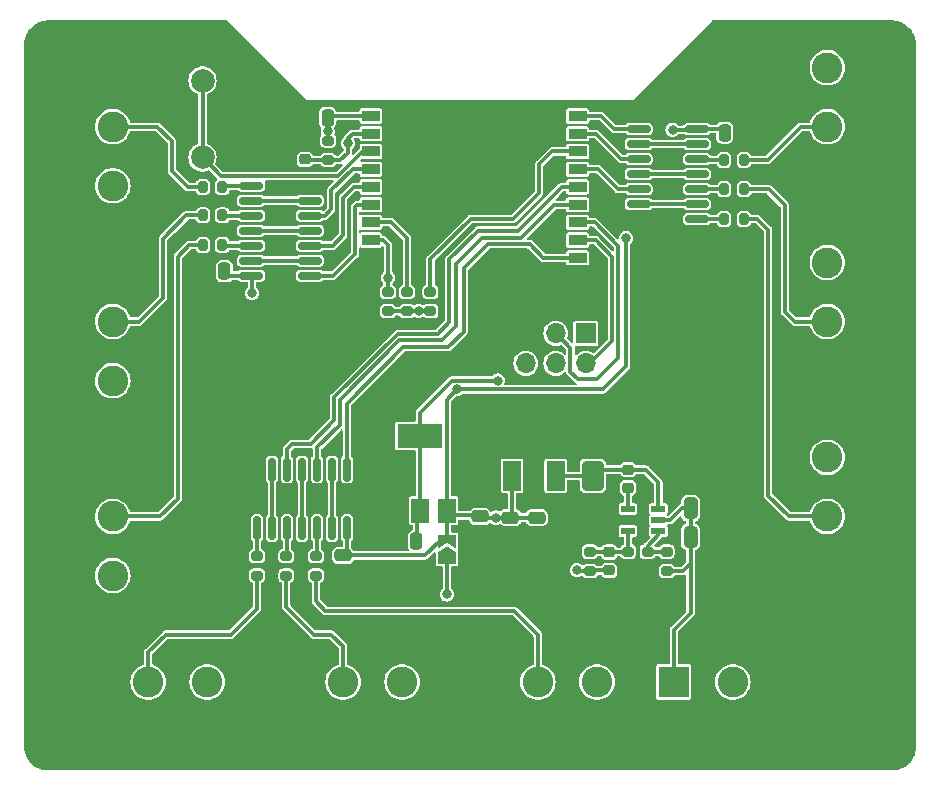
<source format=gbr>
%TF.GenerationSoftware,KiCad,Pcbnew,7.0.2*%
%TF.CreationDate,2024-01-21T19:49:34+02:00*%
%TF.ProjectId,illuminati_ws,696c6c75-6d69-46e6-9174-695f77732e6b,rev?*%
%TF.SameCoordinates,Original*%
%TF.FileFunction,Copper,L1,Top*%
%TF.FilePolarity,Positive*%
%FSLAX46Y46*%
G04 Gerber Fmt 4.6, Leading zero omitted, Abs format (unit mm)*
G04 Created by KiCad (PCBNEW 7.0.2) date 2024-01-21 19:49:34*
%MOMM*%
%LPD*%
G01*
G04 APERTURE LIST*
G04 Aperture macros list*
%AMRoundRect*
0 Rectangle with rounded corners*
0 $1 Rounding radius*
0 $2 $3 $4 $5 $6 $7 $8 $9 X,Y pos of 4 corners*
0 Add a 4 corners polygon primitive as box body*
4,1,4,$2,$3,$4,$5,$6,$7,$8,$9,$2,$3,0*
0 Add four circle primitives for the rounded corners*
1,1,$1+$1,$2,$3*
1,1,$1+$1,$4,$5*
1,1,$1+$1,$6,$7*
1,1,$1+$1,$8,$9*
0 Add four rect primitives between the rounded corners*
20,1,$1+$1,$2,$3,$4,$5,0*
20,1,$1+$1,$4,$5,$6,$7,0*
20,1,$1+$1,$6,$7,$8,$9,0*
20,1,$1+$1,$8,$9,$2,$3,0*%
%AMFreePoly0*
4,1,6,1.000000,0.000000,0.500000,-0.750000,-0.500000,-0.750000,-0.500000,0.750000,0.500000,0.750000,1.000000,0.000000,1.000000,0.000000,$1*%
%AMFreePoly1*
4,1,6,0.500000,-0.750000,-0.650000,-0.750000,-0.150000,0.000000,-0.650000,0.750000,0.500000,0.750000,0.500000,-0.750000,0.500000,-0.750000,$1*%
G04 Aperture macros list end*
%TA.AperFunction,SMDPad,CuDef*%
%ADD10RoundRect,0.250000X0.250000X0.475000X-0.250000X0.475000X-0.250000X-0.475000X0.250000X-0.475000X0*%
%TD*%
%TA.AperFunction,SMDPad,CuDef*%
%ADD11RoundRect,0.250000X-0.475000X0.250000X-0.475000X-0.250000X0.475000X-0.250000X0.475000X0.250000X0*%
%TD*%
%TA.AperFunction,SMDPad,CuDef*%
%ADD12RoundRect,0.200000X0.275000X-0.200000X0.275000X0.200000X-0.275000X0.200000X-0.275000X-0.200000X0*%
%TD*%
%TA.AperFunction,SMDPad,CuDef*%
%ADD13RoundRect,0.250000X-0.250000X-0.475000X0.250000X-0.475000X0.250000X0.475000X-0.250000X0.475000X0*%
%TD*%
%TA.AperFunction,ComponentPad*%
%ADD14R,2.600000X2.600000*%
%TD*%
%TA.AperFunction,ComponentPad*%
%ADD15C,2.600000*%
%TD*%
%TA.AperFunction,SMDPad,CuDef*%
%ADD16FreePoly0,90.000000*%
%TD*%
%TA.AperFunction,SMDPad,CuDef*%
%ADD17FreePoly1,90.000000*%
%TD*%
%TA.AperFunction,SMDPad,CuDef*%
%ADD18RoundRect,0.200000X-0.275000X0.200000X-0.275000X-0.200000X0.275000X-0.200000X0.275000X0.200000X0*%
%TD*%
%TA.AperFunction,SMDPad,CuDef*%
%ADD19RoundRect,0.200000X-0.200000X-0.275000X0.200000X-0.275000X0.200000X0.275000X-0.200000X0.275000X0*%
%TD*%
%TA.AperFunction,SMDPad,CuDef*%
%ADD20RoundRect,0.150000X-0.825000X-0.150000X0.825000X-0.150000X0.825000X0.150000X-0.825000X0.150000X0*%
%TD*%
%TA.AperFunction,SMDPad,CuDef*%
%ADD21RoundRect,0.150000X-0.150000X0.825000X-0.150000X-0.825000X0.150000X-0.825000X0.150000X0.825000X0*%
%TD*%
%TA.AperFunction,ComponentPad*%
%ADD22C,5.600000*%
%TD*%
%TA.AperFunction,ComponentPad*%
%ADD23R,1.700000X1.700000*%
%TD*%
%TA.AperFunction,ComponentPad*%
%ADD24O,1.700000X1.700000*%
%TD*%
%TA.AperFunction,SMDPad,CuDef*%
%ADD25RoundRect,0.225000X0.250000X-0.225000X0.250000X0.225000X-0.250000X0.225000X-0.250000X-0.225000X0*%
%TD*%
%TA.AperFunction,SMDPad,CuDef*%
%ADD26RoundRect,0.250000X-0.325000X-0.650000X0.325000X-0.650000X0.325000X0.650000X-0.325000X0.650000X0*%
%TD*%
%TA.AperFunction,ComponentPad*%
%ADD27C,2.000000*%
%TD*%
%TA.AperFunction,SMDPad,CuDef*%
%ADD28RoundRect,0.200000X0.200000X0.275000X-0.200000X0.275000X-0.200000X-0.275000X0.200000X-0.275000X0*%
%TD*%
%TA.AperFunction,SMDPad,CuDef*%
%ADD29RoundRect,0.250000X-0.650000X1.000000X-0.650000X-1.000000X0.650000X-1.000000X0.650000X1.000000X0*%
%TD*%
%TA.AperFunction,SMDPad,CuDef*%
%ADD30R,1.500000X0.900000*%
%TD*%
%TA.AperFunction,SMDPad,CuDef*%
%ADD31R,0.700000X0.700000*%
%TD*%
%TA.AperFunction,SMDPad,CuDef*%
%ADD32R,1.500000X2.000000*%
%TD*%
%TA.AperFunction,SMDPad,CuDef*%
%ADD33R,3.800000X2.000000*%
%TD*%
%TA.AperFunction,SMDPad,CuDef*%
%ADD34R,1.150000X0.600000*%
%TD*%
%TA.AperFunction,SMDPad,CuDef*%
%ADD35R,1.500000X2.500000*%
%TD*%
%TA.AperFunction,SMDPad,CuDef*%
%ADD36RoundRect,0.150000X0.825000X0.150000X-0.825000X0.150000X-0.825000X-0.150000X0.825000X-0.150000X0*%
%TD*%
%TA.AperFunction,ViaPad*%
%ADD37C,0.800000*%
%TD*%
%TA.AperFunction,Conductor*%
%ADD38C,0.300000*%
%TD*%
G04 APERTURE END LIST*
D10*
%TO.P,C11,1*%
%TO.N,+3V3*%
X145200000Y-128100000D03*
%TO.P,C11,2*%
%TO.N,GND*%
X143300000Y-128100000D03*
%TD*%
D11*
%TO.P,C10,2*%
%TO.N,GND*%
X150600000Y-127900000D03*
%TO.P,C10,1*%
%TO.N,+5V*%
X150600000Y-126000000D03*
%TD*%
%TO.P,C8,1*%
%TO.N,+5V*%
X139000000Y-129300000D03*
%TO.P,C8,2*%
%TO.N,GND*%
X139000000Y-131200000D03*
%TD*%
%TO.P,C6,1*%
%TO.N,+5V*%
X153150000Y-126100000D03*
%TO.P,C6,2*%
%TO.N,GND*%
X153150000Y-128000000D03*
%TD*%
D12*
%TO.P,R17,1*%
%TO.N,+3V3*%
X142800000Y-108625000D03*
%TO.P,R17,2*%
%TO.N,/boot*%
X142800000Y-106975000D03*
%TD*%
D13*
%TO.P,C1,1*%
%TO.N,+5V*%
X171300000Y-93500000D03*
%TO.P,C1,2*%
%TO.N,GND*%
X173200000Y-93500000D03*
%TD*%
D14*
%TO.P,J5,1,Pin_1*%
%TO.N,GND*%
X180000000Y-131000000D03*
D15*
%TO.P,J5,2,Pin_2*%
%TO.N,Net-(J5-Pin_2)*%
X180000000Y-126000000D03*
%TO.P,J5,3,Pin_3*%
%TO.N,VCC*%
X180000000Y-121000000D03*
%TD*%
D16*
%TO.P,JP1,1,A*%
%TO.N,VCC*%
X147800000Y-129525000D03*
D17*
%TO.P,JP1,2,B*%
%TO.N,+5V*%
X147800000Y-128075000D03*
%TD*%
D14*
%TO.P,J9,1,Pin_1*%
%TO.N,GND*%
X119500000Y-121000000D03*
D15*
%TO.P,J9,2,Pin_2*%
%TO.N,Net-(J9-Pin_2)*%
X119500000Y-126000000D03*
%TO.P,J9,3,Pin_3*%
%TO.N,VCC*%
X119500000Y-131000000D03*
%TD*%
D14*
%TO.P,J10,1,Pin_1*%
%TO.N,GND*%
X119500000Y-104500000D03*
D15*
%TO.P,J10,2,Pin_2*%
%TO.N,Net-(J10-Pin_2)*%
X119500000Y-109500000D03*
%TO.P,J10,3,Pin_3*%
%TO.N,VCC*%
X119500000Y-114500000D03*
%TD*%
D18*
%TO.P,R5,1*%
%TO.N,/V_FB*%
X163150000Y-128975000D03*
%TO.P,R5,2*%
%TO.N,GND*%
X163150000Y-130625000D03*
%TD*%
D19*
%TO.P,R7,1*%
%TO.N,Net-(R7-Pad1)*%
X171275000Y-98300000D03*
%TO.P,R7,2*%
%TO.N,Net-(J4-Pin_2)*%
X172925000Y-98300000D03*
%TD*%
D20*
%TO.P,U2,1*%
%TO.N,/neopixel1*%
X164025000Y-93190000D03*
%TO.P,U2,2*%
%TO.N,Net-(U2-Pad13)*%
X164025000Y-94460000D03*
%TO.P,U2,3*%
%TO.N,/neopixel2*%
X164025000Y-95730000D03*
%TO.P,U2,4*%
%TO.N,Net-(U2-Pad11)*%
X164025000Y-97000000D03*
%TO.P,U2,5*%
%TO.N,/neopixel3*%
X164025000Y-98270000D03*
%TO.P,U2,6*%
%TO.N,Net-(U2-Pad6)*%
X164025000Y-99540000D03*
%TO.P,U2,7,GND*%
%TO.N,GND*%
X164025000Y-100810000D03*
%TO.P,U2,8*%
%TO.N,Net-(R8-Pad1)*%
X168975000Y-100810000D03*
%TO.P,U2,9*%
%TO.N,Net-(U2-Pad6)*%
X168975000Y-99540000D03*
%TO.P,U2,10*%
%TO.N,Net-(R7-Pad1)*%
X168975000Y-98270000D03*
%TO.P,U2,11*%
%TO.N,Net-(U2-Pad11)*%
X168975000Y-97000000D03*
%TO.P,U2,12*%
%TO.N,Net-(R6-Pad1)*%
X168975000Y-95730000D03*
%TO.P,U2,13*%
%TO.N,Net-(U2-Pad13)*%
X168975000Y-94460000D03*
%TO.P,U2,14,VCC*%
%TO.N,+5V*%
X168975000Y-93190000D03*
%TD*%
D21*
%TO.P,U3,14,VCC*%
%TO.N,+5V*%
X139310000Y-126975000D03*
%TO.P,U3,13*%
%TO.N,Net-(U3-Pad13)*%
X138040000Y-126975000D03*
%TO.P,U3,12*%
%TO.N,Net-(R9-Pad1)*%
X136770000Y-126975000D03*
%TO.P,U3,11*%
%TO.N,Net-(U3-Pad11)*%
X135500000Y-126975000D03*
%TO.P,U3,10*%
%TO.N,Net-(R10-Pad1)*%
X134230000Y-126975000D03*
%TO.P,U3,9*%
%TO.N,Net-(U3-Pad6)*%
X132960000Y-126975000D03*
%TO.P,U3,8*%
%TO.N,Net-(R11-Pad1)*%
X131690000Y-126975000D03*
%TO.P,U3,7,GND*%
%TO.N,GND*%
X131690000Y-122025000D03*
%TO.P,U3,6*%
%TO.N,Net-(U3-Pad6)*%
X132960000Y-122025000D03*
%TO.P,U3,5*%
%TO.N,/neopixel6*%
X134230000Y-122025000D03*
%TO.P,U3,4*%
%TO.N,Net-(U3-Pad11)*%
X135500000Y-122025000D03*
%TO.P,U3,3*%
%TO.N,/neopixel5*%
X136770000Y-122025000D03*
%TO.P,U3,2*%
%TO.N,Net-(U3-Pad13)*%
X138040000Y-122025000D03*
%TO.P,U3,1*%
%TO.N,/neopixel4*%
X139310000Y-122025000D03*
%TD*%
D12*
%TO.P,R3,1*%
%TO.N,GND*%
X164780000Y-130625000D03*
%TO.P,R3,2*%
%TO.N,Net-(PS1-EN)*%
X164780000Y-128975000D03*
%TD*%
D14*
%TO.P,J2,1,Pin_1*%
%TO.N,GND*%
X150500000Y-140000000D03*
D15*
%TO.P,J2,2,Pin_2*%
%TO.N,Net-(J2-Pin_2)*%
X155500000Y-140000000D03*
%TO.P,J2,3,Pin_3*%
%TO.N,VCC*%
X160500000Y-140000000D03*
%TD*%
D22*
%TO.P,H2,1,1*%
%TO.N,GND*%
X133000000Y-115000000D03*
%TD*%
D14*
%TO.P,J4,1,Pin_1*%
%TO.N,GND*%
X180000000Y-114500000D03*
D15*
%TO.P,J4,2,Pin_2*%
%TO.N,Net-(J4-Pin_2)*%
X180000000Y-109500000D03*
%TO.P,J4,3,Pin_3*%
%TO.N,VCC*%
X180000000Y-104500000D03*
%TD*%
D18*
%TO.P,R18,1*%
%TO.N,+3V3*%
X137750000Y-94175000D03*
%TO.P,R18,2*%
%TO.N,/esp_en*%
X137750000Y-95825000D03*
%TD*%
D23*
%TO.P,J1,1,Pin_1*%
%TO.N,+3V3*%
X159550000Y-110500000D03*
D24*
%TO.P,J1,2,Pin_2*%
%TO.N,/rx*%
X159550000Y-113040000D03*
%TO.P,J1,3,Pin_3*%
%TO.N,/tx*%
X157010000Y-110500000D03*
%TO.P,J1,4,Pin_4*%
%TO.N,/boot*%
X157010000Y-113040000D03*
%TO.P,J1,5,Pin_5*%
%TO.N,GND*%
X154470000Y-110500000D03*
%TO.P,J1,6,Pin_6*%
%TO.N,/esp_en*%
X154470000Y-113040000D03*
%TD*%
D18*
%TO.P,R10,1*%
%TO.N,Net-(R10-Pad1)*%
X134200000Y-129350000D03*
%TO.P,R10,2*%
%TO.N,Net-(J7-Pin_2)*%
X134200000Y-131000000D03*
%TD*%
D25*
%TO.P,C4,1*%
%TO.N,Net-(PS1-BST)*%
X163150000Y-123575000D03*
%TO.P,C4,2*%
%TO.N,Net-(D1-K)*%
X163150000Y-122025000D03*
%TD*%
D26*
%TO.P,C2,1*%
%TO.N,VCC*%
X168425000Y-125300000D03*
%TO.P,C2,2*%
%TO.N,GND*%
X171375000Y-125300000D03*
%TD*%
D14*
%TO.P,J11,1,Pin_1*%
%TO.N,GND*%
X119500000Y-88000000D03*
D15*
%TO.P,J11,2,Pin_2*%
%TO.N,Net-(J11-Pin_2)*%
X119500000Y-93000000D03*
%TO.P,J11,3,Pin_3*%
%TO.N,VCC*%
X119500000Y-98000000D03*
%TD*%
D27*
%TO.P,SW1,1,A*%
%TO.N,/sw*%
X127100000Y-95600000D03*
X127100000Y-89100000D03*
%TO.P,SW1,2,B*%
%TO.N,GND*%
X131600000Y-95600000D03*
X131600000Y-89100000D03*
%TD*%
D10*
%TO.P,C13,1*%
%TO.N,+5V*%
X128950000Y-105250000D03*
%TO.P,C13,2*%
%TO.N,GND*%
X127050000Y-105250000D03*
%TD*%
D12*
%TO.P,R13,1*%
%TO.N,+3V3*%
X144400000Y-108625000D03*
%TO.P,R13,2*%
%TO.N,/gpio8*%
X144400000Y-106975000D03*
%TD*%
D26*
%TO.P,C3,1*%
%TO.N,VCC*%
X168425000Y-127730000D03*
%TO.P,C3,2*%
%TO.N,GND*%
X171375000Y-127730000D03*
%TD*%
D11*
%TO.P,C5,1*%
%TO.N,+5V*%
X155400000Y-126100000D03*
%TO.P,C5,2*%
%TO.N,GND*%
X155400000Y-128000000D03*
%TD*%
D12*
%TO.P,R14,1*%
%TO.N,+3V3*%
X146400000Y-108625000D03*
%TO.P,R14,2*%
%TO.N,/gpio2*%
X146400000Y-106975000D03*
%TD*%
D18*
%TO.P,R2,1*%
%TO.N,Net-(PS1-EN)*%
X166400000Y-128975000D03*
%TO.P,R2,2*%
%TO.N,VCC*%
X166400000Y-130625000D03*
%TD*%
D12*
%TO.P,R4,1*%
%TO.N,+5V*%
X159900000Y-130625000D03*
%TO.P,R4,2*%
%TO.N,/V_FB*%
X159900000Y-128975000D03*
%TD*%
D19*
%TO.P,R8,1*%
%TO.N,Net-(R8-Pad1)*%
X171275000Y-100800000D03*
%TO.P,R8,2*%
%TO.N,Net-(J5-Pin_2)*%
X172925000Y-100800000D03*
%TD*%
D18*
%TO.P,R9,1*%
%TO.N,Net-(R9-Pad1)*%
X136700000Y-129350000D03*
%TO.P,R9,2*%
%TO.N,Net-(J2-Pin_2)*%
X136700000Y-131000000D03*
%TD*%
D14*
%TO.P,J8,1,Pin_1*%
%TO.N,GND*%
X117500000Y-140000000D03*
D15*
%TO.P,J8,2,Pin_2*%
%TO.N,Net-(J8-Pin_2)*%
X122500000Y-140000000D03*
%TO.P,J8,3,Pin_3*%
%TO.N,VCC*%
X127500000Y-140000000D03*
%TD*%
D25*
%TO.P,C9,1*%
%TO.N,/esp_en*%
X135775000Y-95775000D03*
%TO.P,C9,2*%
%TO.N,GND*%
X135775000Y-94225000D03*
%TD*%
D28*
%TO.P,R16,1*%
%TO.N,Net-(R16-Pad1)*%
X128780000Y-98100000D03*
%TO.P,R16,2*%
%TO.N,Net-(J11-Pin_2)*%
X127130000Y-98100000D03*
%TD*%
D29*
%TO.P,D1,1,K*%
%TO.N,Net-(D1-K)*%
X160150000Y-122550000D03*
%TO.P,D1,2,A*%
%TO.N,GND*%
X160150000Y-126550000D03*
%TD*%
D22*
%TO.P,H1,1,1*%
%TO.N,GND*%
X166500000Y-115000000D03*
%TD*%
D28*
%TO.P,R15,1*%
%TO.N,Net-(R15-Pad1)*%
X128780000Y-100505000D03*
%TO.P,R15,2*%
%TO.N,Net-(J10-Pin_2)*%
X127130000Y-100505000D03*
%TD*%
D14*
%TO.P,J7,1,Pin_1*%
%TO.N,GND*%
X134000000Y-140000000D03*
D15*
%TO.P,J7,2,Pin_2*%
%TO.N,Net-(J7-Pin_2)*%
X139000000Y-140000000D03*
%TO.P,J7,3,Pin_3*%
%TO.N,VCC*%
X144000000Y-140000000D03*
%TD*%
D18*
%TO.P,R11,1*%
%TO.N,Net-(R11-Pad1)*%
X131700000Y-129350000D03*
%TO.P,R11,2*%
%TO.N,Net-(J8-Pin_2)*%
X131700000Y-131000000D03*
%TD*%
D30*
%TO.P,IC1,1,3V3*%
%TO.N,+3V3*%
X141350000Y-92100000D03*
%TO.P,IC1,2,EN*%
%TO.N,/esp_en*%
X141350000Y-93600000D03*
%TO.P,IC1,3,IO4*%
%TO.N,/sw*%
X141350000Y-95100000D03*
%TO.P,IC1,4,IO5*%
%TO.N,/neopixel9*%
X141350000Y-96600000D03*
%TO.P,IC1,5,IO6*%
%TO.N,/neopixel8*%
X141350000Y-98100000D03*
%TO.P,IC1,6,IO7*%
%TO.N,/neopixel7*%
X141350000Y-99600000D03*
%TO.P,IC1,7,IO8*%
%TO.N,/gpio8*%
X141350000Y-101100000D03*
%TO.P,IC1,8,IO9*%
%TO.N,/boot*%
X141350000Y-102600000D03*
%TO.P,IC1,9,GND_1*%
%TO.N,GND*%
X141350000Y-104100000D03*
%TO.P,IC1,10,IO10*%
%TO.N,/neopixel4*%
X158850000Y-104100000D03*
%TO.P,IC1,11,RXD*%
%TO.N,/rx*%
X158850000Y-102600000D03*
%TO.P,IC1,12,TXD*%
%TO.N,/tx*%
X158850000Y-101100000D03*
%TO.P,IC1,13,IO18*%
%TO.N,/neopixel5*%
X158850000Y-99600000D03*
%TO.P,IC1,14,IO19*%
%TO.N,/neopixel6*%
X158850000Y-98100000D03*
%TO.P,IC1,15,IO3*%
%TO.N,/neopixel3*%
X158850000Y-96600000D03*
%TO.P,IC1,16,IO2*%
%TO.N,/gpio2*%
X158850000Y-95100000D03*
%TO.P,IC1,17,IO1*%
%TO.N,/neopixel2*%
X158850000Y-93600000D03*
%TO.P,IC1,18,IO0*%
%TO.N,/neopixel1*%
X158850000Y-92100000D03*
D31*
%TO.P,IC1,19,GND_2*%
%TO.N,GND*%
X151060000Y-98300000D03*
%TO.P,IC1,20,GND_3*%
X152160000Y-98300000D03*
%TO.P,IC1,21,GND_4*%
X152160000Y-97200000D03*
%TO.P,IC1,22,GND_5*%
X151060000Y-97200000D03*
%TO.P,IC1,23,GND_6*%
X149960000Y-97200000D03*
%TO.P,IC1,24,GND_7*%
X149960000Y-98300000D03*
%TO.P,IC1,25,GND_8*%
X149960000Y-99400000D03*
%TO.P,IC1,26,GND_9*%
X151060000Y-99400000D03*
%TO.P,IC1,27,GND_10*%
X152160000Y-99400000D03*
%TD*%
D14*
%TO.P,J3,1,Pin_1*%
%TO.N,GND*%
X180000000Y-98000000D03*
D15*
%TO.P,J3,2,Pin_2*%
%TO.N,Net-(J3-Pin_2)*%
X180000000Y-93000000D03*
%TO.P,J3,3,Pin_3*%
%TO.N,VCC*%
X180000000Y-88000000D03*
%TD*%
D32*
%TO.P,U6,1,GND*%
%TO.N,GND*%
X143200000Y-125500000D03*
%TO.P,U6,2,VO*%
%TO.N,+3V3*%
X145500000Y-125500000D03*
D33*
X145500000Y-119200000D03*
D32*
%TO.P,U6,3,VI*%
%TO.N,+5V*%
X147800000Y-125500000D03*
%TD*%
D28*
%TO.P,R12,1*%
%TO.N,Net-(R12-Pad1)*%
X128780000Y-103005000D03*
%TO.P,R12,2*%
%TO.N,Net-(J9-Pin_2)*%
X127130000Y-103005000D03*
%TD*%
D14*
%TO.P,J14,1,Pin_1*%
%TO.N,VCC*%
X167000000Y-140000000D03*
D15*
%TO.P,J14,2,Pin_2*%
X172000000Y-140000000D03*
%TO.P,J14,3,Pin_3*%
%TO.N,GND*%
X177000000Y-140000000D03*
%TO.P,J14,4,Pin_4*%
X182000000Y-140000000D03*
%TD*%
D10*
%TO.P,C12,1*%
%TO.N,+3V3*%
X137700000Y-92250000D03*
%TO.P,C12,2*%
%TO.N,GND*%
X135800000Y-92250000D03*
%TD*%
D34*
%TO.P,PS1,1,BST*%
%TO.N,Net-(PS1-BST)*%
X163100000Y-125350000D03*
%TO.P,PS1,2,GND*%
%TO.N,GND*%
X163100000Y-126300000D03*
%TO.P,PS1,3,FB*%
%TO.N,/V_FB*%
X163100000Y-127250000D03*
%TO.P,PS1,4,EN*%
%TO.N,Net-(PS1-EN)*%
X165700000Y-127250000D03*
%TO.P,PS1,5,IN*%
%TO.N,VCC*%
X165700000Y-126300000D03*
%TO.P,PS1,6,SW*%
%TO.N,Net-(D1-K)*%
X165700000Y-125350000D03*
%TD*%
D35*
%TO.P,L1,1,1*%
%TO.N,Net-(D1-K)*%
X157000000Y-122550000D03*
%TO.P,L1,2,2*%
%TO.N,+5V*%
X153300000Y-122550000D03*
%TD*%
D25*
%TO.P,C7,1*%
%TO.N,+5V*%
X161530000Y-130575000D03*
%TO.P,C7,2*%
%TO.N,/V_FB*%
X161530000Y-129025000D03*
%TD*%
D36*
%TO.P,U4,14,VCC*%
%TO.N,+5V*%
X131225000Y-105610000D03*
%TO.P,U4,13*%
%TO.N,Net-(U4-Pad13)*%
X131225000Y-104340000D03*
%TO.P,U4,12*%
%TO.N,Net-(R12-Pad1)*%
X131225000Y-103070000D03*
%TO.P,U4,11*%
%TO.N,Net-(U4-Pad11)*%
X131225000Y-101800000D03*
%TO.P,U4,10*%
%TO.N,Net-(R15-Pad1)*%
X131225000Y-100530000D03*
%TO.P,U4,9*%
%TO.N,Net-(U4-Pad6)*%
X131225000Y-99260000D03*
%TO.P,U4,8*%
%TO.N,Net-(R16-Pad1)*%
X131225000Y-97990000D03*
%TO.P,U4,7,GND*%
%TO.N,GND*%
X136175000Y-97990000D03*
%TO.P,U4,6*%
%TO.N,Net-(U4-Pad6)*%
X136175000Y-99260000D03*
%TO.P,U4,5*%
%TO.N,/neopixel9*%
X136175000Y-100530000D03*
%TO.P,U4,4*%
%TO.N,Net-(U4-Pad11)*%
X136175000Y-101800000D03*
%TO.P,U4,3*%
%TO.N,/neopixel8*%
X136175000Y-103070000D03*
%TO.P,U4,2*%
%TO.N,Net-(U4-Pad13)*%
X136175000Y-104340000D03*
%TO.P,U4,1*%
%TO.N,/neopixel7*%
X136175000Y-105610000D03*
%TD*%
D19*
%TO.P,R6,1*%
%TO.N,Net-(R6-Pad1)*%
X171275000Y-95800000D03*
%TO.P,R6,2*%
%TO.N,Net-(J3-Pin_2)*%
X172925000Y-95800000D03*
%TD*%
D37*
%TO.N,/esp_en*%
X139400000Y-94400000D03*
%TO.N,GND*%
X152150000Y-98300000D03*
X149950000Y-97200000D03*
X152200000Y-99400000D03*
X151050000Y-97200000D03*
X149950000Y-98300000D03*
X149950000Y-99400000D03*
X151050000Y-98300000D03*
X151050000Y-99400000D03*
X152150000Y-97200000D03*
%TO.N,VCC*%
X147800000Y-132600000D03*
%TO.N,+3V3*%
X137700000Y-93400000D03*
X152090000Y-114500000D03*
X145400000Y-108600000D03*
%TO.N,/boot*%
X142800000Y-105800000D03*
%TO.N,+5V*%
X131300000Y-107100000D03*
X148675000Y-115225000D03*
X162950000Y-102450000D03*
X158800000Y-130550000D03*
X166900000Y-93250000D03*
X151950000Y-126100000D03*
%TD*%
D38*
%TO.N,/tx*%
X158250000Y-113750000D02*
X158250000Y-111740000D01*
X158900000Y-114400000D02*
X158250000Y-113750000D01*
X162300000Y-103100000D02*
X162300000Y-112600000D01*
X158250000Y-111740000D02*
X157010000Y-110500000D01*
X160300000Y-101100000D02*
X162300000Y-103100000D01*
X162300000Y-112600000D02*
X160500000Y-114400000D01*
X160500000Y-114400000D02*
X158900000Y-114400000D01*
X158850000Y-101100000D02*
X160300000Y-101100000D01*
%TO.N,+3V3*%
X145500000Y-117200000D02*
X145500000Y-119200000D01*
X148200000Y-114500000D02*
X145500000Y-117200000D01*
X152090000Y-114500000D02*
X148200000Y-114500000D01*
%TO.N,/esp_en*%
X135825000Y-95825000D02*
X135775000Y-95775000D01*
X139400000Y-94400000D02*
X139400000Y-94000000D01*
X139400000Y-94000000D02*
X139800000Y-93600000D01*
X139800000Y-93600000D02*
X141350000Y-93600000D01*
X137750000Y-95825000D02*
X138775000Y-95825000D01*
X137750000Y-95825000D02*
X135825000Y-95825000D01*
X138775000Y-95825000D02*
X139400000Y-95200000D01*
X139400000Y-95200000D02*
X139400000Y-94400000D01*
%TO.N,VCC*%
X167775000Y-130625000D02*
X168425000Y-129975000D01*
X167700000Y-125300000D02*
X168425000Y-125300000D01*
X168425000Y-129975000D02*
X168425000Y-127730000D01*
X168425000Y-127730000D02*
X168425000Y-125300000D01*
X165700000Y-126300000D02*
X166700000Y-126300000D01*
X167000000Y-140000000D02*
X167000000Y-135600000D01*
X166700000Y-126300000D02*
X167700000Y-125300000D01*
X168425000Y-134175000D02*
X168425000Y-129975000D01*
X166400000Y-130625000D02*
X167775000Y-130625000D01*
X167000000Y-135600000D02*
X168425000Y-134175000D01*
X147800000Y-129525000D02*
X147800000Y-132600000D01*
%TO.N,+3V3*%
X144400000Y-108625000D02*
X142800000Y-108625000D01*
X145375000Y-108625000D02*
X144400000Y-108625000D01*
X145400000Y-108600000D02*
X145425000Y-108625000D01*
X145287500Y-128100000D02*
X145287500Y-125712500D01*
X145287500Y-125712500D02*
X145500000Y-125500000D01*
X137700000Y-93400000D02*
X137700000Y-94125000D01*
X145500000Y-125500000D02*
X145500000Y-119200000D01*
X145425000Y-108625000D02*
X146400000Y-108625000D01*
X137700000Y-92250000D02*
X137850000Y-92100000D01*
X137850000Y-92100000D02*
X141350000Y-92100000D01*
X137700000Y-94125000D02*
X137750000Y-94175000D01*
X137700000Y-92250000D02*
X137700000Y-93400000D01*
X145400000Y-108600000D02*
X145375000Y-108625000D01*
%TO.N,/rx*%
X160400000Y-102600000D02*
X161800000Y-104000000D01*
X158850000Y-102600000D02*
X160400000Y-102600000D01*
X159910000Y-113040000D02*
X159550000Y-113040000D01*
X161800000Y-111150000D02*
X159910000Y-113040000D01*
X161800000Y-104000000D02*
X161800000Y-111150000D01*
%TO.N,/boot*%
X142800000Y-106975000D02*
X142800000Y-103000000D01*
X142400000Y-102600000D02*
X141350000Y-102600000D01*
X142800000Y-103000000D02*
X142400000Y-102600000D01*
%TO.N,/neopixel4*%
X149200000Y-105000000D02*
X151250000Y-102950000D01*
X139310000Y-116440000D02*
X144100000Y-111650000D01*
X139310000Y-122025000D02*
X139310000Y-116440000D01*
X149200000Y-110350000D02*
X149200000Y-105000000D01*
X144100000Y-111650000D02*
X147900000Y-111650000D01*
X155950000Y-104100000D02*
X158850000Y-104100000D01*
X151250000Y-102950000D02*
X154800000Y-102950000D01*
X154800000Y-102950000D02*
X155950000Y-104100000D01*
X147900000Y-111650000D02*
X149200000Y-110350000D01*
%TO.N,/neopixel5*%
X150800000Y-102400000D02*
X154100000Y-102400000D01*
X148600000Y-104600000D02*
X150800000Y-102400000D01*
X138700000Y-116100000D02*
X143700000Y-111100000D01*
X154100000Y-102400000D02*
X156900000Y-99600000D01*
X148600000Y-109900000D02*
X148600000Y-104600000D01*
X136800000Y-121995000D02*
X136800000Y-120150000D01*
X156900000Y-99600000D02*
X158850000Y-99600000D01*
X136770000Y-122025000D02*
X136800000Y-121995000D01*
X136800000Y-120150000D02*
X138700000Y-118250000D01*
X138700000Y-118250000D02*
X138700000Y-116100000D01*
X147400000Y-111100000D02*
X148600000Y-109900000D01*
X143700000Y-111100000D02*
X147400000Y-111100000D01*
%TO.N,/neopixel6*%
X134230000Y-122025000D02*
X134230000Y-120320000D01*
X134700000Y-119850000D02*
X136250000Y-119850000D01*
X153800000Y-101800000D02*
X157500000Y-98100000D01*
X138250000Y-115913604D02*
X143613604Y-110550000D01*
X136250000Y-119850000D02*
X138250000Y-117850000D01*
X148000000Y-109550000D02*
X148000000Y-104200000D01*
X138250000Y-117850000D02*
X138250000Y-115913604D01*
X143613604Y-110550000D02*
X147000000Y-110550000D01*
X157500000Y-98100000D02*
X158850000Y-98100000D01*
X147000000Y-110550000D02*
X148000000Y-109550000D01*
X148000000Y-104200000D02*
X150400000Y-101800000D01*
X134230000Y-120320000D02*
X134700000Y-119850000D01*
X150400000Y-101800000D02*
X153800000Y-101800000D01*
%TO.N,/neopixel7*%
X140000000Y-103800000D02*
X140000000Y-99800000D01*
X140000000Y-99800000D02*
X140200000Y-99600000D01*
X138190000Y-105610000D02*
X140000000Y-103800000D01*
X140200000Y-99600000D02*
X141350000Y-99600000D01*
X136175000Y-105610000D02*
X138190000Y-105610000D01*
%TO.N,/neopixel8*%
X139900000Y-98100000D02*
X141350000Y-98100000D01*
X139000000Y-99000000D02*
X139900000Y-98100000D01*
X138130000Y-103070000D02*
X139000000Y-102200000D01*
X139000000Y-102200000D02*
X139000000Y-99000000D01*
X136175000Y-103070000D02*
X138130000Y-103070000D01*
%TO.N,/neopixel9*%
X139800000Y-96600000D02*
X141350000Y-96600000D01*
X138000000Y-100000000D02*
X138000000Y-98400000D01*
X136175000Y-100530000D02*
X137470000Y-100530000D01*
X138000000Y-98400000D02*
X139800000Y-96600000D01*
X137470000Y-100530000D02*
X138000000Y-100000000D01*
%TO.N,/neopixel1*%
X164025000Y-93190000D02*
X161940000Y-93190000D01*
X160850000Y-92100000D02*
X158850000Y-92100000D01*
X161940000Y-93190000D02*
X160850000Y-92100000D01*
%TO.N,/neopixel2*%
X158850000Y-93600000D02*
X160400000Y-93600000D01*
X162530000Y-95730000D02*
X164025000Y-95730000D01*
X160400000Y-93600000D02*
X162530000Y-95730000D01*
%TO.N,/neopixel3*%
X162270000Y-98270000D02*
X164025000Y-98270000D01*
X158850000Y-96600000D02*
X160600000Y-96600000D01*
X160600000Y-96600000D02*
X162270000Y-98270000D01*
%TO.N,+5V*%
X170990000Y-93190000D02*
X171300000Y-93500000D01*
X145950000Y-129300000D02*
X147175000Y-128075000D01*
X153300000Y-122550000D02*
X153300000Y-125950000D01*
X148700000Y-115250000D02*
X161000000Y-115250000D01*
X159900000Y-130625000D02*
X158875000Y-130625000D01*
X153300000Y-125950000D02*
X153150000Y-126100000D01*
X151950000Y-126100000D02*
X150787500Y-126100000D01*
X168915000Y-93250000D02*
X168975000Y-93190000D01*
X153150000Y-126100000D02*
X151950000Y-126100000D01*
X158875000Y-130625000D02*
X158800000Y-130550000D01*
X168975000Y-93190000D02*
X170990000Y-93190000D01*
X139310000Y-128990000D02*
X139000000Y-129300000D01*
X162950000Y-113300000D02*
X162950000Y-102450000D01*
X147800000Y-116100000D02*
X147800000Y-125500000D01*
X161530000Y-130575000D02*
X159950000Y-130575000D01*
X131300000Y-107100000D02*
X131300000Y-105685000D01*
X150600000Y-125912500D02*
X148212500Y-125912500D01*
X129310000Y-105610000D02*
X128950000Y-105250000D01*
X150787500Y-126100000D02*
X150600000Y-125912500D01*
X161000000Y-115250000D02*
X162950000Y-113300000D01*
X159950000Y-130575000D02*
X159900000Y-130625000D01*
X147800000Y-125500000D02*
X147800000Y-128075000D01*
X147175000Y-128075000D02*
X147800000Y-128075000D01*
X139000000Y-129300000D02*
X145950000Y-129300000D01*
X131300000Y-105685000D02*
X131225000Y-105610000D01*
X131225000Y-105610000D02*
X129310000Y-105610000D01*
X139310000Y-126975000D02*
X139310000Y-128990000D01*
X148675000Y-115225000D02*
X147800000Y-116100000D01*
X148212500Y-125912500D02*
X147800000Y-125500000D01*
X148675000Y-115225000D02*
X148700000Y-115250000D01*
X166900000Y-93250000D02*
X168915000Y-93250000D01*
X155400000Y-126100000D02*
X153150000Y-126100000D01*
%TO.N,Net-(U2-Pad13)*%
X164025000Y-94460000D02*
X168975000Y-94460000D01*
%TO.N,Net-(U2-Pad11)*%
X164025000Y-97000000D02*
X168975000Y-97000000D01*
%TO.N,Net-(U2-Pad6)*%
X168975000Y-99540000D02*
X164025000Y-99540000D01*
%TO.N,Net-(U3-Pad13)*%
X138040000Y-122025000D02*
X138040000Y-126975000D01*
%TO.N,Net-(U3-Pad11)*%
X135500000Y-126975000D02*
X135500000Y-122025000D01*
%TO.N,Net-(U3-Pad6)*%
X132960000Y-122025000D02*
X132960000Y-126975000D01*
%TO.N,Net-(U4-Pad13)*%
X136175000Y-104340000D02*
X131225000Y-104340000D01*
%TO.N,Net-(U4-Pad11)*%
X131225000Y-101800000D02*
X136175000Y-101800000D01*
%TO.N,Net-(U4-Pad6)*%
X131225000Y-99260000D02*
X136175000Y-99260000D01*
%TO.N,Net-(PS1-BST)*%
X163100000Y-123625000D02*
X163150000Y-123575000D01*
X163100000Y-125350000D02*
X163100000Y-123625000D01*
%TO.N,Net-(D1-K)*%
X165700000Y-125350000D02*
X165700000Y-123100000D01*
X163150000Y-122025000D02*
X160675000Y-122025000D01*
X164625000Y-122025000D02*
X163150000Y-122025000D01*
X160150000Y-122550000D02*
X157000000Y-122550000D01*
X160675000Y-122025000D02*
X160150000Y-122550000D01*
X165700000Y-123100000D02*
X164625000Y-122025000D01*
%TO.N,/V_FB*%
X159900000Y-128975000D02*
X161480000Y-128975000D01*
X161530000Y-129025000D02*
X163100000Y-129025000D01*
X163100000Y-129025000D02*
X163150000Y-128975000D01*
X161480000Y-128975000D02*
X161530000Y-129025000D01*
X163150000Y-127300000D02*
X163100000Y-127250000D01*
X163150000Y-128975000D02*
X163150000Y-127300000D01*
%TO.N,Net-(PS1-EN)*%
X164780000Y-128495000D02*
X165700000Y-127575000D01*
X165700000Y-127575000D02*
X165700000Y-127250000D01*
X166400000Y-128975000D02*
X164780000Y-128975000D01*
X164780000Y-128975000D02*
X164780000Y-128495000D01*
%TO.N,Net-(R6-Pad1)*%
X171275000Y-95800000D02*
X169045000Y-95800000D01*
X169045000Y-95800000D02*
X168975000Y-95730000D01*
%TO.N,Net-(R7-Pad1)*%
X171245000Y-98270000D02*
X171275000Y-98300000D01*
X168975000Y-98270000D02*
X171245000Y-98270000D01*
%TO.N,Net-(R8-Pad1)*%
X168975000Y-100810000D02*
X171265000Y-100810000D01*
X171265000Y-100810000D02*
X171275000Y-100800000D01*
%TO.N,Net-(R9-Pad1)*%
X136770000Y-126975000D02*
X136770000Y-129280000D01*
X136770000Y-129280000D02*
X136700000Y-129350000D01*
%TO.N,Net-(R10-Pad1)*%
X134230000Y-129320000D02*
X134200000Y-129350000D01*
X134230000Y-126975000D02*
X134230000Y-129320000D01*
%TO.N,Net-(R11-Pad1)*%
X131690000Y-126975000D02*
X131690000Y-129340000D01*
X131690000Y-129340000D02*
X131700000Y-129350000D01*
%TO.N,Net-(R12-Pad1)*%
X131225000Y-103070000D02*
X128845000Y-103070000D01*
X128845000Y-103070000D02*
X128780000Y-103005000D01*
%TO.N,Net-(R15-Pad1)*%
X128805000Y-100530000D02*
X128780000Y-100505000D01*
X131225000Y-100530000D02*
X128805000Y-100530000D01*
%TO.N,Net-(R16-Pad1)*%
X128890000Y-97990000D02*
X128780000Y-98100000D01*
X131225000Y-97990000D02*
X128890000Y-97990000D01*
%TO.N,/sw*%
X140663604Y-95100000D02*
X138563604Y-97200000D01*
X127100000Y-89100000D02*
X127100000Y-95600000D01*
X138563604Y-97200000D02*
X128700000Y-97200000D01*
X141350000Y-95100000D02*
X140663604Y-95100000D01*
X128700000Y-97200000D02*
X127100000Y-95600000D01*
%TO.N,/gpio8*%
X143100000Y-101100000D02*
X144400000Y-102400000D01*
X141350000Y-101100000D02*
X143100000Y-101100000D01*
X144400000Y-102400000D02*
X144400000Y-106975000D01*
%TO.N,/gpio2*%
X149800000Y-100800000D02*
X146400000Y-104200000D01*
X156700000Y-95100000D02*
X155600000Y-96200000D01*
X155600000Y-96200000D02*
X155600000Y-98600000D01*
X146400000Y-104200000D02*
X146400000Y-106975000D01*
X153400000Y-100800000D02*
X149800000Y-100800000D01*
X155600000Y-98600000D02*
X153400000Y-100800000D01*
X158850000Y-95100000D02*
X156700000Y-95100000D01*
%TO.N,Net-(J2-Pin_2)*%
X136700000Y-133200000D02*
X137500000Y-134000000D01*
X136700000Y-131000000D02*
X136700000Y-133200000D01*
X137500000Y-134000000D02*
X153500000Y-134000000D01*
X155500000Y-136000000D02*
X155500000Y-140000000D01*
X153500000Y-134000000D02*
X155500000Y-136000000D01*
%TO.N,Net-(J3-Pin_2)*%
X174950000Y-95800000D02*
X177750000Y-93000000D01*
X172925000Y-95800000D02*
X174950000Y-95800000D01*
X177750000Y-93000000D02*
X180000000Y-93000000D01*
%TO.N,Net-(J4-Pin_2)*%
X172925000Y-98300000D02*
X175050000Y-98300000D01*
X175050000Y-98300000D02*
X176400000Y-99650000D01*
X176400000Y-99650000D02*
X176400000Y-108650000D01*
X177250000Y-109500000D02*
X180000000Y-109500000D01*
X176400000Y-108650000D02*
X177250000Y-109500000D01*
%TO.N,Net-(J5-Pin_2)*%
X174050000Y-100800000D02*
X175000000Y-101750000D01*
X175000000Y-101750000D02*
X175000000Y-124250000D01*
X176750000Y-126000000D02*
X180000000Y-126000000D01*
X172925000Y-100800000D02*
X174050000Y-100800000D01*
X175000000Y-124250000D02*
X176750000Y-126000000D01*
%TO.N,Net-(J7-Pin_2)*%
X136500000Y-136000000D02*
X138000000Y-136000000D01*
X138000000Y-136000000D02*
X139000000Y-137000000D01*
X134200000Y-131000000D02*
X134200000Y-133700000D01*
X134200000Y-133700000D02*
X136500000Y-136000000D01*
X139000000Y-137000000D02*
X139000000Y-140000000D01*
%TO.N,Net-(J8-Pin_2)*%
X129500000Y-136000000D02*
X131700000Y-133800000D01*
X124000000Y-136000000D02*
X129500000Y-136000000D01*
X122500000Y-137500000D02*
X124000000Y-136000000D01*
X131700000Y-133800000D02*
X131700000Y-131000000D01*
X122500000Y-140000000D02*
X122500000Y-137500000D01*
%TO.N,Net-(J9-Pin_2)*%
X125000000Y-124500000D02*
X123500000Y-126000000D01*
X125995000Y-103005000D02*
X125000000Y-104000000D01*
X127130000Y-103005000D02*
X125995000Y-103005000D01*
X123500000Y-126000000D02*
X119500000Y-126000000D01*
X125000000Y-104000000D02*
X125000000Y-124500000D01*
%TO.N,Net-(J10-Pin_2)*%
X123750000Y-107500000D02*
X121750000Y-109500000D01*
X127130000Y-100505000D02*
X125745000Y-100505000D01*
X125745000Y-100505000D02*
X123750000Y-102500000D01*
X121750000Y-109500000D02*
X119500000Y-109500000D01*
X123750000Y-102500000D02*
X123750000Y-107500000D01*
%TO.N,Net-(J11-Pin_2)*%
X125850000Y-98100000D02*
X124500000Y-96750000D01*
X124500000Y-94250000D02*
X123250000Y-93000000D01*
X124500000Y-96750000D02*
X124500000Y-94250000D01*
X127130000Y-98100000D02*
X125850000Y-98100000D01*
X123250000Y-93000000D02*
X119500000Y-93000000D01*
%TD*%
%TA.AperFunction,Conductor*%
%TO.N,GND*%
G36*
X129266975Y-84019407D02*
G01*
X129278788Y-84029496D01*
X135985702Y-90736409D01*
X135985958Y-90736791D01*
X135999617Y-90750383D01*
X135999717Y-90750424D01*
X135999999Y-90750542D01*
X136019608Y-90750550D01*
X136019864Y-90750500D01*
X163480135Y-90750500D01*
X163480330Y-90750539D01*
X163499999Y-90750541D01*
X163500000Y-90750542D01*
X163500000Y-90750541D01*
X163500003Y-90750542D01*
X163502178Y-90749662D01*
X163507084Y-90743682D01*
X163514547Y-90736219D01*
X163514662Y-90736044D01*
X166250706Y-88000000D01*
X178494357Y-88000000D01*
X178514892Y-88247821D01*
X178525007Y-88287763D01*
X178575938Y-88488885D01*
X178652957Y-88664469D01*
X178675827Y-88716607D01*
X178811836Y-88924785D01*
X178980256Y-89107738D01*
X179176491Y-89260474D01*
X179395190Y-89378828D01*
X179630386Y-89459571D01*
X179875665Y-89500500D01*
X179875666Y-89500500D01*
X180124334Y-89500500D01*
X180124335Y-89500500D01*
X180369614Y-89459571D01*
X180604810Y-89378828D01*
X180823509Y-89260474D01*
X181019744Y-89107738D01*
X181188164Y-88924785D01*
X181324173Y-88716607D01*
X181424063Y-88488881D01*
X181485108Y-88247821D01*
X181505643Y-88000000D01*
X181485108Y-87752179D01*
X181424063Y-87511119D01*
X181324173Y-87283393D01*
X181188164Y-87075215D01*
X181019744Y-86892262D01*
X180823509Y-86739526D01*
X180604810Y-86621172D01*
X180604809Y-86621171D01*
X180369612Y-86540428D01*
X180173460Y-86507697D01*
X180124335Y-86499500D01*
X179875665Y-86499500D01*
X179834736Y-86506329D01*
X179630387Y-86540428D01*
X179395189Y-86621172D01*
X179176490Y-86739526D01*
X178980257Y-86892261D01*
X178811836Y-87075214D01*
X178675824Y-87283398D01*
X178575938Y-87511114D01*
X178575937Y-87511119D01*
X178514892Y-87752179D01*
X178494357Y-88000000D01*
X166250706Y-88000000D01*
X170221211Y-84029495D01*
X170275728Y-84001719D01*
X170291215Y-84000500D01*
X185496761Y-84000500D01*
X185503233Y-84000711D01*
X185583743Y-84005988D01*
X185763136Y-84018819D01*
X185775381Y-84020469D01*
X185889462Y-84043161D01*
X186031625Y-84074087D01*
X186042370Y-84077070D01*
X186158092Y-84116352D01*
X186160728Y-84117291D01*
X186289995Y-84165505D01*
X186299174Y-84169469D01*
X186411109Y-84224669D01*
X186414727Y-84226547D01*
X186533463Y-84291382D01*
X186541007Y-84295949D01*
X186645830Y-84365990D01*
X186650137Y-84369038D01*
X186757498Y-84449408D01*
X186763444Y-84454229D01*
X186858578Y-84537659D01*
X186863307Y-84542087D01*
X186957911Y-84636691D01*
X186962339Y-84641420D01*
X187045769Y-84736554D01*
X187050590Y-84742500D01*
X187130960Y-84849861D01*
X187134023Y-84854189D01*
X187204047Y-84958988D01*
X187208621Y-84966543D01*
X187273429Y-85085229D01*
X187275329Y-85088889D01*
X187330529Y-85200824D01*
X187334497Y-85210013D01*
X187382679Y-85339192D01*
X187383667Y-85341966D01*
X187422924Y-85457612D01*
X187425916Y-85468391D01*
X187456847Y-85610580D01*
X187479531Y-85724623D01*
X187481179Y-85736861D01*
X187494017Y-85916351D01*
X187499288Y-85996765D01*
X187499500Y-86003239D01*
X187499500Y-145496759D01*
X187499288Y-145503234D01*
X187494017Y-145583648D01*
X187481179Y-145763131D01*
X187479529Y-145775380D01*
X187456847Y-145889418D01*
X187425914Y-146031613D01*
X187422925Y-146042380D01*
X187383667Y-146158031D01*
X187382679Y-146160806D01*
X187334497Y-146289985D01*
X187330529Y-146299174D01*
X187275329Y-146411109D01*
X187273429Y-146414769D01*
X187208621Y-146533455D01*
X187204047Y-146541010D01*
X187134023Y-146645809D01*
X187130960Y-146650137D01*
X187050590Y-146757498D01*
X187045769Y-146763444D01*
X186962339Y-146858578D01*
X186957911Y-146863307D01*
X186863307Y-146957911D01*
X186858578Y-146962339D01*
X186763444Y-147045769D01*
X186757498Y-147050590D01*
X186650137Y-147130960D01*
X186645809Y-147134023D01*
X186541010Y-147204047D01*
X186533455Y-147208621D01*
X186414769Y-147273429D01*
X186411109Y-147275329D01*
X186299174Y-147330529D01*
X186289985Y-147334497D01*
X186160806Y-147382679D01*
X186158032Y-147383667D01*
X186042386Y-147422924D01*
X186031607Y-147425916D01*
X185889419Y-147456847D01*
X185775375Y-147479531D01*
X185763137Y-147481179D01*
X185583648Y-147494017D01*
X185503234Y-147499288D01*
X185496760Y-147499500D01*
X114003241Y-147499500D01*
X113996766Y-147499288D01*
X113916351Y-147494017D01*
X113736867Y-147481179D01*
X113724618Y-147479529D01*
X113610581Y-147456847D01*
X113468385Y-147425914D01*
X113457618Y-147422925D01*
X113341967Y-147383667D01*
X113339192Y-147382679D01*
X113210013Y-147334497D01*
X113200824Y-147330529D01*
X113088889Y-147275329D01*
X113085229Y-147273429D01*
X112966543Y-147208621D01*
X112958988Y-147204047D01*
X112854189Y-147134023D01*
X112849861Y-147130960D01*
X112742500Y-147050590D01*
X112736554Y-147045769D01*
X112641420Y-146962339D01*
X112636691Y-146957911D01*
X112542087Y-146863307D01*
X112537659Y-146858578D01*
X112454229Y-146763444D01*
X112449408Y-146757498D01*
X112369038Y-146650137D01*
X112365990Y-146645830D01*
X112295949Y-146541007D01*
X112291382Y-146533463D01*
X112226547Y-146414727D01*
X112224669Y-146411109D01*
X112169469Y-146299174D01*
X112165505Y-146289995D01*
X112117291Y-146160727D01*
X112116359Y-146158112D01*
X112077066Y-146042359D01*
X112074088Y-146031630D01*
X112043161Y-145889462D01*
X112020465Y-145775360D01*
X112018820Y-145763147D01*
X112005986Y-145583708D01*
X112000712Y-145503234D01*
X112000500Y-145496761D01*
X112000500Y-140000000D01*
X120994357Y-140000000D01*
X121014892Y-140247821D01*
X121074416Y-140482878D01*
X121075938Y-140488885D01*
X121175824Y-140716601D01*
X121175827Y-140716607D01*
X121311836Y-140924785D01*
X121480256Y-141107738D01*
X121676491Y-141260474D01*
X121895190Y-141378828D01*
X122130386Y-141459571D01*
X122375665Y-141500500D01*
X122375666Y-141500500D01*
X122624334Y-141500500D01*
X122624335Y-141500500D01*
X122869614Y-141459571D01*
X123104810Y-141378828D01*
X123323509Y-141260474D01*
X123519744Y-141107738D01*
X123688164Y-140924785D01*
X123824173Y-140716607D01*
X123924063Y-140488881D01*
X123985108Y-140247821D01*
X124005643Y-140000000D01*
X125994357Y-140000000D01*
X126014892Y-140247821D01*
X126074416Y-140482878D01*
X126075938Y-140488885D01*
X126175824Y-140716601D01*
X126175827Y-140716607D01*
X126311836Y-140924785D01*
X126480256Y-141107738D01*
X126676491Y-141260474D01*
X126895190Y-141378828D01*
X127130386Y-141459571D01*
X127375665Y-141500500D01*
X127375666Y-141500500D01*
X127624334Y-141500500D01*
X127624335Y-141500500D01*
X127869614Y-141459571D01*
X128104810Y-141378828D01*
X128323509Y-141260474D01*
X128519744Y-141107738D01*
X128688164Y-140924785D01*
X128824173Y-140716607D01*
X128924063Y-140488881D01*
X128985108Y-140247821D01*
X129005643Y-140000000D01*
X128985108Y-139752179D01*
X128924063Y-139511119D01*
X128824173Y-139283393D01*
X128688164Y-139075215D01*
X128519744Y-138892262D01*
X128323509Y-138739526D01*
X128104810Y-138621172D01*
X127869612Y-138540428D01*
X127673460Y-138507697D01*
X127624335Y-138499500D01*
X127375665Y-138499500D01*
X127334737Y-138506329D01*
X127130387Y-138540428D01*
X126895189Y-138621172D01*
X126676490Y-138739526D01*
X126480257Y-138892261D01*
X126311836Y-139075214D01*
X126175824Y-139283398D01*
X126075938Y-139511114D01*
X126075937Y-139511119D01*
X126014892Y-139752179D01*
X125994357Y-140000000D01*
X124005643Y-140000000D01*
X123985108Y-139752179D01*
X123924063Y-139511119D01*
X123824173Y-139283393D01*
X123688164Y-139075215D01*
X123519744Y-138892262D01*
X123323509Y-138739526D01*
X123104810Y-138621172D01*
X122917352Y-138556817D01*
X122868455Y-138520040D01*
X122850500Y-138463185D01*
X122850500Y-137686190D01*
X122869407Y-137627999D01*
X122879496Y-137616186D01*
X124116186Y-136379496D01*
X124170703Y-136351719D01*
X124186190Y-136350500D01*
X129453381Y-136350500D01*
X129473697Y-136352607D01*
X129485315Y-136355043D01*
X129513393Y-136351542D01*
X129515663Y-136351260D01*
X129527908Y-136350500D01*
X129529042Y-136350500D01*
X129548521Y-136347249D01*
X129552545Y-136346661D01*
X129601393Y-136340573D01*
X129601393Y-136340572D01*
X129606822Y-136339896D01*
X129610572Y-136338694D01*
X129615379Y-136336092D01*
X129615381Y-136336092D01*
X129658655Y-136312671D01*
X129662259Y-136310816D01*
X129706484Y-136289198D01*
X129706485Y-136289196D01*
X129711398Y-136286795D01*
X129714550Y-136284444D01*
X129718254Y-136280420D01*
X129718258Y-136280418D01*
X129751602Y-136244195D01*
X129754364Y-136241316D01*
X131914881Y-134080798D01*
X131930729Y-134067930D01*
X131940669Y-134061437D01*
X131959462Y-134037290D01*
X131967576Y-134028104D01*
X131968375Y-134027306D01*
X131979856Y-134011224D01*
X131982301Y-134007946D01*
X132012517Y-133969126D01*
X132012517Y-133969124D01*
X132015875Y-133964811D01*
X132017678Y-133961309D01*
X132019238Y-133956068D01*
X132019240Y-133956066D01*
X132033282Y-133908896D01*
X132034520Y-133905034D01*
X132049828Y-133860444D01*
X132050500Y-133858488D01*
X132050499Y-133858485D01*
X132052278Y-133853306D01*
X132052843Y-133849428D01*
X132051435Y-133815381D01*
X132050582Y-133794763D01*
X132050500Y-133790771D01*
X132050500Y-131671688D01*
X132069407Y-131613498D01*
X132104552Y-131583481D01*
X132213342Y-131528050D01*
X132303050Y-131438342D01*
X132360646Y-131325304D01*
X132375500Y-131231521D01*
X133524500Y-131231521D01*
X133539352Y-131325303D01*
X133596948Y-131438339D01*
X133596950Y-131438342D01*
X133686658Y-131528050D01*
X133795444Y-131583479D01*
X133838709Y-131626744D01*
X133849499Y-131671689D01*
X133849499Y-133653381D01*
X133847393Y-133673693D01*
X133844957Y-133685312D01*
X133844957Y-133685313D01*
X133844957Y-133685315D01*
X133848740Y-133715661D01*
X133849500Y-133727907D01*
X133849500Y-133729041D01*
X133852751Y-133748528D01*
X133853340Y-133752572D01*
X133860101Y-133806804D01*
X133861312Y-133810585D01*
X133887322Y-133858646D01*
X133889195Y-133862285D01*
X133913198Y-133911385D01*
X133915568Y-133914564D01*
X133955764Y-133951567D01*
X133958717Y-133954399D01*
X136219198Y-136214880D01*
X136232070Y-136230732D01*
X136238563Y-136240669D01*
X136257800Y-136255641D01*
X136262689Y-136259447D01*
X136271880Y-136267563D01*
X136272690Y-136268373D01*
X136288768Y-136279852D01*
X136292050Y-136282299D01*
X136300914Y-136289198D01*
X136329829Y-136311704D01*
X136335182Y-136315870D01*
X136338701Y-136317681D01*
X136391089Y-136333278D01*
X136394965Y-136334519D01*
X136441512Y-136350500D01*
X136441515Y-136350500D01*
X136446673Y-136352271D01*
X136450591Y-136352842D01*
X136456044Y-136352616D01*
X136456046Y-136352617D01*
X136505176Y-136350584D01*
X136509267Y-136350500D01*
X137813810Y-136350500D01*
X137872001Y-136369407D01*
X137883814Y-136379496D01*
X138620504Y-137116186D01*
X138648281Y-137170703D01*
X138649500Y-137186190D01*
X138649500Y-138463182D01*
X138630593Y-138521373D01*
X138582646Y-138556818D01*
X138395189Y-138621172D01*
X138176490Y-138739526D01*
X137980257Y-138892261D01*
X137811836Y-139075214D01*
X137675824Y-139283398D01*
X137575938Y-139511114D01*
X137575937Y-139511119D01*
X137514892Y-139752179D01*
X137494357Y-140000000D01*
X137514892Y-140247821D01*
X137574416Y-140482878D01*
X137575938Y-140488885D01*
X137675824Y-140716601D01*
X137675827Y-140716607D01*
X137811836Y-140924785D01*
X137980256Y-141107738D01*
X138176491Y-141260474D01*
X138395190Y-141378828D01*
X138630386Y-141459571D01*
X138875665Y-141500500D01*
X138875666Y-141500500D01*
X139124334Y-141500500D01*
X139124335Y-141500500D01*
X139369614Y-141459571D01*
X139604810Y-141378828D01*
X139823509Y-141260474D01*
X140019744Y-141107738D01*
X140188164Y-140924785D01*
X140324173Y-140716607D01*
X140424063Y-140488881D01*
X140485108Y-140247821D01*
X140505643Y-140000000D01*
X142494357Y-140000000D01*
X142514892Y-140247821D01*
X142574416Y-140482878D01*
X142575938Y-140488885D01*
X142675824Y-140716601D01*
X142675827Y-140716607D01*
X142811836Y-140924785D01*
X142980256Y-141107738D01*
X143176491Y-141260474D01*
X143395190Y-141378828D01*
X143630386Y-141459571D01*
X143875665Y-141500500D01*
X143875666Y-141500500D01*
X144124334Y-141500500D01*
X144124335Y-141500500D01*
X144369614Y-141459571D01*
X144604810Y-141378828D01*
X144823509Y-141260474D01*
X145019744Y-141107738D01*
X145188164Y-140924785D01*
X145324173Y-140716607D01*
X145424063Y-140488881D01*
X145485108Y-140247821D01*
X145505643Y-140000000D01*
X145485108Y-139752179D01*
X145424063Y-139511119D01*
X145324173Y-139283393D01*
X145188164Y-139075215D01*
X145019744Y-138892262D01*
X144823509Y-138739526D01*
X144604810Y-138621172D01*
X144369612Y-138540428D01*
X144173460Y-138507697D01*
X144124335Y-138499500D01*
X143875665Y-138499500D01*
X143834736Y-138506329D01*
X143630387Y-138540428D01*
X143395189Y-138621172D01*
X143176490Y-138739526D01*
X142980257Y-138892261D01*
X142811836Y-139075214D01*
X142675824Y-139283398D01*
X142575938Y-139511114D01*
X142575937Y-139511119D01*
X142514892Y-139752179D01*
X142494357Y-140000000D01*
X140505643Y-140000000D01*
X140485108Y-139752179D01*
X140424063Y-139511119D01*
X140324173Y-139283393D01*
X140188164Y-139075215D01*
X140019744Y-138892262D01*
X139823509Y-138739526D01*
X139604810Y-138621172D01*
X139604809Y-138621172D01*
X139417354Y-138556818D01*
X139368456Y-138520040D01*
X139350500Y-138463182D01*
X139350500Y-137046620D01*
X139352607Y-137026304D01*
X139353036Y-137024256D01*
X139355043Y-137014686D01*
X139351260Y-136984338D01*
X139350500Y-136972093D01*
X139350500Y-136970963D01*
X139350500Y-136970960D01*
X139347240Y-136951427D01*
X139346662Y-136947466D01*
X139340573Y-136898608D01*
X139340572Y-136898607D01*
X139339896Y-136893179D01*
X139338694Y-136889429D01*
X139336092Y-136884621D01*
X139336092Y-136884619D01*
X139312676Y-136841351D01*
X139310808Y-136837721D01*
X139286802Y-136788616D01*
X139284435Y-136785440D01*
X139280418Y-136781742D01*
X139244209Y-136748409D01*
X139241282Y-136745601D01*
X138280801Y-135785119D01*
X138267925Y-135769262D01*
X138261436Y-135759330D01*
X138237309Y-135740551D01*
X138228118Y-135732435D01*
X138227310Y-135731627D01*
X138211228Y-135720145D01*
X138207949Y-135717700D01*
X138197060Y-135709225D01*
X138169126Y-135687483D01*
X138169124Y-135687482D01*
X138164822Y-135684134D01*
X138161292Y-135682316D01*
X138108909Y-135666720D01*
X138105016Y-135665472D01*
X138053328Y-135647728D01*
X138049408Y-135647157D01*
X137999065Y-135649239D01*
X137994823Y-135649415D01*
X137990733Y-135649500D01*
X136686190Y-135649500D01*
X136627999Y-135630593D01*
X136616186Y-135620504D01*
X134579496Y-133583814D01*
X134551719Y-133529297D01*
X134550500Y-133513810D01*
X134550500Y-131671689D01*
X134569407Y-131613498D01*
X134604552Y-131583481D01*
X134713342Y-131528050D01*
X134803050Y-131438342D01*
X134860646Y-131325304D01*
X134875500Y-131231521D01*
X136024500Y-131231521D01*
X136039352Y-131325303D01*
X136096948Y-131438339D01*
X136096950Y-131438342D01*
X136186658Y-131528050D01*
X136295447Y-131583481D01*
X136338710Y-131626744D01*
X136349500Y-131671689D01*
X136349500Y-133153381D01*
X136347393Y-133173696D01*
X136344957Y-133185313D01*
X136348740Y-133215661D01*
X136349500Y-133227907D01*
X136349500Y-133229041D01*
X136352751Y-133248528D01*
X136353340Y-133252572D01*
X136360101Y-133306804D01*
X136361312Y-133310585D01*
X136387322Y-133358646D01*
X136389195Y-133362285D01*
X136413198Y-133411385D01*
X136415568Y-133414564D01*
X136455764Y-133451567D01*
X136458717Y-133454399D01*
X137219196Y-134214877D01*
X137232071Y-134230733D01*
X137238562Y-134240669D01*
X137262687Y-134259445D01*
X137271886Y-134267567D01*
X137272696Y-134268377D01*
X137288771Y-134279854D01*
X137292023Y-134282278D01*
X137330874Y-134312517D01*
X137330875Y-134312517D01*
X137335189Y-134315875D01*
X137338697Y-134317680D01*
X137343932Y-134319238D01*
X137343934Y-134319240D01*
X137391067Y-134333272D01*
X137394963Y-134334520D01*
X137415775Y-134341664D01*
X137441512Y-134350500D01*
X137441514Y-134350500D01*
X137446673Y-134352271D01*
X137450592Y-134352842D01*
X137456044Y-134352616D01*
X137456046Y-134352617D01*
X137505186Y-134350584D01*
X137509277Y-134350500D01*
X153313810Y-134350500D01*
X153372001Y-134369407D01*
X153383814Y-134379496D01*
X155120504Y-136116185D01*
X155148281Y-136170702D01*
X155149500Y-136186189D01*
X155149500Y-138463182D01*
X155130593Y-138521373D01*
X155082646Y-138556818D01*
X154895189Y-138621172D01*
X154676490Y-138739526D01*
X154480257Y-138892261D01*
X154311836Y-139075214D01*
X154175824Y-139283398D01*
X154075938Y-139511114D01*
X154075937Y-139511119D01*
X154014892Y-139752179D01*
X153994357Y-140000000D01*
X154014892Y-140247821D01*
X154074416Y-140482878D01*
X154075938Y-140488885D01*
X154175824Y-140716601D01*
X154175827Y-140716607D01*
X154311836Y-140924785D01*
X154480256Y-141107738D01*
X154676491Y-141260474D01*
X154895190Y-141378828D01*
X155130386Y-141459571D01*
X155375665Y-141500500D01*
X155375666Y-141500500D01*
X155624334Y-141500500D01*
X155624335Y-141500500D01*
X155869614Y-141459571D01*
X156104810Y-141378828D01*
X156323509Y-141260474D01*
X156519744Y-141107738D01*
X156688164Y-140924785D01*
X156824173Y-140716607D01*
X156924063Y-140488881D01*
X156985108Y-140247821D01*
X157005643Y-140000000D01*
X158994357Y-140000000D01*
X159014892Y-140247821D01*
X159074416Y-140482878D01*
X159075938Y-140488885D01*
X159175824Y-140716601D01*
X159175827Y-140716607D01*
X159311836Y-140924785D01*
X159480256Y-141107738D01*
X159676491Y-141260474D01*
X159895190Y-141378828D01*
X160130386Y-141459571D01*
X160375665Y-141500500D01*
X160375666Y-141500500D01*
X160624334Y-141500500D01*
X160624335Y-141500500D01*
X160869614Y-141459571D01*
X161104810Y-141378828D01*
X161323509Y-141260474D01*
X161519744Y-141107738D01*
X161688164Y-140924785D01*
X161824173Y-140716607D01*
X161924063Y-140488881D01*
X161985108Y-140247821D01*
X162005643Y-140000000D01*
X161985108Y-139752179D01*
X161924063Y-139511119D01*
X161824173Y-139283393D01*
X161688164Y-139075215D01*
X161519744Y-138892262D01*
X161323509Y-138739526D01*
X161104810Y-138621172D01*
X161104809Y-138621172D01*
X160869612Y-138540428D01*
X160673460Y-138507697D01*
X160624335Y-138499500D01*
X160375665Y-138499500D01*
X160334737Y-138506329D01*
X160130387Y-138540428D01*
X159895189Y-138621172D01*
X159676490Y-138739526D01*
X159480257Y-138892261D01*
X159311836Y-139075214D01*
X159175824Y-139283398D01*
X159075938Y-139511114D01*
X159075937Y-139511119D01*
X159014892Y-139752179D01*
X158994357Y-140000000D01*
X157005643Y-140000000D01*
X156985108Y-139752179D01*
X156924063Y-139511119D01*
X156824173Y-139283393D01*
X156688164Y-139075215D01*
X156519744Y-138892262D01*
X156323509Y-138739526D01*
X156104810Y-138621172D01*
X156104809Y-138621172D01*
X155917354Y-138556818D01*
X155868456Y-138520040D01*
X155850500Y-138463182D01*
X155850500Y-136046614D01*
X155852607Y-136026298D01*
X155852785Y-136025447D01*
X155855042Y-136014685D01*
X155851260Y-135984343D01*
X155850500Y-135972098D01*
X155850500Y-135970961D01*
X155850500Y-135970960D01*
X155847244Y-135951454D01*
X155846658Y-135947430D01*
X155840573Y-135898607D01*
X155840571Y-135898604D01*
X155839896Y-135893182D01*
X155838693Y-135889426D01*
X155812686Y-135841370D01*
X155810813Y-135837731D01*
X155798978Y-135813523D01*
X155789198Y-135793516D01*
X155789196Y-135793514D01*
X155786801Y-135788614D01*
X155784436Y-135785441D01*
X155756073Y-135759331D01*
X155744221Y-135748420D01*
X155741294Y-135745612D01*
X153780801Y-133785119D01*
X153767925Y-133769262D01*
X153761436Y-133759330D01*
X153737309Y-133740551D01*
X153728118Y-133732435D01*
X153727310Y-133731627D01*
X153711228Y-133720145D01*
X153707949Y-133717700D01*
X153697060Y-133709225D01*
X153669126Y-133687483D01*
X153669124Y-133687482D01*
X153664822Y-133684134D01*
X153661292Y-133682316D01*
X153608909Y-133666720D01*
X153605016Y-133665472D01*
X153553328Y-133647728D01*
X153549408Y-133647157D01*
X153499065Y-133649239D01*
X153494823Y-133649415D01*
X153490733Y-133649500D01*
X137686190Y-133649500D01*
X137627999Y-133630593D01*
X137616186Y-133620504D01*
X137079496Y-133083814D01*
X137051719Y-133029297D01*
X137050500Y-133013810D01*
X137050500Y-131671689D01*
X137069407Y-131613498D01*
X137104552Y-131583481D01*
X137213342Y-131528050D01*
X137303050Y-131438342D01*
X137360646Y-131325304D01*
X137375500Y-131231519D01*
X137375499Y-130768482D01*
X137375499Y-130768480D01*
X137375499Y-130768478D01*
X137360647Y-130674696D01*
X137303051Y-130561660D01*
X137303050Y-130561658D01*
X137213342Y-130471950D01*
X137100304Y-130414354D01*
X137100303Y-130414353D01*
X137100302Y-130414353D01*
X137006519Y-130399500D01*
X136393478Y-130399500D01*
X136299696Y-130414352D01*
X136186660Y-130471948D01*
X136096949Y-130561659D01*
X136039353Y-130674697D01*
X136024500Y-130768480D01*
X136024500Y-131231521D01*
X134875500Y-131231521D01*
X134875500Y-131231519D01*
X134875499Y-130768482D01*
X134875499Y-130768480D01*
X134875499Y-130768478D01*
X134860647Y-130674696D01*
X134803051Y-130561660D01*
X134803050Y-130561658D01*
X134713342Y-130471950D01*
X134600304Y-130414354D01*
X134600303Y-130414353D01*
X134600302Y-130414353D01*
X134506519Y-130399500D01*
X133893478Y-130399500D01*
X133799696Y-130414352D01*
X133686660Y-130471948D01*
X133596949Y-130561659D01*
X133539353Y-130674697D01*
X133524500Y-130768480D01*
X133524500Y-131231521D01*
X132375500Y-131231521D01*
X132375500Y-131231519D01*
X132375499Y-130768482D01*
X132375499Y-130768480D01*
X132375499Y-130768478D01*
X132360647Y-130674696D01*
X132303051Y-130561660D01*
X132303050Y-130561658D01*
X132213342Y-130471950D01*
X132100304Y-130414354D01*
X132100303Y-130414353D01*
X132100302Y-130414353D01*
X132006519Y-130399500D01*
X131393478Y-130399500D01*
X131299696Y-130414352D01*
X131186660Y-130471948D01*
X131096949Y-130561659D01*
X131039353Y-130674697D01*
X131024500Y-130768480D01*
X131024500Y-131231521D01*
X131039352Y-131325303D01*
X131096948Y-131438339D01*
X131096950Y-131438342D01*
X131186658Y-131528050D01*
X131295447Y-131583481D01*
X131338710Y-131626744D01*
X131349500Y-131671689D01*
X131349500Y-133613809D01*
X131330593Y-133672000D01*
X131320504Y-133683813D01*
X129383814Y-135620504D01*
X129329297Y-135648281D01*
X129313810Y-135649500D01*
X124046614Y-135649500D01*
X124026298Y-135647393D01*
X124025172Y-135647157D01*
X124014685Y-135644958D01*
X123984344Y-135648740D01*
X123972099Y-135649500D01*
X123970960Y-135649500D01*
X123964070Y-135650649D01*
X123951479Y-135652750D01*
X123947437Y-135653338D01*
X123893204Y-135660099D01*
X123889412Y-135661314D01*
X123841360Y-135687318D01*
X123837724Y-135689189D01*
X123788625Y-135713192D01*
X123785430Y-135715574D01*
X123748432Y-135755764D01*
X123745601Y-135758715D01*
X122285117Y-137219199D01*
X122269265Y-137232072D01*
X122259330Y-137238563D01*
X122240546Y-137262696D01*
X122232437Y-137271880D01*
X122231627Y-137272690D01*
X122220134Y-137288786D01*
X122217690Y-137292062D01*
X122184139Y-137335169D01*
X122182313Y-137338716D01*
X122166717Y-137391097D01*
X122165470Y-137394990D01*
X122147728Y-137446672D01*
X122147157Y-137450594D01*
X122149414Y-137505177D01*
X122149499Y-137509267D01*
X122149499Y-138463182D01*
X122130592Y-138521373D01*
X122082645Y-138556818D01*
X121895189Y-138621172D01*
X121676490Y-138739526D01*
X121480257Y-138892261D01*
X121311836Y-139075214D01*
X121175824Y-139283398D01*
X121075938Y-139511114D01*
X121075937Y-139511119D01*
X121014892Y-139752179D01*
X120994357Y-140000000D01*
X112000500Y-140000000D01*
X112000500Y-131000000D01*
X117994357Y-131000000D01*
X118014892Y-131247821D01*
X118063138Y-131438339D01*
X118075938Y-131488885D01*
X118121842Y-131593534D01*
X118175827Y-131716607D01*
X118311836Y-131924785D01*
X118480256Y-132107738D01*
X118676491Y-132260474D01*
X118895190Y-132378828D01*
X119130386Y-132459571D01*
X119375665Y-132500500D01*
X119375666Y-132500500D01*
X119624334Y-132500500D01*
X119624335Y-132500500D01*
X119869614Y-132459571D01*
X120104810Y-132378828D01*
X120323509Y-132260474D01*
X120519744Y-132107738D01*
X120688164Y-131924785D01*
X120824173Y-131716607D01*
X120924063Y-131488881D01*
X120985108Y-131247821D01*
X121005643Y-131000000D01*
X120985108Y-130752179D01*
X120924063Y-130511119D01*
X120906881Y-130471949D01*
X120838700Y-130316511D01*
X120824173Y-130283393D01*
X120688164Y-130075215D01*
X120519744Y-129892262D01*
X120323509Y-129739526D01*
X120104810Y-129621172D01*
X120104810Y-129621171D01*
X119989313Y-129581521D01*
X131024500Y-129581521D01*
X131039352Y-129675303D01*
X131096948Y-129788339D01*
X131096950Y-129788342D01*
X131186658Y-129878050D01*
X131299696Y-129935646D01*
X131393481Y-129950500D01*
X132006518Y-129950499D01*
X132006521Y-129950499D01*
X132100303Y-129935647D01*
X132154707Y-129907925D01*
X132213342Y-129878050D01*
X132303050Y-129788342D01*
X132360646Y-129675304D01*
X132375500Y-129581521D01*
X133524500Y-129581521D01*
X133539352Y-129675303D01*
X133596948Y-129788339D01*
X133596950Y-129788342D01*
X133686658Y-129878050D01*
X133799696Y-129935646D01*
X133893481Y-129950500D01*
X134506518Y-129950499D01*
X134506521Y-129950499D01*
X134600303Y-129935647D01*
X134654707Y-129907925D01*
X134713342Y-129878050D01*
X134803050Y-129788342D01*
X134860646Y-129675304D01*
X134875500Y-129581521D01*
X136024500Y-129581521D01*
X136039352Y-129675303D01*
X136096948Y-129788339D01*
X136096950Y-129788342D01*
X136186658Y-129878050D01*
X136299696Y-129935646D01*
X136393481Y-129950500D01*
X137006518Y-129950499D01*
X137006521Y-129950499D01*
X137100303Y-129935647D01*
X137154707Y-129907925D01*
X137213342Y-129878050D01*
X137303050Y-129788342D01*
X137360646Y-129675304D01*
X137371897Y-129604266D01*
X138074500Y-129604266D01*
X138074715Y-129606561D01*
X138074716Y-129606577D01*
X138077353Y-129634695D01*
X138077353Y-129634697D01*
X138077354Y-129634699D01*
X138122207Y-129762882D01*
X138202850Y-129872150D01*
X138312118Y-129952793D01*
X138440301Y-129997646D01*
X138470734Y-130000500D01*
X138473045Y-130000500D01*
X139526955Y-130000500D01*
X139529266Y-130000500D01*
X139559699Y-129997646D01*
X139687882Y-129952793D01*
X139797150Y-129872150D01*
X139877793Y-129762882D01*
X139893917Y-129716801D01*
X139930982Y-129668122D01*
X139987361Y-129650500D01*
X145903381Y-129650500D01*
X145923697Y-129652607D01*
X145935315Y-129655043D01*
X145963393Y-129651542D01*
X145965663Y-129651260D01*
X145977908Y-129650500D01*
X145979042Y-129650500D01*
X145998521Y-129647249D01*
X146002545Y-129646661D01*
X146051393Y-129640573D01*
X146051393Y-129640572D01*
X146056822Y-129639896D01*
X146060572Y-129638694D01*
X146065379Y-129636092D01*
X146065381Y-129636092D01*
X146108655Y-129612671D01*
X146112259Y-129610816D01*
X146156484Y-129589198D01*
X146156485Y-129589196D01*
X146161398Y-129586795D01*
X146164550Y-129584444D01*
X146168254Y-129580420D01*
X146168258Y-129580418D01*
X146201602Y-129544195D01*
X146204389Y-129541292D01*
X146676569Y-129069113D01*
X146731085Y-129041336D01*
X146791517Y-129050907D01*
X146834782Y-129094172D01*
X146845572Y-129139117D01*
X146845572Y-130024999D01*
X146861133Y-130103231D01*
X146905447Y-130169552D01*
X146931050Y-130186659D01*
X146971769Y-130213867D01*
X147050000Y-130229428D01*
X147350500Y-130229428D01*
X147408691Y-130248335D01*
X147444655Y-130297835D01*
X147449500Y-130328428D01*
X147449500Y-132063211D01*
X147430593Y-132121402D01*
X147410769Y-132141752D01*
X147371717Y-132171718D01*
X147275464Y-132297158D01*
X147214955Y-132443238D01*
X147194318Y-132600000D01*
X147214955Y-132756761D01*
X147275464Y-132902841D01*
X147371717Y-133028282D01*
X147406300Y-133054818D01*
X147497159Y-133124536D01*
X147643238Y-133185044D01*
X147800000Y-133205682D01*
X147956762Y-133185044D01*
X148102841Y-133124536D01*
X148228282Y-133028282D01*
X148324536Y-132902841D01*
X148385044Y-132756762D01*
X148405682Y-132600000D01*
X148385044Y-132443238D01*
X148324536Y-132297159D01*
X148228282Y-132171718D01*
X148189231Y-132141752D01*
X148154576Y-132091326D01*
X148150500Y-132063211D01*
X148150500Y-130550000D01*
X158194318Y-130550000D01*
X158214955Y-130706761D01*
X158275464Y-130852841D01*
X158371717Y-130978282D01*
X158438538Y-131029555D01*
X158497159Y-131074536D01*
X158643238Y-131135044D01*
X158800000Y-131155682D01*
X158956762Y-131135044D01*
X159102841Y-131074536D01*
X159152056Y-131036771D01*
X159209729Y-131016349D01*
X159268395Y-131033726D01*
X159285213Y-131052903D01*
X159285863Y-131052254D01*
X159296948Y-131063339D01*
X159296950Y-131063342D01*
X159386658Y-131153050D01*
X159499696Y-131210646D01*
X159593481Y-131225500D01*
X160206518Y-131225499D01*
X160206521Y-131225499D01*
X160300303Y-131210647D01*
X160354707Y-131182925D01*
X160413342Y-131153050D01*
X160503050Y-131063342D01*
X160535325Y-131000000D01*
X160545743Y-130979554D01*
X160589008Y-130936290D01*
X160633952Y-130925500D01*
X160805728Y-130925500D01*
X160863919Y-130944407D01*
X160893937Y-130979554D01*
X160931472Y-131053220D01*
X161026780Y-131148528D01*
X161146874Y-131209719D01*
X161246512Y-131225500D01*
X161813488Y-131225500D01*
X161913126Y-131209719D01*
X162033220Y-131148528D01*
X162128528Y-131053220D01*
X162189719Y-130933126D01*
X162205500Y-130833488D01*
X162205500Y-130316512D01*
X162189719Y-130216874D01*
X162128528Y-130096780D01*
X162033220Y-130001472D01*
X161913126Y-129940281D01*
X161913125Y-129940280D01*
X161913124Y-129940280D01*
X161813488Y-129924500D01*
X161246512Y-129924500D01*
X161146875Y-129940280D01*
X161026781Y-130001471D01*
X160931471Y-130096781D01*
X160893938Y-130170445D01*
X160850673Y-130213710D01*
X160805728Y-130224500D01*
X160581899Y-130224500D01*
X160523708Y-130205593D01*
X160511895Y-130195504D01*
X160503051Y-130186660D01*
X160503050Y-130186658D01*
X160413342Y-130096950D01*
X160300304Y-130039354D01*
X160300303Y-130039353D01*
X160300302Y-130039353D01*
X160206519Y-130024500D01*
X159593478Y-130024500D01*
X159499696Y-130039352D01*
X159386657Y-130096949D01*
X159365271Y-130118336D01*
X159310755Y-130146112D01*
X159250323Y-130136540D01*
X159235002Y-130126873D01*
X159102842Y-130025464D01*
X158956761Y-129964955D01*
X158800000Y-129944318D01*
X158643238Y-129964955D01*
X158497158Y-130025464D01*
X158371717Y-130121717D01*
X158275464Y-130247158D01*
X158214955Y-130393238D01*
X158194318Y-130550000D01*
X148150500Y-130550000D01*
X148150500Y-130328428D01*
X148169407Y-130270237D01*
X148218907Y-130234273D01*
X148249500Y-130229428D01*
X148549999Y-130229428D01*
X148550000Y-130229428D01*
X148628231Y-130213867D01*
X148694552Y-130169552D01*
X148738867Y-130103231D01*
X148754428Y-130025000D01*
X148754428Y-129206521D01*
X159224500Y-129206521D01*
X159239352Y-129300303D01*
X159296948Y-129413339D01*
X159296950Y-129413342D01*
X159386658Y-129503050D01*
X159499696Y-129560646D01*
X159593481Y-129575500D01*
X160206518Y-129575499D01*
X160206521Y-129575499D01*
X160300303Y-129560647D01*
X160354707Y-129532925D01*
X160413342Y-129503050D01*
X160503050Y-129413342D01*
X160520265Y-129379554D01*
X160563530Y-129336290D01*
X160608475Y-129325500D01*
X160780252Y-129325500D01*
X160838443Y-129344407D01*
X160868462Y-129379555D01*
X160870280Y-129383124D01*
X160870281Y-129383126D01*
X160931472Y-129503220D01*
X161026780Y-129598528D01*
X161146874Y-129659719D01*
X161246512Y-129675500D01*
X161813488Y-129675500D01*
X161913126Y-129659719D01*
X162033220Y-129598528D01*
X162128528Y-129503220D01*
X162166062Y-129429554D01*
X162209327Y-129386290D01*
X162254272Y-129375500D01*
X162468101Y-129375500D01*
X162526292Y-129394407D01*
X162538105Y-129404496D01*
X162546948Y-129413339D01*
X162546950Y-129413342D01*
X162636658Y-129503050D01*
X162749696Y-129560646D01*
X162843481Y-129575500D01*
X163456518Y-129575499D01*
X163456521Y-129575499D01*
X163550303Y-129560647D01*
X163604707Y-129532925D01*
X163663342Y-129503050D01*
X163753050Y-129413342D01*
X163810646Y-129300304D01*
X163825500Y-129206519D01*
X163825499Y-128743482D01*
X163825499Y-128743480D01*
X163825499Y-128743478D01*
X163810647Y-128649696D01*
X163753051Y-128536660D01*
X163753050Y-128536658D01*
X163663342Y-128446950D01*
X163663339Y-128446948D01*
X163663338Y-128446947D01*
X163554555Y-128391519D01*
X163511290Y-128348255D01*
X163500500Y-128303310D01*
X163500500Y-127849500D01*
X163519407Y-127791309D01*
X163568907Y-127755345D01*
X163599500Y-127750500D01*
X163694747Y-127750500D01*
X163694748Y-127750500D01*
X163753231Y-127738867D01*
X163819552Y-127694552D01*
X163863867Y-127628231D01*
X163875500Y-127569748D01*
X163875500Y-126930252D01*
X163863867Y-126871769D01*
X163849162Y-126849761D01*
X163819552Y-126805447D01*
X163753231Y-126761133D01*
X163736726Y-126757850D01*
X163694748Y-126749500D01*
X162505252Y-126749500D01*
X162488707Y-126752791D01*
X162446768Y-126761133D01*
X162380447Y-126805447D01*
X162336133Y-126871768D01*
X162336132Y-126871769D01*
X162336133Y-126871769D01*
X162324500Y-126930252D01*
X162324500Y-127569748D01*
X162325156Y-127573045D01*
X162336133Y-127628231D01*
X162380447Y-127694552D01*
X162424761Y-127724162D01*
X162446769Y-127738867D01*
X162505252Y-127750500D01*
X162700500Y-127750500D01*
X162758691Y-127769407D01*
X162794655Y-127818907D01*
X162799500Y-127849500D01*
X162799500Y-128303310D01*
X162780593Y-128361501D01*
X162745445Y-128391519D01*
X162636661Y-128446947D01*
X162546948Y-128536660D01*
X162504257Y-128620446D01*
X162460992Y-128663710D01*
X162416048Y-128674500D01*
X162254272Y-128674500D01*
X162196081Y-128655593D01*
X162166062Y-128620445D01*
X162128528Y-128546780D01*
X162033220Y-128451472D01*
X161913126Y-128390281D01*
X161913125Y-128390280D01*
X161913124Y-128390280D01*
X161813488Y-128374500D01*
X161246512Y-128374500D01*
X161146875Y-128390280D01*
X161026781Y-128451471D01*
X160931470Y-128546782D01*
X160919413Y-128570446D01*
X160876148Y-128613710D01*
X160831204Y-128624500D01*
X160608475Y-128624500D01*
X160550284Y-128605593D01*
X160520265Y-128570445D01*
X160508208Y-128546782D01*
X160503050Y-128536658D01*
X160413342Y-128446950D01*
X160300304Y-128389354D01*
X160300303Y-128389353D01*
X160300302Y-128389353D01*
X160206519Y-128374500D01*
X159593478Y-128374500D01*
X159499696Y-128389352D01*
X159386660Y-128446948D01*
X159296949Y-128536659D01*
X159239353Y-128649697D01*
X159224500Y-128743480D01*
X159224500Y-129206521D01*
X148754428Y-129206521D01*
X148754428Y-129025000D01*
X148750458Y-128984908D01*
X148742313Y-128965301D01*
X148719802Y-128911114D01*
X148714937Y-128850123D01*
X148728911Y-128818131D01*
X148729148Y-128817774D01*
X148738867Y-128803231D01*
X148754428Y-128725000D01*
X148754428Y-127575000D01*
X148738867Y-127496769D01*
X148714012Y-127459571D01*
X148694552Y-127430447D01*
X148628231Y-127386133D01*
X148591501Y-127378827D01*
X148550000Y-127370572D01*
X148549999Y-127370572D01*
X148249500Y-127370572D01*
X148191309Y-127351665D01*
X148155345Y-127302165D01*
X148150500Y-127271572D01*
X148150500Y-126799500D01*
X148169407Y-126741309D01*
X148218907Y-126705345D01*
X148249500Y-126700500D01*
X148569747Y-126700500D01*
X148569748Y-126700500D01*
X148628231Y-126688867D01*
X148694552Y-126644552D01*
X148738867Y-126578231D01*
X148750500Y-126519748D01*
X148750500Y-126361999D01*
X148769407Y-126303809D01*
X148818907Y-126267845D01*
X148849500Y-126263000D01*
X149582022Y-126263000D01*
X149640213Y-126281907D01*
X149675467Y-126329303D01*
X149677353Y-126334694D01*
X149677354Y-126334699D01*
X149722207Y-126462882D01*
X149802850Y-126572150D01*
X149912118Y-126652793D01*
X150040301Y-126697646D01*
X150070734Y-126700500D01*
X150073045Y-126700500D01*
X151126955Y-126700500D01*
X151129266Y-126700500D01*
X151159699Y-126697646D01*
X151287882Y-126652793D01*
X151397150Y-126572150D01*
X151402958Y-126564279D01*
X151452725Y-126528684D01*
X151513909Y-126529140D01*
X151542881Y-126544521D01*
X151647159Y-126624536D01*
X151793238Y-126685044D01*
X151950000Y-126705682D01*
X152106762Y-126685044D01*
X152230970Y-126633594D01*
X152291967Y-126628794D01*
X152344136Y-126660763D01*
X152348501Y-126666258D01*
X152352850Y-126672150D01*
X152462118Y-126752793D01*
X152590301Y-126797646D01*
X152620734Y-126800500D01*
X152623045Y-126800500D01*
X153676955Y-126800500D01*
X153679266Y-126800500D01*
X153709699Y-126797646D01*
X153837882Y-126752793D01*
X153947150Y-126672150D01*
X154027793Y-126562882D01*
X154043917Y-126516801D01*
X154080982Y-126468122D01*
X154137361Y-126450500D01*
X154412639Y-126450500D01*
X154470830Y-126469407D01*
X154506082Y-126516801D01*
X154522207Y-126562882D01*
X154602850Y-126672150D01*
X154712118Y-126752793D01*
X154840301Y-126797646D01*
X154870734Y-126800500D01*
X154873045Y-126800500D01*
X155926955Y-126800500D01*
X155929266Y-126800500D01*
X155959699Y-126797646D01*
X156087882Y-126752793D01*
X156197150Y-126672150D01*
X156277793Y-126562882D01*
X156322646Y-126434699D01*
X156325500Y-126404266D01*
X156325500Y-125795734D01*
X156322646Y-125765301D01*
X156289210Y-125669746D01*
X162324500Y-125669746D01*
X162336133Y-125728231D01*
X162380447Y-125794552D01*
X162409272Y-125813812D01*
X162446769Y-125838867D01*
X162505252Y-125850500D01*
X162505253Y-125850500D01*
X163694747Y-125850500D01*
X163694748Y-125850500D01*
X163753231Y-125838867D01*
X163819552Y-125794552D01*
X163863867Y-125728231D01*
X163875500Y-125669748D01*
X163875500Y-125030252D01*
X163863867Y-124971769D01*
X163834618Y-124927995D01*
X163819552Y-124905447D01*
X163753231Y-124861133D01*
X163753230Y-124861133D01*
X163694748Y-124849500D01*
X163694747Y-124849500D01*
X163549500Y-124849500D01*
X163491309Y-124830593D01*
X163455345Y-124781093D01*
X163450500Y-124750500D01*
X163450500Y-124307359D01*
X163469407Y-124249168D01*
X163518907Y-124213204D01*
X163532857Y-124209854D01*
X163533120Y-124209719D01*
X163533126Y-124209719D01*
X163653220Y-124148528D01*
X163748528Y-124053220D01*
X163809719Y-123933126D01*
X163825500Y-123833488D01*
X163825500Y-123316512D01*
X163809719Y-123216874D01*
X163748528Y-123096780D01*
X163653220Y-123001472D01*
X163533126Y-122940281D01*
X163533125Y-122940280D01*
X163533124Y-122940280D01*
X163433488Y-122924500D01*
X162866512Y-122924500D01*
X162766875Y-122940280D01*
X162646781Y-123001471D01*
X162551471Y-123096781D01*
X162490280Y-123216875D01*
X162474500Y-123316511D01*
X162474500Y-123833488D01*
X162490280Y-123933124D01*
X162490280Y-123933125D01*
X162490281Y-123933126D01*
X162551472Y-124053220D01*
X162646780Y-124148528D01*
X162695444Y-124173323D01*
X162738709Y-124216587D01*
X162749500Y-124261533D01*
X162749500Y-124750500D01*
X162730593Y-124808691D01*
X162681093Y-124844655D01*
X162650500Y-124849500D01*
X162505252Y-124849500D01*
X162476010Y-124855316D01*
X162446768Y-124861133D01*
X162380447Y-124905447D01*
X162336133Y-124971768D01*
X162336132Y-124971769D01*
X162336133Y-124971769D01*
X162326623Y-125019582D01*
X162324500Y-125030253D01*
X162324500Y-125669746D01*
X156289210Y-125669746D01*
X156277793Y-125637118D01*
X156197150Y-125527850D01*
X156087882Y-125447207D01*
X155959699Y-125402354D01*
X155959697Y-125402353D01*
X155959695Y-125402353D01*
X155931577Y-125399716D01*
X155931561Y-125399715D01*
X155929266Y-125399500D01*
X154870734Y-125399500D01*
X154868439Y-125399715D01*
X154868422Y-125399716D01*
X154840304Y-125402353D01*
X154840301Y-125402353D01*
X154840301Y-125402354D01*
X154712118Y-125447207D01*
X154712117Y-125447207D01*
X154712116Y-125447208D01*
X154602850Y-125527850D01*
X154527023Y-125630593D01*
X154522207Y-125637118D01*
X154506082Y-125683198D01*
X154469018Y-125731878D01*
X154412639Y-125749500D01*
X154137361Y-125749500D01*
X154079170Y-125730593D01*
X154043917Y-125683198D01*
X154027793Y-125637118D01*
X153947150Y-125527850D01*
X153859281Y-125463000D01*
X153837881Y-125447206D01*
X153716802Y-125404839D01*
X153668122Y-125367774D01*
X153650500Y-125311395D01*
X153650500Y-124099500D01*
X153669407Y-124041309D01*
X153718907Y-124005345D01*
X153749500Y-124000500D01*
X154069747Y-124000500D01*
X154069748Y-124000500D01*
X154128231Y-123988867D01*
X154194552Y-123944552D01*
X154238867Y-123878231D01*
X154250500Y-123819748D01*
X154250500Y-123819746D01*
X156049500Y-123819746D01*
X156061133Y-123878231D01*
X156105447Y-123944552D01*
X156117778Y-123952791D01*
X156171769Y-123988867D01*
X156230252Y-124000500D01*
X156230253Y-124000500D01*
X157769747Y-124000500D01*
X157769748Y-124000500D01*
X157828231Y-123988867D01*
X157894552Y-123944552D01*
X157938867Y-123878231D01*
X157950500Y-123819748D01*
X157950500Y-122999499D01*
X157969407Y-122941309D01*
X158018907Y-122905345D01*
X158049500Y-122900500D01*
X158950500Y-122900500D01*
X159008691Y-122919407D01*
X159044655Y-122968907D01*
X159049500Y-122999499D01*
X159049500Y-123604266D01*
X159049715Y-123606561D01*
X159049716Y-123606577D01*
X159052353Y-123634695D01*
X159052353Y-123634697D01*
X159052354Y-123634699D01*
X159097207Y-123762882D01*
X159177850Y-123872150D01*
X159287118Y-123952793D01*
X159415301Y-123997646D01*
X159445734Y-124000500D01*
X159448045Y-124000500D01*
X160851955Y-124000500D01*
X160854266Y-124000500D01*
X160884699Y-123997646D01*
X161012882Y-123952793D01*
X161122150Y-123872150D01*
X161202793Y-123762882D01*
X161247646Y-123634699D01*
X161250500Y-123604266D01*
X161250500Y-122474499D01*
X161269407Y-122416309D01*
X161318907Y-122380345D01*
X161349500Y-122375500D01*
X162425728Y-122375500D01*
X162483919Y-122394407D01*
X162513937Y-122429554D01*
X162551472Y-122503220D01*
X162646780Y-122598528D01*
X162766874Y-122659719D01*
X162866512Y-122675500D01*
X163433488Y-122675500D01*
X163533126Y-122659719D01*
X163653220Y-122598528D01*
X163748528Y-122503220D01*
X163786062Y-122429554D01*
X163829327Y-122386290D01*
X163874272Y-122375500D01*
X164438810Y-122375500D01*
X164497001Y-122394407D01*
X164508814Y-122404496D01*
X165320504Y-123216186D01*
X165348281Y-123270703D01*
X165349500Y-123286190D01*
X165349500Y-124750500D01*
X165330593Y-124808691D01*
X165281093Y-124844655D01*
X165250500Y-124849500D01*
X165105252Y-124849500D01*
X165076010Y-124855316D01*
X165046768Y-124861133D01*
X164980447Y-124905447D01*
X164936133Y-124971768D01*
X164936132Y-124971769D01*
X164936133Y-124971769D01*
X164926623Y-125019582D01*
X164924500Y-125030253D01*
X164924500Y-125669746D01*
X164936133Y-125728231D01*
X164964041Y-125769998D01*
X164980650Y-125828886D01*
X164964041Y-125880002D01*
X164936133Y-125921768D01*
X164936132Y-125921769D01*
X164936133Y-125921769D01*
X164924500Y-125980252D01*
X164924500Y-126619748D01*
X164933754Y-126666270D01*
X164936133Y-126678231D01*
X164964041Y-126719998D01*
X164980650Y-126778886D01*
X164964041Y-126830002D01*
X164936133Y-126871768D01*
X164936132Y-126871769D01*
X164936133Y-126871769D01*
X164924500Y-126930252D01*
X164924500Y-127569748D01*
X164925156Y-127573045D01*
X164936133Y-127628231D01*
X164977092Y-127689529D01*
X164993701Y-127748417D01*
X164972524Y-127805820D01*
X164964781Y-127814535D01*
X164565117Y-128214199D01*
X164549265Y-128227072D01*
X164539330Y-128233563D01*
X164520546Y-128257696D01*
X164512437Y-128266880D01*
X164511627Y-128267690D01*
X164500134Y-128283786D01*
X164497690Y-128287062D01*
X164464139Y-128330168D01*
X164456701Y-128344619D01*
X164454624Y-128347529D01*
X164405429Y-128383908D01*
X164389532Y-128387796D01*
X164379697Y-128389353D01*
X164266659Y-128446949D01*
X164176949Y-128536659D01*
X164119353Y-128649697D01*
X164104500Y-128743480D01*
X164104500Y-129206521D01*
X164119352Y-129300303D01*
X164176948Y-129413339D01*
X164176950Y-129413342D01*
X164266658Y-129503050D01*
X164379696Y-129560646D01*
X164473481Y-129575500D01*
X165086518Y-129575499D01*
X165086521Y-129575499D01*
X165180303Y-129560647D01*
X165234707Y-129532925D01*
X165293342Y-129503050D01*
X165383050Y-129413342D01*
X165400265Y-129379554D01*
X165443530Y-129336290D01*
X165488475Y-129325500D01*
X165691525Y-129325500D01*
X165749716Y-129344407D01*
X165779733Y-129379553D01*
X165796950Y-129413342D01*
X165886658Y-129503050D01*
X165999696Y-129560646D01*
X166093481Y-129575500D01*
X166706518Y-129575499D01*
X166706521Y-129575499D01*
X166800303Y-129560647D01*
X166854707Y-129532925D01*
X166913342Y-129503050D01*
X167003050Y-129413342D01*
X167060646Y-129300304D01*
X167075500Y-129206519D01*
X167075499Y-128743482D01*
X167075499Y-128743480D01*
X167075499Y-128743478D01*
X167060647Y-128649696D01*
X167003051Y-128536660D01*
X167003050Y-128536658D01*
X166913342Y-128446950D01*
X166800304Y-128389354D01*
X166800303Y-128389353D01*
X166800302Y-128389353D01*
X166706519Y-128374500D01*
X166093478Y-128374500D01*
X165999696Y-128389352D01*
X165886660Y-128446948D01*
X165796949Y-128536659D01*
X165779735Y-128570445D01*
X165736470Y-128613710D01*
X165691525Y-128624500D01*
X165488475Y-128624500D01*
X165430284Y-128605593D01*
X165400265Y-128570445D01*
X165388208Y-128546782D01*
X165383050Y-128536658D01*
X165378541Y-128532149D01*
X165350762Y-128477635D01*
X165360332Y-128417203D01*
X165378536Y-128392144D01*
X165914884Y-127855796D01*
X165930734Y-127842926D01*
X165940669Y-127836437D01*
X165959450Y-127812305D01*
X165967570Y-127803111D01*
X165968375Y-127802307D01*
X165975750Y-127791976D01*
X166024949Y-127755603D01*
X166056323Y-127750500D01*
X166294747Y-127750500D01*
X166294748Y-127750500D01*
X166353231Y-127738867D01*
X166419552Y-127694552D01*
X166463867Y-127628231D01*
X166475500Y-127569748D01*
X166475500Y-126930252D01*
X166463867Y-126871769D01*
X166435956Y-126829999D01*
X166419349Y-126771115D01*
X166435959Y-126719997D01*
X166452999Y-126694495D01*
X166501051Y-126656618D01*
X166535313Y-126650500D01*
X166653381Y-126650500D01*
X166673697Y-126652607D01*
X166675018Y-126652884D01*
X166685315Y-126655043D01*
X166713393Y-126651542D01*
X166715663Y-126651260D01*
X166727908Y-126650500D01*
X166729042Y-126650500D01*
X166748521Y-126647249D01*
X166752545Y-126646661D01*
X166801393Y-126640573D01*
X166801393Y-126640572D01*
X166806822Y-126639896D01*
X166810572Y-126638694D01*
X166815379Y-126636092D01*
X166815381Y-126636092D01*
X166858655Y-126612671D01*
X166862259Y-126610816D01*
X166906484Y-126589198D01*
X166906485Y-126589196D01*
X166911398Y-126586795D01*
X166914550Y-126584444D01*
X166918254Y-126580420D01*
X166918258Y-126580418D01*
X166951602Y-126544195D01*
X166954364Y-126541316D01*
X167491339Y-126004342D01*
X167545855Y-125976566D01*
X167606287Y-125986137D01*
X167649552Y-126029402D01*
X167654782Y-126041640D01*
X167697207Y-126162882D01*
X167777850Y-126272150D01*
X167887118Y-126352793D01*
X168008199Y-126395161D01*
X168056878Y-126432225D01*
X168074500Y-126488604D01*
X168074500Y-126541395D01*
X168055593Y-126599586D01*
X168008198Y-126634839D01*
X167887118Y-126677206D01*
X167777850Y-126757850D01*
X167697208Y-126867116D01*
X167652353Y-126995304D01*
X167649716Y-127023422D01*
X167649715Y-127023439D01*
X167649500Y-127025734D01*
X167649500Y-128434266D01*
X167649715Y-128436561D01*
X167649716Y-128436577D01*
X167652353Y-128464695D01*
X167652353Y-128464697D01*
X167652354Y-128464699D01*
X167697207Y-128592882D01*
X167777850Y-128702150D01*
X167887118Y-128782793D01*
X168008199Y-128825161D01*
X168056878Y-128862225D01*
X168074500Y-128918604D01*
X168074500Y-129788810D01*
X168055593Y-129847001D01*
X168045504Y-129858813D01*
X167658815Y-130245503D01*
X167604298Y-130273281D01*
X167588811Y-130274500D01*
X167108475Y-130274500D01*
X167050284Y-130255593D01*
X167020265Y-130220445D01*
X167018446Y-130216875D01*
X167003050Y-130186658D01*
X166913342Y-130096950D01*
X166800304Y-130039354D01*
X166800303Y-130039353D01*
X166800302Y-130039353D01*
X166706519Y-130024500D01*
X166093478Y-130024500D01*
X165999696Y-130039352D01*
X165886660Y-130096948D01*
X165796949Y-130186659D01*
X165739353Y-130299697D01*
X165724500Y-130393480D01*
X165724500Y-130856521D01*
X165739352Y-130950303D01*
X165796948Y-131063339D01*
X165796950Y-131063342D01*
X165886658Y-131153050D01*
X165999696Y-131210646D01*
X166093481Y-131225500D01*
X166706518Y-131225499D01*
X166706521Y-131225499D01*
X166800303Y-131210647D01*
X166854707Y-131182925D01*
X166913342Y-131153050D01*
X167003050Y-131063342D01*
X167020265Y-131029554D01*
X167063530Y-130986290D01*
X167108475Y-130975500D01*
X167728381Y-130975500D01*
X167748697Y-130977607D01*
X167760315Y-130980043D01*
X167788393Y-130976542D01*
X167790663Y-130976260D01*
X167802908Y-130975500D01*
X167804042Y-130975500D01*
X167823521Y-130972249D01*
X167827545Y-130971661D01*
X167876393Y-130965573D01*
X167876393Y-130965572D01*
X167881822Y-130964896D01*
X167885575Y-130963694D01*
X167928379Y-130940528D01*
X167988554Y-130929458D01*
X168043744Y-130955874D01*
X168072866Y-131009684D01*
X168074500Y-131027594D01*
X168074500Y-133988809D01*
X168055593Y-134047000D01*
X168045504Y-134058813D01*
X166785117Y-135319199D01*
X166769265Y-135332072D01*
X166759330Y-135338563D01*
X166740546Y-135362696D01*
X166732437Y-135371880D01*
X166731627Y-135372690D01*
X166720134Y-135388786D01*
X166717690Y-135392062D01*
X166684139Y-135435169D01*
X166682313Y-135438716D01*
X166666717Y-135491097D01*
X166665470Y-135494990D01*
X166647728Y-135546672D01*
X166647157Y-135550592D01*
X166649415Y-135605175D01*
X166649500Y-135609267D01*
X166649500Y-138400500D01*
X166630593Y-138458691D01*
X166581093Y-138494655D01*
X166550500Y-138499500D01*
X165680252Y-138499500D01*
X165651010Y-138505316D01*
X165621768Y-138511133D01*
X165555447Y-138555447D01*
X165511133Y-138621768D01*
X165499500Y-138680253D01*
X165499500Y-141319746D01*
X165511133Y-141378231D01*
X165555447Y-141444552D01*
X165577925Y-141459571D01*
X165621769Y-141488867D01*
X165680252Y-141500500D01*
X165680253Y-141500500D01*
X168319747Y-141500500D01*
X168319748Y-141500500D01*
X168378231Y-141488867D01*
X168444552Y-141444552D01*
X168488867Y-141378231D01*
X168500500Y-141319748D01*
X168500500Y-140000000D01*
X170494357Y-140000000D01*
X170514892Y-140247821D01*
X170574416Y-140482878D01*
X170575938Y-140488885D01*
X170675824Y-140716601D01*
X170675827Y-140716607D01*
X170811836Y-140924785D01*
X170980256Y-141107738D01*
X171176491Y-141260474D01*
X171395190Y-141378828D01*
X171630386Y-141459571D01*
X171875665Y-141500500D01*
X171875666Y-141500500D01*
X172124334Y-141500500D01*
X172124335Y-141500500D01*
X172369614Y-141459571D01*
X172604810Y-141378828D01*
X172823509Y-141260474D01*
X173019744Y-141107738D01*
X173188164Y-140924785D01*
X173324173Y-140716607D01*
X173424063Y-140488881D01*
X173485108Y-140247821D01*
X173505643Y-140000000D01*
X173485108Y-139752179D01*
X173424063Y-139511119D01*
X173324173Y-139283393D01*
X173188164Y-139075215D01*
X173019744Y-138892262D01*
X172823509Y-138739526D01*
X172604810Y-138621172D01*
X172604809Y-138621172D01*
X172369612Y-138540428D01*
X172173460Y-138507697D01*
X172124335Y-138499500D01*
X171875665Y-138499500D01*
X171834736Y-138506329D01*
X171630387Y-138540428D01*
X171395189Y-138621172D01*
X171176490Y-138739526D01*
X170980257Y-138892261D01*
X170811836Y-139075214D01*
X170675824Y-139283398D01*
X170575938Y-139511114D01*
X170575937Y-139511119D01*
X170514892Y-139752179D01*
X170494357Y-140000000D01*
X168500500Y-140000000D01*
X168500500Y-138680252D01*
X168488867Y-138621769D01*
X168474162Y-138599762D01*
X168444552Y-138555447D01*
X168378231Y-138511133D01*
X168378230Y-138511133D01*
X168319748Y-138499500D01*
X168319747Y-138499500D01*
X167449500Y-138499500D01*
X167391309Y-138480593D01*
X167355345Y-138431093D01*
X167350500Y-138400500D01*
X167350500Y-135786189D01*
X167369407Y-135727998D01*
X167379490Y-135716191D01*
X168639884Y-134455796D01*
X168655734Y-134442926D01*
X168665669Y-134436437D01*
X168684450Y-134412305D01*
X168692570Y-134403111D01*
X168693375Y-134402307D01*
X168704877Y-134386194D01*
X168707285Y-134382966D01*
X168737517Y-134344126D01*
X168737518Y-134344122D01*
X168740875Y-134339810D01*
X168742677Y-134336310D01*
X168744237Y-134331067D01*
X168744239Y-134331066D01*
X168751926Y-134305242D01*
X168758274Y-134283923D01*
X168759523Y-134280023D01*
X168759581Y-134279854D01*
X168775500Y-134233488D01*
X168775500Y-134233486D01*
X168777272Y-134228325D01*
X168777842Y-134224412D01*
X168777616Y-134218955D01*
X168777617Y-134218954D01*
X168775585Y-134169823D01*
X168775500Y-134165732D01*
X168775500Y-130040488D01*
X168777843Y-130024411D01*
X168775585Y-129969814D01*
X168775500Y-129965723D01*
X168775500Y-129904964D01*
X168775499Y-129904952D01*
X168775499Y-129394407D01*
X168775499Y-128918601D01*
X168794406Y-128860413D01*
X168841798Y-128825161D01*
X168962882Y-128782793D01*
X169072150Y-128702150D01*
X169152793Y-128592882D01*
X169197646Y-128464699D01*
X169200500Y-128434266D01*
X169200500Y-127025734D01*
X169197646Y-126995301D01*
X169152793Y-126867118D01*
X169072150Y-126757850D01*
X168978681Y-126688867D01*
X168962881Y-126677206D01*
X168841802Y-126634839D01*
X168793122Y-126597774D01*
X168775500Y-126541395D01*
X168775500Y-126488604D01*
X168794407Y-126430413D01*
X168841799Y-126395161D01*
X168962882Y-126352793D01*
X169072150Y-126272150D01*
X169152793Y-126162882D01*
X169197646Y-126034699D01*
X169200500Y-126004266D01*
X169200500Y-124595734D01*
X169197646Y-124565301D01*
X169152793Y-124437118D01*
X169072150Y-124327850D01*
X168962882Y-124247207D01*
X168834699Y-124202354D01*
X168834697Y-124202353D01*
X168834695Y-124202353D01*
X168806577Y-124199716D01*
X168806561Y-124199715D01*
X168804266Y-124199500D01*
X168045734Y-124199500D01*
X168043439Y-124199715D01*
X168043422Y-124199716D01*
X168015304Y-124202353D01*
X168015301Y-124202353D01*
X168015301Y-124202354D01*
X167887118Y-124247207D01*
X167887117Y-124247207D01*
X167887116Y-124247208D01*
X167777850Y-124327850D01*
X167708536Y-124421768D01*
X167697207Y-124437118D01*
X167657336Y-124551064D01*
X167652353Y-124565304D01*
X167649716Y-124593422D01*
X167649715Y-124593439D01*
X167649500Y-124595734D01*
X167649500Y-124598044D01*
X167649500Y-124869804D01*
X167630593Y-124927995D01*
X167597619Y-124956872D01*
X167541353Y-124987322D01*
X167537715Y-124989194D01*
X167488625Y-125013192D01*
X167485429Y-125015576D01*
X167448420Y-125055776D01*
X167445590Y-125058727D01*
X166596703Y-125907614D01*
X166542186Y-125935391D01*
X166481754Y-125925820D01*
X166444385Y-125892612D01*
X166435955Y-125879997D01*
X166419349Y-125821110D01*
X166435957Y-125770000D01*
X166463867Y-125728231D01*
X166475500Y-125669748D01*
X166475500Y-125030252D01*
X166463867Y-124971769D01*
X166434618Y-124927995D01*
X166419552Y-124905447D01*
X166353231Y-124861133D01*
X166353230Y-124861133D01*
X166294748Y-124849500D01*
X166294747Y-124849500D01*
X166149500Y-124849500D01*
X166091309Y-124830593D01*
X166055345Y-124781093D01*
X166050500Y-124750500D01*
X166050500Y-123146619D01*
X166052607Y-123126303D01*
X166054728Y-123116185D01*
X166055043Y-123114685D01*
X166051260Y-123084337D01*
X166050500Y-123072092D01*
X166050500Y-123070964D01*
X166050500Y-123070960D01*
X166047238Y-123051421D01*
X166046663Y-123047467D01*
X166040573Y-122998608D01*
X166040572Y-122998607D01*
X166039896Y-122993179D01*
X166038694Y-122989429D01*
X166036092Y-122984621D01*
X166036092Y-122984619D01*
X166012676Y-122941351D01*
X166010808Y-122937721D01*
X165986802Y-122888616D01*
X165984435Y-122885440D01*
X165980418Y-122881742D01*
X165944209Y-122848409D01*
X165941282Y-122845601D01*
X164905801Y-121810119D01*
X164892925Y-121794262D01*
X164886436Y-121784330D01*
X164862309Y-121765551D01*
X164853118Y-121757435D01*
X164852310Y-121756627D01*
X164836228Y-121745145D01*
X164832949Y-121742700D01*
X164799424Y-121716607D01*
X164794126Y-121712483D01*
X164794124Y-121712482D01*
X164789822Y-121709134D01*
X164786292Y-121707316D01*
X164733909Y-121691720D01*
X164730016Y-121690472D01*
X164678328Y-121672728D01*
X164674408Y-121672157D01*
X164624065Y-121674239D01*
X164619823Y-121674415D01*
X164615733Y-121674500D01*
X163874272Y-121674500D01*
X163816081Y-121655593D01*
X163786062Y-121620445D01*
X163748528Y-121546780D01*
X163653220Y-121451472D01*
X163533126Y-121390281D01*
X163533125Y-121390280D01*
X163533124Y-121390280D01*
X163433488Y-121374500D01*
X162866512Y-121374500D01*
X162766875Y-121390280D01*
X162646781Y-121451471D01*
X162646780Y-121451471D01*
X162646780Y-121451472D01*
X162551472Y-121546780D01*
X162521251Y-121606093D01*
X162513938Y-121620445D01*
X162470673Y-121663710D01*
X162425728Y-121674500D01*
X161349500Y-121674500D01*
X161291309Y-121655593D01*
X161255345Y-121606093D01*
X161250500Y-121575500D01*
X161250500Y-121498045D01*
X161250500Y-121498044D01*
X161250500Y-121495734D01*
X161247646Y-121465301D01*
X161202793Y-121337118D01*
X161122150Y-121227850D01*
X161012882Y-121147207D01*
X160884699Y-121102354D01*
X160884697Y-121102353D01*
X160884695Y-121102353D01*
X160856577Y-121099716D01*
X160856561Y-121099715D01*
X160854266Y-121099500D01*
X159445734Y-121099500D01*
X159443439Y-121099715D01*
X159443422Y-121099716D01*
X159415304Y-121102353D01*
X159415301Y-121102353D01*
X159415301Y-121102354D01*
X159287118Y-121147207D01*
X159287117Y-121147207D01*
X159287116Y-121147208D01*
X159177850Y-121227850D01*
X159097208Y-121337116D01*
X159052353Y-121465304D01*
X159049716Y-121493422D01*
X159049715Y-121493439D01*
X159049500Y-121495734D01*
X159049500Y-121498044D01*
X159049500Y-122100500D01*
X159030593Y-122158691D01*
X158981093Y-122194655D01*
X158950500Y-122199500D01*
X158049500Y-122199500D01*
X157991309Y-122180593D01*
X157955345Y-122131093D01*
X157950500Y-122100500D01*
X157950500Y-121280253D01*
X157944049Y-121247821D01*
X157938867Y-121221769D01*
X157924162Y-121199762D01*
X157894552Y-121155447D01*
X157828231Y-121111133D01*
X157828230Y-121111133D01*
X157769748Y-121099500D01*
X156230252Y-121099500D01*
X156215904Y-121102354D01*
X156171768Y-121111133D01*
X156105447Y-121155447D01*
X156061133Y-121221768D01*
X156049500Y-121280253D01*
X156049500Y-123819746D01*
X154250500Y-123819746D01*
X154250500Y-121280252D01*
X154238867Y-121221769D01*
X154224162Y-121199762D01*
X154194552Y-121155447D01*
X154128231Y-121111133D01*
X154069748Y-121099500D01*
X152530252Y-121099500D01*
X152515904Y-121102354D01*
X152471768Y-121111133D01*
X152405447Y-121155447D01*
X152361133Y-121221768D01*
X152349500Y-121280253D01*
X152349500Y-123819746D01*
X152361133Y-123878231D01*
X152405447Y-123944552D01*
X152417778Y-123952791D01*
X152471769Y-123988867D01*
X152530252Y-124000500D01*
X152850500Y-124000500D01*
X152908691Y-124019407D01*
X152944655Y-124068907D01*
X152949500Y-124099500D01*
X152949500Y-125300500D01*
X152930593Y-125358691D01*
X152881093Y-125394655D01*
X152850500Y-125399500D01*
X152620734Y-125399500D01*
X152618439Y-125399715D01*
X152618422Y-125399716D01*
X152590304Y-125402353D01*
X152590301Y-125402353D01*
X152590301Y-125402354D01*
X152462118Y-125447207D01*
X152462117Y-125447207D01*
X152462116Y-125447208D01*
X152352847Y-125527850D01*
X152348507Y-125533732D01*
X152298738Y-125569322D01*
X152237555Y-125568862D01*
X152230969Y-125566404D01*
X152106761Y-125514955D01*
X151950000Y-125494318D01*
X151793238Y-125514955D01*
X151647158Y-125575464D01*
X151632747Y-125586522D01*
X151575070Y-125606944D01*
X151516405Y-125589565D01*
X151479159Y-125541022D01*
X151477793Y-125537118D01*
X151397150Y-125427850D01*
X151287882Y-125347207D01*
X151159699Y-125302354D01*
X151159697Y-125302353D01*
X151159695Y-125302353D01*
X151131577Y-125299716D01*
X151131561Y-125299715D01*
X151129266Y-125299500D01*
X150070734Y-125299500D01*
X150068439Y-125299715D01*
X150068422Y-125299716D01*
X150040304Y-125302353D01*
X150040301Y-125302353D01*
X150040301Y-125302354D01*
X149912118Y-125347207D01*
X149912117Y-125347207D01*
X149912116Y-125347208D01*
X149802851Y-125427849D01*
X149733520Y-125521789D01*
X149683752Y-125557381D01*
X149653865Y-125562000D01*
X148849500Y-125562000D01*
X148791309Y-125543093D01*
X148755345Y-125493593D01*
X148750500Y-125463000D01*
X148750500Y-124480253D01*
X148745772Y-124456484D01*
X148738867Y-124421769D01*
X148705612Y-124372000D01*
X148694552Y-124355447D01*
X148628231Y-124311133D01*
X148609258Y-124307359D01*
X148569748Y-124299500D01*
X148569747Y-124299500D01*
X148249500Y-124299500D01*
X148191309Y-124280593D01*
X148155345Y-124231093D01*
X148150500Y-124200500D01*
X148150500Y-116286187D01*
X148169407Y-116227996D01*
X148179490Y-116216190D01*
X148543275Y-115852404D01*
X148597790Y-115824628D01*
X148626193Y-115824256D01*
X148675000Y-115830682D01*
X148831762Y-115810044D01*
X148977841Y-115749536D01*
X149103282Y-115653282D01*
X149104138Y-115652167D01*
X149114063Y-115639233D01*
X149164487Y-115604577D01*
X149192605Y-115600500D01*
X160953381Y-115600500D01*
X160973697Y-115602607D01*
X160985315Y-115605043D01*
X161013393Y-115601542D01*
X161015663Y-115601260D01*
X161027908Y-115600500D01*
X161029042Y-115600500D01*
X161048521Y-115597249D01*
X161052545Y-115596661D01*
X161101393Y-115590573D01*
X161101393Y-115590572D01*
X161106822Y-115589896D01*
X161110572Y-115588694D01*
X161115379Y-115586092D01*
X161115381Y-115586092D01*
X161158655Y-115562671D01*
X161162259Y-115560816D01*
X161206484Y-115539198D01*
X161206485Y-115539196D01*
X161211398Y-115536795D01*
X161214550Y-115534444D01*
X161218254Y-115530420D01*
X161218258Y-115530418D01*
X161251602Y-115494195D01*
X161254364Y-115491316D01*
X163164884Y-113580796D01*
X163180734Y-113567926D01*
X163190669Y-113561437D01*
X163209450Y-113537305D01*
X163217570Y-113528111D01*
X163218375Y-113527307D01*
X163229874Y-113511200D01*
X163232291Y-113507960D01*
X163265880Y-113464805D01*
X163267675Y-113461318D01*
X163269237Y-113456068D01*
X163269239Y-113456067D01*
X163283286Y-113408882D01*
X163284512Y-113405055D01*
X163300500Y-113358488D01*
X163300500Y-113358484D01*
X163302272Y-113353323D01*
X163302842Y-113349413D01*
X163302616Y-113343956D01*
X163302617Y-113343954D01*
X163300582Y-113294774D01*
X163300500Y-113290780D01*
X163300500Y-102986786D01*
X163319407Y-102928596D01*
X163339232Y-102908245D01*
X163378282Y-102878282D01*
X163474536Y-102752841D01*
X163535044Y-102606762D01*
X163555682Y-102450000D01*
X163535044Y-102293238D01*
X163474536Y-102147159D01*
X163425930Y-102083814D01*
X163378282Y-102021717D01*
X163252841Y-101925464D01*
X163106761Y-101864955D01*
X162950000Y-101844318D01*
X162793238Y-101864955D01*
X162647158Y-101925464D01*
X162521717Y-102021717D01*
X162425464Y-102147158D01*
X162364955Y-102293238D01*
X162347412Y-102426492D01*
X162321071Y-102481716D01*
X162267300Y-102510911D01*
X162206638Y-102502925D01*
X162179255Y-102483573D01*
X160688942Y-100993260D01*
X167799500Y-100993260D01*
X167803480Y-101020573D01*
X167809427Y-101061393D01*
X167847804Y-101139896D01*
X167860802Y-101166483D01*
X167943517Y-101249198D01*
X168048607Y-101300573D01*
X168116740Y-101310500D01*
X168116743Y-101310500D01*
X169833257Y-101310500D01*
X169833260Y-101310500D01*
X169901393Y-101300573D01*
X170006483Y-101249198D01*
X170066186Y-101189494D01*
X170120701Y-101161719D01*
X170136188Y-101160500D01*
X170608406Y-101160500D01*
X170666597Y-101179407D01*
X170696614Y-101214552D01*
X170746950Y-101313342D01*
X170836658Y-101403050D01*
X170949696Y-101460646D01*
X171043481Y-101475500D01*
X171506518Y-101475499D01*
X171506521Y-101475499D01*
X171600303Y-101460647D01*
X171659286Y-101430593D01*
X171713342Y-101403050D01*
X171803050Y-101313342D01*
X171860646Y-101200304D01*
X171875500Y-101106521D01*
X172324500Y-101106521D01*
X172339352Y-101200303D01*
X172396948Y-101313339D01*
X172396950Y-101313342D01*
X172486658Y-101403050D01*
X172599696Y-101460646D01*
X172693481Y-101475500D01*
X173156518Y-101475499D01*
X173156521Y-101475499D01*
X173250303Y-101460647D01*
X173309286Y-101430593D01*
X173363342Y-101403050D01*
X173453050Y-101313342D01*
X173508481Y-101204552D01*
X173551744Y-101161290D01*
X173596689Y-101150500D01*
X173863810Y-101150500D01*
X173922001Y-101169407D01*
X173933814Y-101179496D01*
X174620504Y-101866185D01*
X174648281Y-101920702D01*
X174649500Y-101936189D01*
X174649500Y-124203381D01*
X174647393Y-124223696D01*
X174644957Y-124235315D01*
X174646440Y-124247208D01*
X174648740Y-124265661D01*
X174649500Y-124277907D01*
X174649500Y-124279041D01*
X174652751Y-124298528D01*
X174653340Y-124302572D01*
X174660101Y-124356804D01*
X174661312Y-124360585D01*
X174687322Y-124408646D01*
X174689195Y-124412285D01*
X174713198Y-124461385D01*
X174715568Y-124464564D01*
X174755764Y-124501567D01*
X174758717Y-124504399D01*
X176469196Y-126214877D01*
X176482071Y-126230733D01*
X176488562Y-126240669D01*
X176512687Y-126259445D01*
X176521886Y-126267567D01*
X176522696Y-126268377D01*
X176538771Y-126279854D01*
X176542023Y-126282278D01*
X176580874Y-126312517D01*
X176580875Y-126312517D01*
X176585189Y-126315875D01*
X176588697Y-126317680D01*
X176593932Y-126319238D01*
X176593934Y-126319240D01*
X176641067Y-126333272D01*
X176644963Y-126334520D01*
X176660624Y-126339896D01*
X176691512Y-126350500D01*
X176691514Y-126350500D01*
X176696673Y-126352271D01*
X176700592Y-126352842D01*
X176706044Y-126352616D01*
X176706046Y-126352617D01*
X176755186Y-126350584D01*
X176759277Y-126350500D01*
X178463839Y-126350500D01*
X178522030Y-126369407D01*
X178557994Y-126418907D01*
X178559809Y-126425195D01*
X178571005Y-126469407D01*
X178575938Y-126488884D01*
X178671034Y-126705682D01*
X178675827Y-126716607D01*
X178811836Y-126924785D01*
X178980256Y-127107738D01*
X179176491Y-127260474D01*
X179395190Y-127378828D01*
X179630386Y-127459571D01*
X179875665Y-127500500D01*
X179875666Y-127500500D01*
X180124334Y-127500500D01*
X180124335Y-127500500D01*
X180369614Y-127459571D01*
X180604810Y-127378828D01*
X180823509Y-127260474D01*
X181019744Y-127107738D01*
X181188164Y-126924785D01*
X181324173Y-126716607D01*
X181424063Y-126488881D01*
X181485108Y-126247821D01*
X181505643Y-126000000D01*
X181485108Y-125752179D01*
X181424063Y-125511119D01*
X181416693Y-125494318D01*
X181332490Y-125302354D01*
X181324173Y-125283393D01*
X181188164Y-125075215D01*
X181019744Y-124892262D01*
X180823509Y-124739526D01*
X180604810Y-124621172D01*
X180569130Y-124608923D01*
X180369612Y-124540428D01*
X180173460Y-124507697D01*
X180124335Y-124499500D01*
X179875665Y-124499500D01*
X179834736Y-124506329D01*
X179630387Y-124540428D01*
X179395189Y-124621172D01*
X179176490Y-124739526D01*
X178980257Y-124892261D01*
X178811836Y-125075214D01*
X178675824Y-125283398D01*
X178575938Y-125511115D01*
X178575936Y-125511119D01*
X178575937Y-125511119D01*
X178568365Y-125541022D01*
X178559810Y-125574803D01*
X178527196Y-125626572D01*
X178470382Y-125649284D01*
X178463839Y-125649500D01*
X176936189Y-125649500D01*
X176877998Y-125630593D01*
X176866185Y-125620504D01*
X175379496Y-124133814D01*
X175351719Y-124079297D01*
X175350500Y-124063810D01*
X175350500Y-121000000D01*
X178494357Y-121000000D01*
X178514892Y-121247821D01*
X178566464Y-121451472D01*
X178575938Y-121488885D01*
X178672549Y-121709134D01*
X178675827Y-121716607D01*
X178811836Y-121924785D01*
X178980256Y-122107738D01*
X179176491Y-122260474D01*
X179395190Y-122378828D01*
X179630386Y-122459571D01*
X179875665Y-122500500D01*
X179875666Y-122500500D01*
X180124334Y-122500500D01*
X180124335Y-122500500D01*
X180369614Y-122459571D01*
X180604810Y-122378828D01*
X180823509Y-122260474D01*
X181019744Y-122107738D01*
X181188164Y-121924785D01*
X181324173Y-121716607D01*
X181424063Y-121488881D01*
X181485108Y-121247821D01*
X181505643Y-121000000D01*
X181485108Y-120752179D01*
X181424063Y-120511119D01*
X181421900Y-120506189D01*
X181324175Y-120283398D01*
X181324173Y-120283393D01*
X181188164Y-120075215D01*
X181019744Y-119892262D01*
X180823509Y-119739526D01*
X180604810Y-119621172D01*
X180568524Y-119608715D01*
X180369612Y-119540428D01*
X180145843Y-119503089D01*
X180124335Y-119499500D01*
X179875665Y-119499500D01*
X179854157Y-119503089D01*
X179630387Y-119540428D01*
X179395189Y-119621172D01*
X179176490Y-119739526D01*
X178980257Y-119892261D01*
X178811836Y-120075214D01*
X178727016Y-120205042D01*
X178679200Y-120278231D01*
X178675824Y-120283398D01*
X178575938Y-120511114D01*
X178575937Y-120511119D01*
X178514892Y-120752179D01*
X178494357Y-121000000D01*
X175350500Y-121000000D01*
X175350500Y-101796619D01*
X175352607Y-101776303D01*
X175353036Y-101774255D01*
X175355043Y-101764685D01*
X175351260Y-101734337D01*
X175350500Y-101722092D01*
X175350500Y-101720959D01*
X175347249Y-101701477D01*
X175346659Y-101697430D01*
X175346300Y-101694552D01*
X175340573Y-101648607D01*
X175340572Y-101648605D01*
X175339896Y-101643182D01*
X175338693Y-101639426D01*
X175332634Y-101628231D01*
X175312681Y-101591360D01*
X175310813Y-101587731D01*
X175292123Y-101549500D01*
X175289198Y-101543516D01*
X175289196Y-101543514D01*
X175286801Y-101538614D01*
X175284436Y-101535441D01*
X175280418Y-101531742D01*
X175244221Y-101498420D01*
X175241294Y-101495612D01*
X174330801Y-100585119D01*
X174317925Y-100569262D01*
X174311436Y-100559330D01*
X174287309Y-100540551D01*
X174278118Y-100532435D01*
X174277310Y-100531627D01*
X174261228Y-100520145D01*
X174257949Y-100517700D01*
X174226833Y-100493482D01*
X174219126Y-100487483D01*
X174219124Y-100487482D01*
X174214822Y-100484134D01*
X174211292Y-100482316D01*
X174158909Y-100466720D01*
X174155016Y-100465472D01*
X174103328Y-100447728D01*
X174099408Y-100447157D01*
X174049065Y-100449239D01*
X174044823Y-100449415D01*
X174040733Y-100449500D01*
X173596689Y-100449500D01*
X173538498Y-100430593D01*
X173508481Y-100395447D01*
X173453050Y-100286658D01*
X173363342Y-100196950D01*
X173250304Y-100139354D01*
X173250303Y-100139353D01*
X173250302Y-100139353D01*
X173156519Y-100124500D01*
X172693478Y-100124500D01*
X172599696Y-100139352D01*
X172486660Y-100196948D01*
X172396949Y-100286659D01*
X172339353Y-100399697D01*
X172324500Y-100493480D01*
X172324500Y-101106521D01*
X171875500Y-101106521D01*
X171875500Y-101106519D01*
X171875499Y-100493482D01*
X171875499Y-100493480D01*
X171875499Y-100493478D01*
X171860647Y-100399696D01*
X171803051Y-100286660D01*
X171803050Y-100286658D01*
X171713342Y-100196950D01*
X171600304Y-100139354D01*
X171600303Y-100139353D01*
X171600302Y-100139353D01*
X171506519Y-100124500D01*
X171043478Y-100124500D01*
X170949696Y-100139352D01*
X170836660Y-100196948D01*
X170746949Y-100286659D01*
X170716335Y-100346743D01*
X170694114Y-100390355D01*
X170686425Y-100405445D01*
X170643160Y-100448710D01*
X170598215Y-100459500D01*
X170136188Y-100459500D01*
X170077997Y-100440593D01*
X170066190Y-100430509D01*
X170006483Y-100370802D01*
X169901393Y-100319427D01*
X169833260Y-100309500D01*
X168116740Y-100309500D01*
X168065640Y-100316945D01*
X168048606Y-100319427D01*
X167943518Y-100370801D01*
X167860801Y-100453518D01*
X167809427Y-100558606D01*
X167807875Y-100569262D01*
X167799500Y-100626740D01*
X167799500Y-100993260D01*
X160688942Y-100993260D01*
X160580801Y-100885119D01*
X160567925Y-100869262D01*
X160561436Y-100859330D01*
X160537309Y-100840551D01*
X160528118Y-100832435D01*
X160527310Y-100831627D01*
X160511228Y-100820145D01*
X160507949Y-100817700D01*
X160497060Y-100809225D01*
X160469126Y-100787483D01*
X160469124Y-100787482D01*
X160464822Y-100784134D01*
X160461292Y-100782316D01*
X160408909Y-100766720D01*
X160405016Y-100765472D01*
X160353328Y-100747728D01*
X160349408Y-100747157D01*
X160299065Y-100749239D01*
X160294823Y-100749415D01*
X160290733Y-100749500D01*
X159899500Y-100749500D01*
X159841309Y-100730593D01*
X159805345Y-100681093D01*
X159800500Y-100650500D01*
X159800500Y-100630253D01*
X159791522Y-100585119D01*
X159788867Y-100571769D01*
X159774162Y-100549761D01*
X159744552Y-100505447D01*
X159678231Y-100461133D01*
X159669654Y-100459427D01*
X159619748Y-100449500D01*
X158080252Y-100449500D01*
X158060052Y-100453518D01*
X158021768Y-100461133D01*
X157955447Y-100505447D01*
X157911133Y-100571768D01*
X157899500Y-100630253D01*
X157899500Y-101569746D01*
X157911133Y-101628231D01*
X157955447Y-101694552D01*
X157986782Y-101715489D01*
X158021769Y-101738867D01*
X158080252Y-101750500D01*
X158080253Y-101750500D01*
X159619747Y-101750500D01*
X159619748Y-101750500D01*
X159678231Y-101738867D01*
X159744552Y-101694552D01*
X159788867Y-101628231D01*
X159800500Y-101569748D01*
X159800500Y-101549499D01*
X159819407Y-101491309D01*
X159868907Y-101455345D01*
X159899500Y-101450500D01*
X160113810Y-101450500D01*
X160172001Y-101469407D01*
X160183814Y-101479496D01*
X161920504Y-103216185D01*
X161948281Y-103270702D01*
X161949500Y-103286189D01*
X161949500Y-103414809D01*
X161930593Y-103473000D01*
X161881093Y-103508964D01*
X161819907Y-103508964D01*
X161780496Y-103484813D01*
X160680801Y-102385119D01*
X160667925Y-102369262D01*
X160665017Y-102364811D01*
X160661437Y-102359331D01*
X160657242Y-102356066D01*
X160637309Y-102340551D01*
X160628118Y-102332435D01*
X160627310Y-102331627D01*
X160611228Y-102320145D01*
X160607949Y-102317700D01*
X160583419Y-102298608D01*
X160569126Y-102287483D01*
X160569124Y-102287482D01*
X160564822Y-102284134D01*
X160561292Y-102282316D01*
X160508909Y-102266720D01*
X160505016Y-102265472D01*
X160453328Y-102247728D01*
X160449408Y-102247157D01*
X160399065Y-102249239D01*
X160394823Y-102249415D01*
X160390733Y-102249500D01*
X159899500Y-102249500D01*
X159841309Y-102230593D01*
X159805345Y-102181093D01*
X159800500Y-102150500D01*
X159800500Y-102130253D01*
X159800500Y-102130252D01*
X159788867Y-102071769D01*
X159774162Y-102049761D01*
X159744552Y-102005447D01*
X159678231Y-101961133D01*
X159678230Y-101961133D01*
X159619748Y-101949500D01*
X158080252Y-101949500D01*
X158051010Y-101955316D01*
X158021768Y-101961133D01*
X157955447Y-102005447D01*
X157911133Y-102071768D01*
X157899500Y-102130253D01*
X157899500Y-103069746D01*
X157911133Y-103128231D01*
X157955447Y-103194552D01*
X157999762Y-103224162D01*
X158021769Y-103238867D01*
X158080252Y-103250500D01*
X158080253Y-103250500D01*
X159619747Y-103250500D01*
X159619748Y-103250500D01*
X159678231Y-103238867D01*
X159744552Y-103194552D01*
X159788867Y-103128231D01*
X159800500Y-103069748D01*
X159800500Y-103049499D01*
X159819407Y-102991309D01*
X159868907Y-102955345D01*
X159899500Y-102950500D01*
X160213810Y-102950500D01*
X160272001Y-102969407D01*
X160283814Y-102979496D01*
X161420504Y-104116186D01*
X161448281Y-104170703D01*
X161449500Y-104186190D01*
X161449500Y-110963810D01*
X161430593Y-111022001D01*
X161420504Y-111033814D01*
X160285334Y-112168983D01*
X160230817Y-112196760D01*
X160170385Y-112187189D01*
X160152525Y-112175507D01*
X160136450Y-112162315D01*
X159953952Y-112064767D01*
X159755933Y-112004699D01*
X159550000Y-111984416D01*
X159344066Y-112004699D01*
X159146047Y-112064767D01*
X158963549Y-112162315D01*
X158803588Y-112293592D01*
X158776025Y-112327176D01*
X158724493Y-112360162D01*
X158663414Y-112356558D01*
X158616118Y-112317741D01*
X158600500Y-112264372D01*
X158600500Y-111786618D01*
X158602607Y-111766303D01*
X158603036Y-111764255D01*
X158605043Y-111754685D01*
X158601260Y-111724337D01*
X158600500Y-111712092D01*
X158600500Y-111710959D01*
X158597249Y-111691477D01*
X158596660Y-111687431D01*
X158593458Y-111661748D01*
X158605020Y-111601665D01*
X158649691Y-111559854D01*
X158691697Y-111550500D01*
X160419747Y-111550500D01*
X160419748Y-111550500D01*
X160478231Y-111538867D01*
X160544552Y-111494552D01*
X160588867Y-111428231D01*
X160600500Y-111369748D01*
X160600500Y-109630252D01*
X160588867Y-109571769D01*
X160574162Y-109549761D01*
X160544552Y-109505447D01*
X160478231Y-109461133D01*
X160478230Y-109461133D01*
X160419748Y-109449500D01*
X158680252Y-109449500D01*
X158651010Y-109455316D01*
X158621768Y-109461133D01*
X158555447Y-109505447D01*
X158511133Y-109571768D01*
X158499500Y-109630253D01*
X158499500Y-111254810D01*
X158480593Y-111313001D01*
X158431093Y-111348965D01*
X158369907Y-111348965D01*
X158330496Y-111324814D01*
X158009595Y-111003913D01*
X157981818Y-110949396D01*
X157984862Y-110905171D01*
X157985230Y-110903957D01*
X157985232Y-110903954D01*
X158045300Y-110705934D01*
X158065583Y-110500000D01*
X158045300Y-110294066D01*
X157985232Y-110096046D01*
X157887685Y-109913550D01*
X157756410Y-109753590D01*
X157596450Y-109622315D01*
X157413954Y-109524768D01*
X157413953Y-109524767D01*
X157413952Y-109524767D01*
X157215933Y-109464699D01*
X157009999Y-109444416D01*
X156804066Y-109464699D01*
X156606047Y-109524767D01*
X156423549Y-109622315D01*
X156263590Y-109753590D01*
X156132315Y-109913549D01*
X156034767Y-110096047D01*
X155974699Y-110294066D01*
X155954416Y-110499999D01*
X155974699Y-110705933D01*
X156027146Y-110878828D01*
X156034768Y-110903954D01*
X156132315Y-111086450D01*
X156263590Y-111246410D01*
X156423550Y-111377685D01*
X156606046Y-111475232D01*
X156804066Y-111535300D01*
X157010000Y-111555583D01*
X157215934Y-111535300D01*
X157413954Y-111475232D01*
X157413956Y-111475230D01*
X157415172Y-111474862D01*
X157476345Y-111476063D01*
X157513913Y-111499595D01*
X157870503Y-111856184D01*
X157898281Y-111910701D01*
X157899500Y-111926188D01*
X157899500Y-112201703D01*
X157880593Y-112259894D01*
X157831093Y-112295858D01*
X157769907Y-112295858D01*
X157737695Y-112278231D01*
X157596450Y-112162315D01*
X157413952Y-112064767D01*
X157215933Y-112004699D01*
X157010000Y-111984416D01*
X156804066Y-112004699D01*
X156606047Y-112064767D01*
X156423549Y-112162315D01*
X156263590Y-112293590D01*
X156132315Y-112453549D01*
X156034767Y-112636047D01*
X155974699Y-112834066D01*
X155954416Y-113040000D01*
X155974699Y-113245933D01*
X156034767Y-113443952D01*
X156034768Y-113443954D01*
X156132315Y-113626450D01*
X156263590Y-113786410D01*
X156423550Y-113917685D01*
X156606046Y-114015232D01*
X156719014Y-114049500D01*
X156804066Y-114075300D01*
X157009999Y-114095583D01*
X157009999Y-114095582D01*
X157010000Y-114095583D01*
X157215934Y-114075300D01*
X157413954Y-114015232D01*
X157596450Y-113917685D01*
X157749049Y-113792450D01*
X157806025Y-113770151D01*
X157865228Y-113785599D01*
X157904043Y-113832896D01*
X157910092Y-113856730D01*
X157910101Y-113856804D01*
X157911312Y-113860585D01*
X157937322Y-113908646D01*
X157939195Y-113912285D01*
X157963198Y-113961385D01*
X157965568Y-113964564D01*
X158005764Y-114001567D01*
X158008717Y-114004399D01*
X158619196Y-114614877D01*
X158632071Y-114630733D01*
X158638562Y-114640669D01*
X158662687Y-114659445D01*
X158671886Y-114667567D01*
X158672696Y-114668377D01*
X158688771Y-114679854D01*
X158692054Y-114682302D01*
X158743540Y-114722376D01*
X158777847Y-114773038D01*
X158775823Y-114834190D01*
X158738242Y-114882473D01*
X158682732Y-114899500D01*
X152722662Y-114899500D01*
X152664471Y-114880593D01*
X152628507Y-114831093D01*
X152628507Y-114769907D01*
X152631193Y-114762627D01*
X152675044Y-114656762D01*
X152695682Y-114500000D01*
X152675044Y-114343238D01*
X152614536Y-114197159D01*
X152588084Y-114162686D01*
X152518282Y-114071717D01*
X152392841Y-113975464D01*
X152246761Y-113914955D01*
X152090000Y-113894318D01*
X151933238Y-113914955D01*
X151787158Y-113975464D01*
X151661717Y-114071717D01*
X151631754Y-114110767D01*
X151581330Y-114145423D01*
X151553212Y-114149500D01*
X148246619Y-114149500D01*
X148226303Y-114147393D01*
X148214685Y-114144957D01*
X148184337Y-114148740D01*
X148172092Y-114149500D01*
X148170959Y-114149500D01*
X148151481Y-114152750D01*
X148147436Y-114153339D01*
X148093196Y-114160101D01*
X148089412Y-114161313D01*
X148041352Y-114187322D01*
X148037715Y-114189194D01*
X147988625Y-114213192D01*
X147985429Y-114215576D01*
X147948420Y-114255776D01*
X147945590Y-114258727D01*
X145285117Y-116919199D01*
X145269265Y-116932072D01*
X145259330Y-116938563D01*
X145240546Y-116962696D01*
X145232437Y-116971880D01*
X145231627Y-116972690D01*
X145220134Y-116988786D01*
X145217690Y-116992062D01*
X145184139Y-117035169D01*
X145182313Y-117038716D01*
X145166717Y-117091097D01*
X145165470Y-117094990D01*
X145147728Y-117146672D01*
X145147157Y-117150592D01*
X145149415Y-117205175D01*
X145149500Y-117209267D01*
X145149500Y-117900500D01*
X145130593Y-117958691D01*
X145081093Y-117994655D01*
X145050500Y-117999500D01*
X143580252Y-117999500D01*
X143551010Y-118005316D01*
X143521768Y-118011133D01*
X143455447Y-118055447D01*
X143411133Y-118121768D01*
X143399500Y-118180253D01*
X143399500Y-120219746D01*
X143411133Y-120278231D01*
X143455447Y-120344552D01*
X143499761Y-120374162D01*
X143521769Y-120388867D01*
X143580252Y-120400500D01*
X145050500Y-120400500D01*
X145108691Y-120419407D01*
X145144655Y-120468907D01*
X145149500Y-120499500D01*
X145149500Y-124200500D01*
X145130593Y-124258691D01*
X145081093Y-124294655D01*
X145050500Y-124299500D01*
X144730252Y-124299500D01*
X144725024Y-124300540D01*
X144671768Y-124311133D01*
X144605447Y-124355447D01*
X144561133Y-124421768D01*
X144561132Y-124421769D01*
X144561133Y-124421769D01*
X144549500Y-124480252D01*
X144549500Y-126519748D01*
X144553806Y-126541395D01*
X144561133Y-126578231D01*
X144605447Y-126644552D01*
X144646749Y-126672149D01*
X144671769Y-126688867D01*
X144730252Y-126700500D01*
X144838000Y-126700500D01*
X144896191Y-126719407D01*
X144932155Y-126768907D01*
X144937000Y-126799500D01*
X144937000Y-127082021D01*
X144918093Y-127140212D01*
X144870698Y-127175465D01*
X144737118Y-127222206D01*
X144627850Y-127302850D01*
X144566385Y-127386133D01*
X144547207Y-127412118D01*
X144516281Y-127500500D01*
X144502353Y-127540304D01*
X144499716Y-127568422D01*
X144499715Y-127568439D01*
X144499500Y-127570734D01*
X144499500Y-128629266D01*
X144499715Y-128631561D01*
X144499716Y-128631577D01*
X144502353Y-128659695D01*
X144502353Y-128659697D01*
X144502354Y-128659699D01*
X144547207Y-128787882D01*
X144547208Y-128787884D01*
X144550034Y-128791713D01*
X144569375Y-128849762D01*
X144550903Y-128908092D01*
X144501672Y-128944424D01*
X144470378Y-128949500D01*
X139987361Y-128949500D01*
X139929170Y-128930593D01*
X139893917Y-128883198D01*
X139877793Y-128837118D01*
X139797150Y-128727850D01*
X139710243Y-128663710D01*
X139700711Y-128656675D01*
X139665119Y-128606907D01*
X139660500Y-128577020D01*
X139660500Y-128136188D01*
X139679407Y-128077997D01*
X139689490Y-128066190D01*
X139749198Y-128006483D01*
X139800573Y-127901393D01*
X139810500Y-127833260D01*
X139810500Y-126116740D01*
X139800573Y-126048607D01*
X139749198Y-125943517D01*
X139666483Y-125860802D01*
X139561393Y-125809427D01*
X139493260Y-125799500D01*
X139126740Y-125799500D01*
X139075640Y-125806945D01*
X139058606Y-125809427D01*
X138953518Y-125860801D01*
X138870801Y-125943518D01*
X138826228Y-126034695D01*
X138819427Y-126048607D01*
X138809500Y-126116740D01*
X138809500Y-127833260D01*
X138819427Y-127901393D01*
X138870802Y-128006483D01*
X138930505Y-128066186D01*
X138958281Y-128120701D01*
X138959500Y-128136188D01*
X138959500Y-128500500D01*
X138940593Y-128558691D01*
X138891093Y-128594655D01*
X138860500Y-128599500D01*
X138470734Y-128599500D01*
X138468439Y-128599715D01*
X138468422Y-128599716D01*
X138440304Y-128602353D01*
X138440301Y-128602353D01*
X138440301Y-128602354D01*
X138312118Y-128647207D01*
X138312117Y-128647207D01*
X138312116Y-128647208D01*
X138202850Y-128727850D01*
X138129198Y-128827646D01*
X138122207Y-128837118D01*
X138096124Y-128911659D01*
X138077353Y-128965304D01*
X138074716Y-128993422D01*
X138074715Y-128993439D01*
X138074500Y-128995734D01*
X138074500Y-129604266D01*
X137371897Y-129604266D01*
X137375500Y-129581519D01*
X137375499Y-129118482D01*
X137375499Y-129118480D01*
X137375499Y-129118478D01*
X137360647Y-129024696D01*
X137303051Y-128911660D01*
X137303050Y-128911658D01*
X137213342Y-128821950D01*
X137213339Y-128821948D01*
X137174554Y-128802186D01*
X137131290Y-128758921D01*
X137120500Y-128713977D01*
X137120500Y-128136188D01*
X137139407Y-128077997D01*
X137149490Y-128066190D01*
X137209198Y-128006483D01*
X137260573Y-127901393D01*
X137270500Y-127833260D01*
X137539500Y-127833260D01*
X137549427Y-127901393D01*
X137600802Y-128006483D01*
X137683517Y-128089198D01*
X137788607Y-128140573D01*
X137856740Y-128150500D01*
X137856743Y-128150500D01*
X138223257Y-128150500D01*
X138223260Y-128150500D01*
X138291393Y-128140573D01*
X138396483Y-128089198D01*
X138479198Y-128006483D01*
X138530573Y-127901393D01*
X138540500Y-127833260D01*
X138540500Y-126116740D01*
X138530573Y-126048607D01*
X138479198Y-125943517D01*
X138419494Y-125883813D01*
X138391719Y-125829299D01*
X138390500Y-125813812D01*
X138390500Y-123186188D01*
X138409407Y-123127997D01*
X138419490Y-123116190D01*
X138479198Y-123056483D01*
X138530573Y-122951393D01*
X138540500Y-122883260D01*
X138540500Y-121166740D01*
X138530573Y-121098607D01*
X138479198Y-120993517D01*
X138396483Y-120910802D01*
X138291393Y-120859427D01*
X138223260Y-120849500D01*
X137856740Y-120849500D01*
X137805640Y-120856945D01*
X137788606Y-120859427D01*
X137683518Y-120910801D01*
X137600801Y-120993518D01*
X137549427Y-121098606D01*
X137549427Y-121098607D01*
X137539500Y-121166740D01*
X137539500Y-122883260D01*
X137549427Y-122951393D01*
X137600802Y-123056483D01*
X137660505Y-123116186D01*
X137688281Y-123170701D01*
X137689500Y-123186188D01*
X137689500Y-125813812D01*
X137670593Y-125872003D01*
X137660509Y-125883809D01*
X137622551Y-125921768D01*
X137600801Y-125943518D01*
X137556228Y-126034695D01*
X137549427Y-126048607D01*
X137539500Y-126116740D01*
X137539500Y-127833260D01*
X137270500Y-127833260D01*
X137270500Y-126116740D01*
X137260573Y-126048607D01*
X137209198Y-125943517D01*
X137126483Y-125860802D01*
X137021393Y-125809427D01*
X136953260Y-125799500D01*
X136586740Y-125799500D01*
X136535640Y-125806945D01*
X136518606Y-125809427D01*
X136413518Y-125860801D01*
X136330801Y-125943518D01*
X136286228Y-126034695D01*
X136279427Y-126048607D01*
X136269500Y-126116740D01*
X136269500Y-127833260D01*
X136279427Y-127901393D01*
X136330802Y-128006483D01*
X136390505Y-128066186D01*
X136418281Y-128120701D01*
X136419500Y-128136188D01*
X136419500Y-128660824D01*
X136400593Y-128719015D01*
X136351093Y-128754979D01*
X136335987Y-128758605D01*
X136299696Y-128764352D01*
X136186660Y-128821948D01*
X136096949Y-128911659D01*
X136039353Y-129024697D01*
X136024500Y-129118480D01*
X136024500Y-129581521D01*
X134875500Y-129581521D01*
X134875500Y-129581519D01*
X134875499Y-129118482D01*
X134875499Y-129118480D01*
X134875499Y-129118478D01*
X134860647Y-129024696D01*
X134803051Y-128911660D01*
X134803050Y-128911658D01*
X134713342Y-128821950D01*
X134713339Y-128821948D01*
X134713338Y-128821947D01*
X134634555Y-128781805D01*
X134591290Y-128738541D01*
X134580500Y-128693596D01*
X134580500Y-128136188D01*
X134599407Y-128077997D01*
X134609490Y-128066190D01*
X134669198Y-128006483D01*
X134720573Y-127901393D01*
X134730500Y-127833260D01*
X134999500Y-127833260D01*
X135009427Y-127901393D01*
X135060802Y-128006483D01*
X135143517Y-128089198D01*
X135248607Y-128140573D01*
X135316740Y-128150500D01*
X135316743Y-128150500D01*
X135683257Y-128150500D01*
X135683260Y-128150500D01*
X135751393Y-128140573D01*
X135856483Y-128089198D01*
X135939198Y-128006483D01*
X135990573Y-127901393D01*
X136000500Y-127833260D01*
X136000500Y-126116740D01*
X135990573Y-126048607D01*
X135939198Y-125943517D01*
X135917449Y-125921768D01*
X135879496Y-125883814D01*
X135851719Y-125829297D01*
X135850500Y-125813811D01*
X135850500Y-123186188D01*
X135869407Y-123127997D01*
X135879490Y-123116190D01*
X135939198Y-123056483D01*
X135990573Y-122951393D01*
X136000500Y-122883260D01*
X136000500Y-121166740D01*
X135990573Y-121098607D01*
X135939198Y-120993517D01*
X135856483Y-120910802D01*
X135751393Y-120859427D01*
X135683260Y-120849500D01*
X135316740Y-120849500D01*
X135265640Y-120856945D01*
X135248606Y-120859427D01*
X135143518Y-120910801D01*
X135060801Y-120993518D01*
X135009427Y-121098606D01*
X135009427Y-121098607D01*
X134999500Y-121166740D01*
X134999500Y-122883260D01*
X135009427Y-122951393D01*
X135060802Y-123056483D01*
X135120505Y-123116186D01*
X135148281Y-123170701D01*
X135149500Y-123186188D01*
X135149500Y-125813811D01*
X135130593Y-125872002D01*
X135120504Y-125883814D01*
X135060802Y-125943516D01*
X135018816Y-126029402D01*
X135009427Y-126048607D01*
X134999500Y-126116740D01*
X134999500Y-127833260D01*
X134730500Y-127833260D01*
X134730500Y-126116740D01*
X134720573Y-126048607D01*
X134669198Y-125943517D01*
X134586483Y-125860802D01*
X134481393Y-125809427D01*
X134413260Y-125799500D01*
X134046740Y-125799500D01*
X133995640Y-125806945D01*
X133978606Y-125809427D01*
X133873518Y-125860801D01*
X133790801Y-125943518D01*
X133746228Y-126034695D01*
X133739427Y-126048607D01*
X133729500Y-126116740D01*
X133729500Y-127833260D01*
X133739427Y-127901393D01*
X133790802Y-128006483D01*
X133850505Y-128066186D01*
X133878281Y-128120701D01*
X133879500Y-128136188D01*
X133879500Y-128667160D01*
X133860593Y-128725351D01*
X133811093Y-128761315D01*
X133800823Y-128763779D01*
X133686659Y-128821949D01*
X133596949Y-128911659D01*
X133539353Y-129024697D01*
X133524500Y-129118480D01*
X133524500Y-129581521D01*
X132375500Y-129581521D01*
X132375500Y-129581519D01*
X132375499Y-129118482D01*
X132375499Y-129118480D01*
X132375499Y-129118478D01*
X132360647Y-129024696D01*
X132303051Y-128911660D01*
X132303050Y-128911658D01*
X132213342Y-128821950D01*
X132100304Y-128764354D01*
X132100303Y-128764353D01*
X132094555Y-128761425D01*
X132051290Y-128718160D01*
X132040500Y-128673215D01*
X132040500Y-128136188D01*
X132059407Y-128077997D01*
X132069490Y-128066190D01*
X132129198Y-128006483D01*
X132180573Y-127901393D01*
X132190500Y-127833260D01*
X132459500Y-127833260D01*
X132469427Y-127901393D01*
X132520802Y-128006483D01*
X132603517Y-128089198D01*
X132708607Y-128140573D01*
X132776740Y-128150500D01*
X132776743Y-128150500D01*
X133143257Y-128150500D01*
X133143260Y-128150500D01*
X133211393Y-128140573D01*
X133316483Y-128089198D01*
X133399198Y-128006483D01*
X133450573Y-127901393D01*
X133460500Y-127833260D01*
X133460500Y-126116740D01*
X133450573Y-126048607D01*
X133399198Y-125943517D01*
X133339494Y-125883813D01*
X133311719Y-125829299D01*
X133310500Y-125813812D01*
X133310500Y-123186188D01*
X133329407Y-123127997D01*
X133339490Y-123116190D01*
X133399198Y-123056483D01*
X133450573Y-122951393D01*
X133460500Y-122883260D01*
X133729500Y-122883260D01*
X133739427Y-122951393D01*
X133790802Y-123056483D01*
X133873517Y-123139198D01*
X133978607Y-123190573D01*
X134046740Y-123200500D01*
X134046743Y-123200500D01*
X134413257Y-123200500D01*
X134413260Y-123200500D01*
X134481393Y-123190573D01*
X134586483Y-123139198D01*
X134669198Y-123056483D01*
X134720573Y-122951393D01*
X134730500Y-122883260D01*
X134730500Y-121166740D01*
X134720573Y-121098607D01*
X134669198Y-120993517D01*
X134609494Y-120933813D01*
X134581719Y-120879299D01*
X134580500Y-120863812D01*
X134580500Y-120506189D01*
X134599407Y-120447998D01*
X134609497Y-120436185D01*
X134816187Y-120229496D01*
X134870703Y-120201719D01*
X134886190Y-120200500D01*
X136203381Y-120200500D01*
X136223697Y-120202607D01*
X136235315Y-120205043D01*
X136263393Y-120201542D01*
X136265663Y-120201260D01*
X136277908Y-120200500D01*
X136279042Y-120200500D01*
X136298521Y-120197249D01*
X136302538Y-120196662D01*
X136338256Y-120192210D01*
X136398336Y-120203774D01*
X136440147Y-120248445D01*
X136449500Y-120290450D01*
X136449500Y-120833811D01*
X136430593Y-120892002D01*
X136420504Y-120903814D01*
X136330802Y-120993516D01*
X136327633Y-121000000D01*
X136279427Y-121098607D01*
X136269500Y-121166740D01*
X136269500Y-122883260D01*
X136279427Y-122951393D01*
X136330802Y-123056483D01*
X136413517Y-123139198D01*
X136518607Y-123190573D01*
X136586740Y-123200500D01*
X136586743Y-123200500D01*
X136953257Y-123200500D01*
X136953260Y-123200500D01*
X137021393Y-123190573D01*
X137126483Y-123139198D01*
X137209198Y-123056483D01*
X137260573Y-122951393D01*
X137270500Y-122883260D01*
X137270500Y-121166740D01*
X137260573Y-121098607D01*
X137209198Y-120993517D01*
X137209197Y-120993516D01*
X137209197Y-120993515D01*
X137179496Y-120963814D01*
X137151719Y-120909297D01*
X137150500Y-120893811D01*
X137150500Y-120336188D01*
X137169407Y-120277997D01*
X137179490Y-120266190D01*
X138790496Y-118655183D01*
X138845013Y-118627407D01*
X138905445Y-118636978D01*
X138948710Y-118680243D01*
X138959500Y-118725188D01*
X138959500Y-120863812D01*
X138940593Y-120922003D01*
X138930509Y-120933809D01*
X138900505Y-120963814D01*
X138870801Y-120993518D01*
X138819427Y-121098606D01*
X138819427Y-121098607D01*
X138809500Y-121166740D01*
X138809500Y-122883260D01*
X138819427Y-122951393D01*
X138870802Y-123056483D01*
X138953517Y-123139198D01*
X139058607Y-123190573D01*
X139126740Y-123200500D01*
X139126743Y-123200500D01*
X139493257Y-123200500D01*
X139493260Y-123200500D01*
X139561393Y-123190573D01*
X139666483Y-123139198D01*
X139749198Y-123056483D01*
X139800573Y-122951393D01*
X139810500Y-122883260D01*
X139810500Y-121166740D01*
X139800573Y-121098607D01*
X139749198Y-120993517D01*
X139689494Y-120933813D01*
X139661719Y-120879299D01*
X139660500Y-120863812D01*
X139660500Y-116626189D01*
X139679407Y-116567998D01*
X139689490Y-116556191D01*
X143205682Y-113039999D01*
X153414416Y-113039999D01*
X153434699Y-113245933D01*
X153494767Y-113443952D01*
X153494768Y-113443954D01*
X153592315Y-113626450D01*
X153723590Y-113786410D01*
X153883550Y-113917685D01*
X154066046Y-114015232D01*
X154264066Y-114075300D01*
X154470000Y-114095583D01*
X154675934Y-114075300D01*
X154873954Y-114015232D01*
X155056450Y-113917685D01*
X155216410Y-113786410D01*
X155347685Y-113626450D01*
X155445232Y-113443954D01*
X155505300Y-113245934D01*
X155525583Y-113040000D01*
X155507659Y-112858022D01*
X155505300Y-112834066D01*
X155503250Y-112827307D01*
X155445232Y-112636046D01*
X155347685Y-112453550D01*
X155216410Y-112293590D01*
X155056450Y-112162315D01*
X154873954Y-112064768D01*
X154873953Y-112064767D01*
X154873952Y-112064767D01*
X154675933Y-112004699D01*
X154469999Y-111984416D01*
X154264066Y-112004699D01*
X154066047Y-112064767D01*
X153883549Y-112162315D01*
X153723590Y-112293590D01*
X153592315Y-112453549D01*
X153494767Y-112636047D01*
X153434699Y-112834066D01*
X153414416Y-113039999D01*
X143205682Y-113039999D01*
X144216185Y-112029496D01*
X144270703Y-112001719D01*
X144286190Y-112000500D01*
X147853381Y-112000500D01*
X147873697Y-112002607D01*
X147885315Y-112005043D01*
X147913393Y-112001542D01*
X147915663Y-112001260D01*
X147927908Y-112000500D01*
X147929042Y-112000500D01*
X147948521Y-111997249D01*
X147952545Y-111996661D01*
X148001393Y-111990573D01*
X148001393Y-111990572D01*
X148006822Y-111989896D01*
X148010572Y-111988694D01*
X148015379Y-111986092D01*
X148015381Y-111986092D01*
X148058655Y-111962671D01*
X148062259Y-111960816D01*
X148106484Y-111939198D01*
X148106485Y-111939196D01*
X148111398Y-111936795D01*
X148114550Y-111934444D01*
X148118254Y-111930420D01*
X148118258Y-111930418D01*
X148151602Y-111894195D01*
X148154364Y-111891316D01*
X149414884Y-110630796D01*
X149430734Y-110617926D01*
X149440669Y-110611437D01*
X149459444Y-110587313D01*
X149467576Y-110578106D01*
X149468375Y-110577307D01*
X149468376Y-110577306D01*
X149479887Y-110561182D01*
X149482280Y-110557973D01*
X149512517Y-110519126D01*
X149512518Y-110519122D01*
X149515878Y-110514806D01*
X149517679Y-110511306D01*
X149519238Y-110506068D01*
X149519240Y-110506066D01*
X149533285Y-110458884D01*
X149534512Y-110455054D01*
X149550500Y-110408488D01*
X149550500Y-110408484D01*
X149552272Y-110403323D01*
X149552843Y-110399410D01*
X149550585Y-110344813D01*
X149550500Y-110340722D01*
X149550500Y-105186188D01*
X149569407Y-105127997D01*
X149579490Y-105116190D01*
X151366185Y-103329496D01*
X151420702Y-103301719D01*
X151436189Y-103300500D01*
X154613810Y-103300500D01*
X154672001Y-103319407D01*
X154683814Y-103329496D01*
X155669198Y-104314880D01*
X155682070Y-104330732D01*
X155688563Y-104340669D01*
X155700435Y-104349909D01*
X155712689Y-104359447D01*
X155721880Y-104367563D01*
X155722691Y-104368374D01*
X155738767Y-104379852D01*
X155742048Y-104382298D01*
X155785186Y-104415873D01*
X155788698Y-104417681D01*
X155793933Y-104419239D01*
X155793934Y-104419240D01*
X155841085Y-104433277D01*
X155844967Y-104434520D01*
X155891512Y-104450500D01*
X155891514Y-104450500D01*
X155896673Y-104452271D01*
X155900593Y-104452842D01*
X155906045Y-104452616D01*
X155906047Y-104452617D01*
X155955186Y-104450584D01*
X155959277Y-104450500D01*
X157800500Y-104450500D01*
X157858691Y-104469407D01*
X157894655Y-104518907D01*
X157899500Y-104549500D01*
X157899500Y-104569748D01*
X157911133Y-104628230D01*
X157911133Y-104628231D01*
X157955447Y-104694552D01*
X157991171Y-104718422D01*
X158021769Y-104738867D01*
X158080252Y-104750500D01*
X158080253Y-104750500D01*
X159619747Y-104750500D01*
X159619748Y-104750500D01*
X159678231Y-104738867D01*
X159744552Y-104694552D01*
X159788867Y-104628231D01*
X159800500Y-104569748D01*
X159800500Y-103630252D01*
X159788867Y-103571769D01*
X159753168Y-103518342D01*
X159744552Y-103505447D01*
X159678231Y-103461133D01*
X159678230Y-103461133D01*
X159619748Y-103449500D01*
X158080252Y-103449500D01*
X158051010Y-103455316D01*
X158021768Y-103461133D01*
X157955447Y-103505447D01*
X157911133Y-103571768D01*
X157899500Y-103630253D01*
X157899500Y-103650500D01*
X157880593Y-103708691D01*
X157831093Y-103744655D01*
X157800500Y-103749500D01*
X156136189Y-103749500D01*
X156077998Y-103730593D01*
X156066185Y-103720504D01*
X155080801Y-102735119D01*
X155067925Y-102719262D01*
X155067226Y-102718192D01*
X155061437Y-102709331D01*
X155061436Y-102709330D01*
X155037309Y-102690551D01*
X155028118Y-102682435D01*
X155027310Y-102681627D01*
X155011228Y-102670145D01*
X155007949Y-102667700D01*
X154986612Y-102651093D01*
X154969126Y-102637483D01*
X154969124Y-102637482D01*
X154964822Y-102634134D01*
X154961292Y-102632316D01*
X154908909Y-102616720D01*
X154905016Y-102615472D01*
X154853328Y-102597728D01*
X154849408Y-102597157D01*
X154799065Y-102599239D01*
X154794823Y-102599415D01*
X154790733Y-102599500D01*
X154635190Y-102599500D01*
X154576999Y-102580593D01*
X154541035Y-102531093D01*
X154541035Y-102469907D01*
X154565186Y-102430496D01*
X157016186Y-99979496D01*
X157070703Y-99951719D01*
X157086190Y-99950500D01*
X157800500Y-99950500D01*
X157858691Y-99969407D01*
X157894655Y-100018907D01*
X157899500Y-100049500D01*
X157899500Y-100069748D01*
X157907724Y-100111093D01*
X157911133Y-100128231D01*
X157955447Y-100194552D01*
X157975496Y-100207948D01*
X158021769Y-100238867D01*
X158080252Y-100250500D01*
X158080253Y-100250500D01*
X159619747Y-100250500D01*
X159619748Y-100250500D01*
X159678231Y-100238867D01*
X159744552Y-100194552D01*
X159788867Y-100128231D01*
X159800500Y-100069748D01*
X159800500Y-99723260D01*
X162849500Y-99723260D01*
X162859427Y-99791393D01*
X162910802Y-99896483D01*
X162993517Y-99979198D01*
X163098607Y-100030573D01*
X163166740Y-100040500D01*
X163166743Y-100040500D01*
X164883257Y-100040500D01*
X164883260Y-100040500D01*
X164951393Y-100030573D01*
X165056483Y-99979198D01*
X165116186Y-99919494D01*
X165170701Y-99891719D01*
X165186188Y-99890500D01*
X167813812Y-99890500D01*
X167872003Y-99909407D01*
X167883809Y-99919490D01*
X167943517Y-99979198D01*
X168048607Y-100030573D01*
X168116740Y-100040500D01*
X168116743Y-100040500D01*
X169833257Y-100040500D01*
X169833260Y-100040500D01*
X169901393Y-100030573D01*
X170006483Y-99979198D01*
X170089198Y-99896483D01*
X170140573Y-99791393D01*
X170150500Y-99723260D01*
X170150500Y-99356740D01*
X170140573Y-99288607D01*
X170089198Y-99183517D01*
X170006483Y-99100802D01*
X169901393Y-99049427D01*
X169833260Y-99039500D01*
X168116740Y-99039500D01*
X168065640Y-99046945D01*
X168048606Y-99049427D01*
X167943518Y-99100801D01*
X167943517Y-99100801D01*
X167943517Y-99100802D01*
X167883813Y-99160505D01*
X167829299Y-99188281D01*
X167813812Y-99189500D01*
X165186188Y-99189500D01*
X165127997Y-99170593D01*
X165116190Y-99160509D01*
X165056483Y-99100802D01*
X164951393Y-99049427D01*
X164883260Y-99039500D01*
X163166740Y-99039500D01*
X163115640Y-99046945D01*
X163098606Y-99049427D01*
X162993518Y-99100801D01*
X162910801Y-99183518D01*
X162859427Y-99288606D01*
X162859427Y-99288607D01*
X162849500Y-99356740D01*
X162849500Y-99723260D01*
X159800500Y-99723260D01*
X159800500Y-99130252D01*
X159788867Y-99071769D01*
X159746663Y-99008607D01*
X159744552Y-99005447D01*
X159678231Y-98961133D01*
X159652657Y-98956046D01*
X159619748Y-98949500D01*
X158080252Y-98949500D01*
X158051010Y-98955316D01*
X158021768Y-98961133D01*
X157955447Y-99005447D01*
X157911133Y-99071768D01*
X157899500Y-99130253D01*
X157899500Y-99150500D01*
X157880593Y-99208691D01*
X157831093Y-99244655D01*
X157800500Y-99249500D01*
X157085189Y-99249500D01*
X157026998Y-99230593D01*
X156991034Y-99181093D01*
X156991034Y-99119907D01*
X157015185Y-99080496D01*
X157251748Y-98843934D01*
X157616185Y-98479496D01*
X157670703Y-98451719D01*
X157686190Y-98450500D01*
X157800500Y-98450500D01*
X157858691Y-98469407D01*
X157894655Y-98518907D01*
X157899500Y-98549500D01*
X157899500Y-98569748D01*
X157910016Y-98622617D01*
X157911133Y-98628231D01*
X157955447Y-98694552D01*
X157988446Y-98716601D01*
X158021769Y-98738867D01*
X158080252Y-98750500D01*
X158080253Y-98750500D01*
X159619747Y-98750500D01*
X159619748Y-98750500D01*
X159678231Y-98738867D01*
X159744552Y-98694552D01*
X159788867Y-98628231D01*
X159800500Y-98569748D01*
X159800500Y-97630252D01*
X159788867Y-97571769D01*
X159774162Y-97549761D01*
X159744552Y-97505447D01*
X159678231Y-97461133D01*
X159678230Y-97461133D01*
X159619748Y-97449500D01*
X158080252Y-97449500D01*
X158051010Y-97455316D01*
X158021768Y-97461133D01*
X157955447Y-97505447D01*
X157911133Y-97571768D01*
X157899500Y-97630253D01*
X157899500Y-97650500D01*
X157880593Y-97708691D01*
X157831093Y-97744655D01*
X157800500Y-97749500D01*
X157546614Y-97749500D01*
X157526298Y-97747393D01*
X157514685Y-97744958D01*
X157484344Y-97748740D01*
X157472099Y-97749500D01*
X157470960Y-97749500D01*
X157464070Y-97750649D01*
X157451479Y-97752750D01*
X157447437Y-97753338D01*
X157393204Y-97760099D01*
X157389412Y-97761314D01*
X157341360Y-97787318D01*
X157337724Y-97789189D01*
X157288625Y-97813192D01*
X157285430Y-97815574D01*
X157248432Y-97855764D01*
X157245601Y-97858715D01*
X153683814Y-101420504D01*
X153629297Y-101448281D01*
X153613810Y-101449500D01*
X150446620Y-101449500D01*
X150426304Y-101447393D01*
X150414686Y-101444957D01*
X150384338Y-101448740D01*
X150372093Y-101449500D01*
X150370957Y-101449500D01*
X150351483Y-101452749D01*
X150347440Y-101453338D01*
X150293197Y-101460101D01*
X150289411Y-101461313D01*
X150241352Y-101487321D01*
X150237717Y-101489192D01*
X150188627Y-101513190D01*
X150185430Y-101515574D01*
X150148432Y-101555764D01*
X150145601Y-101558715D01*
X147785117Y-103919199D01*
X147769265Y-103932072D01*
X147759330Y-103938563D01*
X147740546Y-103962696D01*
X147732437Y-103971880D01*
X147731627Y-103972690D01*
X147720134Y-103988786D01*
X147717690Y-103992062D01*
X147684139Y-104035169D01*
X147682313Y-104038716D01*
X147666717Y-104091097D01*
X147665470Y-104094990D01*
X147647728Y-104146672D01*
X147647157Y-104150592D01*
X147649415Y-104205175D01*
X147649500Y-104209267D01*
X147649500Y-109363810D01*
X147630593Y-109422001D01*
X147620504Y-109433814D01*
X146883814Y-110170504D01*
X146829297Y-110198281D01*
X146813810Y-110199500D01*
X143660224Y-110199500D01*
X143639908Y-110197393D01*
X143628290Y-110194957D01*
X143597942Y-110198740D01*
X143585697Y-110199500D01*
X143584561Y-110199500D01*
X143565087Y-110202749D01*
X143561044Y-110203338D01*
X143506801Y-110210101D01*
X143503015Y-110211313D01*
X143454956Y-110237321D01*
X143451321Y-110239192D01*
X143402231Y-110263190D01*
X143399034Y-110265574D01*
X143362036Y-110305764D01*
X143359205Y-110308715D01*
X138035117Y-115632803D01*
X138019265Y-115645676D01*
X138009330Y-115652167D01*
X137990546Y-115676300D01*
X137982437Y-115685484D01*
X137981627Y-115686294D01*
X137970134Y-115702390D01*
X137967690Y-115705666D01*
X137934139Y-115748773D01*
X137932313Y-115752320D01*
X137916717Y-115804701D01*
X137915470Y-115808594D01*
X137897728Y-115860276D01*
X137897157Y-115864196D01*
X137899415Y-115918779D01*
X137899500Y-115922871D01*
X137899500Y-117663810D01*
X137880593Y-117722001D01*
X137870504Y-117733814D01*
X136133814Y-119470504D01*
X136079297Y-119498281D01*
X136063810Y-119499500D01*
X134746614Y-119499500D01*
X134726298Y-119497393D01*
X134714685Y-119494958D01*
X134684344Y-119498740D01*
X134672099Y-119499500D01*
X134670960Y-119499500D01*
X134664070Y-119500649D01*
X134651479Y-119502750D01*
X134647437Y-119503338D01*
X134593204Y-119510099D01*
X134589412Y-119511314D01*
X134541360Y-119537318D01*
X134537724Y-119539189D01*
X134488625Y-119563192D01*
X134485430Y-119565574D01*
X134448432Y-119605764D01*
X134445601Y-119608715D01*
X134015117Y-120039199D01*
X133999265Y-120052072D01*
X133989330Y-120058563D01*
X133970546Y-120082696D01*
X133962437Y-120091880D01*
X133961627Y-120092690D01*
X133950134Y-120108786D01*
X133947690Y-120112062D01*
X133914139Y-120155169D01*
X133912313Y-120158716D01*
X133896717Y-120211097D01*
X133895470Y-120214990D01*
X133877728Y-120266672D01*
X133877157Y-120270592D01*
X133879415Y-120325175D01*
X133879500Y-120329267D01*
X133879500Y-120863811D01*
X133860593Y-120922002D01*
X133850504Y-120933814D01*
X133790802Y-120993516D01*
X133787633Y-121000000D01*
X133739427Y-121098607D01*
X133729500Y-121166740D01*
X133729500Y-122883260D01*
X133460500Y-122883260D01*
X133460500Y-121166740D01*
X133450573Y-121098607D01*
X133399198Y-120993517D01*
X133316483Y-120910802D01*
X133211393Y-120859427D01*
X133143260Y-120849500D01*
X132776740Y-120849500D01*
X132725640Y-120856945D01*
X132708606Y-120859427D01*
X132603518Y-120910801D01*
X132520801Y-120993518D01*
X132469427Y-121098606D01*
X132469427Y-121098607D01*
X132459500Y-121166740D01*
X132459500Y-122883260D01*
X132462012Y-122900500D01*
X132469427Y-122951393D01*
X132520802Y-123056483D01*
X132580503Y-123116185D01*
X132608280Y-123170702D01*
X132609499Y-123186188D01*
X132609499Y-125813811D01*
X132590592Y-125872002D01*
X132580504Y-125883814D01*
X132520801Y-125943517D01*
X132476228Y-126034695D01*
X132469427Y-126048607D01*
X132459500Y-126116740D01*
X132459500Y-127833260D01*
X132190500Y-127833260D01*
X132190500Y-126116740D01*
X132180573Y-126048607D01*
X132129198Y-125943517D01*
X132046483Y-125860802D01*
X131941393Y-125809427D01*
X131873260Y-125799500D01*
X131506740Y-125799500D01*
X131455640Y-125806945D01*
X131438606Y-125809427D01*
X131333518Y-125860801D01*
X131250801Y-125943518D01*
X131206228Y-126034695D01*
X131199427Y-126048607D01*
X131189500Y-126116740D01*
X131189500Y-127833260D01*
X131199427Y-127901393D01*
X131250802Y-128006483D01*
X131310505Y-128066186D01*
X131338281Y-128120701D01*
X131339500Y-128136188D01*
X131339500Y-128683405D01*
X131320593Y-128741596D01*
X131285446Y-128771614D01*
X131186660Y-128821948D01*
X131096949Y-128911659D01*
X131039353Y-129024697D01*
X131024500Y-129118480D01*
X131024500Y-129581521D01*
X119989313Y-129581521D01*
X119869612Y-129540428D01*
X119645609Y-129503050D01*
X119624335Y-129499500D01*
X119375665Y-129499500D01*
X119354391Y-129503050D01*
X119130387Y-129540428D01*
X118895189Y-129621172D01*
X118676490Y-129739526D01*
X118480257Y-129892261D01*
X118311836Y-130075214D01*
X118229388Y-130201411D01*
X118182434Y-130273281D01*
X118175824Y-130283398D01*
X118075938Y-130511114D01*
X118075937Y-130511119D01*
X118014892Y-130752179D01*
X117994357Y-131000000D01*
X112000500Y-131000000D01*
X112000500Y-126000000D01*
X117994357Y-126000000D01*
X118014892Y-126247821D01*
X118074416Y-126482878D01*
X118075938Y-126488885D01*
X118175824Y-126716601D01*
X118175827Y-126716607D01*
X118311836Y-126924785D01*
X118480256Y-127107738D01*
X118676491Y-127260474D01*
X118895190Y-127378828D01*
X119130386Y-127459571D01*
X119375665Y-127500500D01*
X119375666Y-127500500D01*
X119624334Y-127500500D01*
X119624335Y-127500500D01*
X119869614Y-127459571D01*
X120104810Y-127378828D01*
X120323509Y-127260474D01*
X120519744Y-127107738D01*
X120688164Y-126924785D01*
X120824173Y-126716607D01*
X120924063Y-126488881D01*
X120940190Y-126425196D01*
X120972804Y-126373428D01*
X121029618Y-126350716D01*
X121036161Y-126350500D01*
X123453381Y-126350500D01*
X123473697Y-126352607D01*
X123474818Y-126352842D01*
X123485315Y-126355043D01*
X123513393Y-126351542D01*
X123515663Y-126351260D01*
X123527908Y-126350500D01*
X123529042Y-126350500D01*
X123548521Y-126347249D01*
X123552545Y-126346661D01*
X123601393Y-126340573D01*
X123601393Y-126340572D01*
X123606822Y-126339896D01*
X123610572Y-126338694D01*
X123615379Y-126336092D01*
X123615381Y-126336092D01*
X123658655Y-126312671D01*
X123662259Y-126310816D01*
X123706484Y-126289198D01*
X123706485Y-126289196D01*
X123711398Y-126286795D01*
X123714550Y-126284444D01*
X123718254Y-126280420D01*
X123718258Y-126280418D01*
X123751602Y-126244195D01*
X123754364Y-126241316D01*
X125214884Y-124780796D01*
X125230734Y-124767926D01*
X125240669Y-124761437D01*
X125259450Y-124737305D01*
X125267570Y-124728111D01*
X125268375Y-124727307D01*
X125279877Y-124711194D01*
X125282285Y-124707966D01*
X125312517Y-124669126D01*
X125312518Y-124669122D01*
X125315875Y-124664810D01*
X125317677Y-124661310D01*
X125319237Y-124656067D01*
X125319239Y-124656066D01*
X125329627Y-124621172D01*
X125333274Y-124608923D01*
X125334523Y-124605023D01*
X125338506Y-124593422D01*
X125350500Y-124558488D01*
X125350500Y-124558486D01*
X125352272Y-124553325D01*
X125352842Y-124549413D01*
X125352616Y-124543956D01*
X125352617Y-124543954D01*
X125350582Y-124494774D01*
X125350499Y-124490780D01*
X125350499Y-108856521D01*
X142124500Y-108856521D01*
X142139352Y-108950303D01*
X142196948Y-109063339D01*
X142196950Y-109063342D01*
X142286658Y-109153050D01*
X142399696Y-109210646D01*
X142493481Y-109225500D01*
X143106518Y-109225499D01*
X143106521Y-109225499D01*
X143200303Y-109210647D01*
X143254707Y-109182925D01*
X143313342Y-109153050D01*
X143403050Y-109063342D01*
X143420265Y-109029554D01*
X143463530Y-108986290D01*
X143508475Y-108975500D01*
X143691525Y-108975500D01*
X143749716Y-108994407D01*
X143779733Y-109029553D01*
X143796950Y-109063342D01*
X143886658Y-109153050D01*
X143999696Y-109210646D01*
X144093481Y-109225500D01*
X144706518Y-109225499D01*
X144706521Y-109225499D01*
X144800303Y-109210647D01*
X144855744Y-109182397D01*
X144913342Y-109153050D01*
X144947894Y-109118497D01*
X145002408Y-109090721D01*
X145062840Y-109100292D01*
X145078163Y-109109960D01*
X145097157Y-109124535D01*
X145097158Y-109124535D01*
X145097159Y-109124536D01*
X145243238Y-109185044D01*
X145400000Y-109205682D01*
X145556762Y-109185044D01*
X145702841Y-109124536D01*
X145721833Y-109109962D01*
X145779509Y-109089536D01*
X145838175Y-109106912D01*
X145852101Y-109118493D01*
X145886658Y-109153050D01*
X145999696Y-109210646D01*
X146093481Y-109225500D01*
X146706518Y-109225499D01*
X146706521Y-109225499D01*
X146800303Y-109210647D01*
X146854707Y-109182925D01*
X146913342Y-109153050D01*
X147003050Y-109063342D01*
X147060646Y-108950304D01*
X147075500Y-108856519D01*
X147075499Y-108393482D01*
X147075499Y-108393480D01*
X147075499Y-108393478D01*
X147060647Y-108299696D01*
X147003051Y-108186660D01*
X147003050Y-108186658D01*
X146913342Y-108096950D01*
X146800304Y-108039354D01*
X146800303Y-108039353D01*
X146800302Y-108039353D01*
X146706519Y-108024500D01*
X146093478Y-108024500D01*
X145999696Y-108039352D01*
X145886659Y-108096949D01*
X145880396Y-108103212D01*
X145825878Y-108130988D01*
X145765446Y-108121414D01*
X145750127Y-108111748D01*
X145702841Y-108075464D01*
X145556761Y-108014955D01*
X145400000Y-107994318D01*
X145243238Y-108014955D01*
X145097157Y-108075464D01*
X145049872Y-108111748D01*
X144992196Y-108132172D01*
X144933530Y-108114794D01*
X144919606Y-108103214D01*
X144913342Y-108096950D01*
X144800304Y-108039354D01*
X144800303Y-108039353D01*
X144800302Y-108039353D01*
X144706519Y-108024500D01*
X144093478Y-108024500D01*
X143999696Y-108039352D01*
X143886660Y-108096948D01*
X143796949Y-108186659D01*
X143779735Y-108220445D01*
X143736470Y-108263710D01*
X143691525Y-108274500D01*
X143508475Y-108274500D01*
X143450284Y-108255593D01*
X143420265Y-108220445D01*
X143403051Y-108186660D01*
X143403050Y-108186658D01*
X143313342Y-108096950D01*
X143200304Y-108039354D01*
X143200303Y-108039353D01*
X143200302Y-108039353D01*
X143106519Y-108024500D01*
X142493478Y-108024500D01*
X142399696Y-108039352D01*
X142286660Y-108096948D01*
X142196949Y-108186659D01*
X142139353Y-108299697D01*
X142124500Y-108393480D01*
X142124500Y-108856521D01*
X125350499Y-108856521D01*
X125350499Y-105779266D01*
X128249500Y-105779266D01*
X128249715Y-105781561D01*
X128249716Y-105781577D01*
X128252353Y-105809695D01*
X128252353Y-105809697D01*
X128252354Y-105809699D01*
X128297207Y-105937882D01*
X128377850Y-106047150D01*
X128487118Y-106127793D01*
X128615301Y-106172646D01*
X128645734Y-106175500D01*
X128648045Y-106175500D01*
X129251955Y-106175500D01*
X129254266Y-106175500D01*
X129284699Y-106172646D01*
X129412882Y-106127793D01*
X129522150Y-106047150D01*
X129556424Y-106000709D01*
X129606189Y-105965119D01*
X129636077Y-105960500D01*
X130063812Y-105960500D01*
X130122003Y-105979407D01*
X130133809Y-105989490D01*
X130193517Y-106049198D01*
X130298607Y-106100573D01*
X130366740Y-106110500D01*
X130850500Y-106110500D01*
X130908691Y-106129407D01*
X130944655Y-106178907D01*
X130949500Y-106209500D01*
X130949500Y-106563211D01*
X130930593Y-106621402D01*
X130910769Y-106641752D01*
X130871717Y-106671718D01*
X130775464Y-106797158D01*
X130714955Y-106943238D01*
X130694318Y-107100000D01*
X130714955Y-107256761D01*
X130775464Y-107402841D01*
X130871717Y-107528282D01*
X130933254Y-107575500D01*
X130997159Y-107624536D01*
X131143238Y-107685044D01*
X131300000Y-107705682D01*
X131456762Y-107685044D01*
X131602841Y-107624536D01*
X131728282Y-107528282D01*
X131824536Y-107402841D01*
X131885044Y-107256762D01*
X131905682Y-107100000D01*
X131885044Y-106943238D01*
X131824536Y-106797159D01*
X131728282Y-106671718D01*
X131689231Y-106641752D01*
X131654576Y-106591326D01*
X131650500Y-106563211D01*
X131650500Y-106209500D01*
X131669407Y-106151309D01*
X131718907Y-106115345D01*
X131749500Y-106110500D01*
X132083257Y-106110500D01*
X132083260Y-106110500D01*
X132151393Y-106100573D01*
X132256483Y-106049198D01*
X132339198Y-105966483D01*
X132390573Y-105861393D01*
X132400500Y-105793260D01*
X134999500Y-105793260D01*
X135009427Y-105861393D01*
X135060802Y-105966483D01*
X135143517Y-106049198D01*
X135248607Y-106100573D01*
X135316740Y-106110500D01*
X135316743Y-106110500D01*
X137033257Y-106110500D01*
X137033260Y-106110500D01*
X137101393Y-106100573D01*
X137206483Y-106049198D01*
X137266186Y-105989494D01*
X137320701Y-105961719D01*
X137336188Y-105960500D01*
X138143381Y-105960500D01*
X138163697Y-105962607D01*
X138175315Y-105965043D01*
X138203393Y-105961542D01*
X138205663Y-105961260D01*
X138217908Y-105960500D01*
X138219042Y-105960500D01*
X138238521Y-105957249D01*
X138242545Y-105956661D01*
X138291393Y-105950573D01*
X138291393Y-105950572D01*
X138296822Y-105949896D01*
X138300572Y-105948694D01*
X138305379Y-105946092D01*
X138305381Y-105946092D01*
X138348655Y-105922671D01*
X138352259Y-105920816D01*
X138396484Y-105899198D01*
X138396485Y-105899196D01*
X138401398Y-105896795D01*
X138404550Y-105894444D01*
X138408254Y-105890420D01*
X138408258Y-105890418D01*
X138441602Y-105854195D01*
X138444364Y-105851316D01*
X140214884Y-104080796D01*
X140230734Y-104067926D01*
X140240669Y-104061437D01*
X140259444Y-104037313D01*
X140267576Y-104028106D01*
X140268375Y-104027307D01*
X140268376Y-104027306D01*
X140279887Y-104011182D01*
X140282280Y-104007973D01*
X140312517Y-103969126D01*
X140312517Y-103969123D01*
X140315877Y-103964808D01*
X140317680Y-103961304D01*
X140319239Y-103956067D01*
X140319240Y-103956066D01*
X140333285Y-103908890D01*
X140334521Y-103905028D01*
X140350500Y-103858488D01*
X140350500Y-103858485D01*
X140352272Y-103853324D01*
X140352843Y-103849403D01*
X140352433Y-103839500D01*
X140350585Y-103794799D01*
X140350500Y-103790707D01*
X140350500Y-103309644D01*
X140369407Y-103251453D01*
X140418907Y-103215489D01*
X140480093Y-103215489D01*
X140504497Y-103227326D01*
X140521769Y-103238867D01*
X140580252Y-103250500D01*
X140580253Y-103250500D01*
X142119747Y-103250500D01*
X142119748Y-103250500D01*
X142178231Y-103238867D01*
X142244552Y-103194552D01*
X142268185Y-103159182D01*
X142316235Y-103121304D01*
X142377373Y-103118902D01*
X142428246Y-103152895D01*
X142449424Y-103210298D01*
X142449500Y-103214185D01*
X142449500Y-105263211D01*
X142430593Y-105321402D01*
X142410769Y-105341752D01*
X142371717Y-105371718D01*
X142275464Y-105497158D01*
X142214955Y-105643238D01*
X142194318Y-105799999D01*
X142214955Y-105956761D01*
X142275464Y-106102841D01*
X142371716Y-106228281D01*
X142384547Y-106238126D01*
X142419204Y-106288550D01*
X142417603Y-106349714D01*
X142380357Y-106398256D01*
X142369227Y-106404878D01*
X142286660Y-106446948D01*
X142196949Y-106536659D01*
X142139353Y-106649697D01*
X142124500Y-106743480D01*
X142124500Y-107206521D01*
X142139352Y-107300303D01*
X142191599Y-107402841D01*
X142196950Y-107413342D01*
X142286658Y-107503050D01*
X142399696Y-107560646D01*
X142493481Y-107575500D01*
X143106518Y-107575499D01*
X143106521Y-107575499D01*
X143200303Y-107560647D01*
X143254707Y-107532925D01*
X143313342Y-107503050D01*
X143403050Y-107413342D01*
X143460646Y-107300304D01*
X143475500Y-107206519D01*
X143475499Y-106743482D01*
X143475499Y-106743480D01*
X143475499Y-106743478D01*
X143460647Y-106649696D01*
X143403051Y-106536660D01*
X143403050Y-106536658D01*
X143313342Y-106446950D01*
X143313339Y-106446948D01*
X143313338Y-106446947D01*
X143230773Y-106404878D01*
X143187508Y-106361614D01*
X143177937Y-106301182D01*
X143205715Y-106246665D01*
X143215454Y-106238125D01*
X143228282Y-106228282D01*
X143324536Y-106102841D01*
X143385044Y-105956762D01*
X143405682Y-105800000D01*
X143385044Y-105643238D01*
X143324536Y-105497159D01*
X143228282Y-105371718D01*
X143211196Y-105358607D01*
X143189231Y-105341752D01*
X143154576Y-105291326D01*
X143150500Y-105263211D01*
X143150500Y-103046614D01*
X143152607Y-103026298D01*
X143152785Y-103025447D01*
X143155042Y-103014685D01*
X143151260Y-102984343D01*
X143150500Y-102972098D01*
X143150500Y-102970961D01*
X143150241Y-102969407D01*
X143147244Y-102951454D01*
X143146658Y-102947430D01*
X143140573Y-102898607D01*
X143140571Y-102898604D01*
X143139896Y-102893182D01*
X143138693Y-102889426D01*
X143132662Y-102878282D01*
X143112681Y-102841360D01*
X143110813Y-102837731D01*
X143098978Y-102813523D01*
X143089198Y-102793516D01*
X143089196Y-102793514D01*
X143086801Y-102788614D01*
X143084436Y-102785441D01*
X143080418Y-102781742D01*
X143044221Y-102748420D01*
X143041294Y-102745612D01*
X142680801Y-102385119D01*
X142667925Y-102369262D01*
X142665017Y-102364811D01*
X142661437Y-102359331D01*
X142657242Y-102356066D01*
X142637309Y-102340551D01*
X142628118Y-102332435D01*
X142627310Y-102331627D01*
X142611228Y-102320145D01*
X142607949Y-102317700D01*
X142583419Y-102298608D01*
X142569126Y-102287483D01*
X142569124Y-102287482D01*
X142564822Y-102284134D01*
X142561292Y-102282316D01*
X142508909Y-102266720D01*
X142505016Y-102265472D01*
X142453328Y-102247728D01*
X142449407Y-102247157D01*
X142403591Y-102249052D01*
X142344669Y-102232566D01*
X142306690Y-102184594D01*
X142300500Y-102150137D01*
X142300500Y-102130253D01*
X142300500Y-102130252D01*
X142288867Y-102071769D01*
X142274162Y-102049761D01*
X142244552Y-102005447D01*
X142178231Y-101961133D01*
X142178230Y-101961133D01*
X142119748Y-101949500D01*
X140580252Y-101949500D01*
X140551010Y-101955316D01*
X140521768Y-101961133D01*
X140504501Y-101972671D01*
X140445613Y-101989279D01*
X140388209Y-101968101D01*
X140354217Y-101917227D01*
X140350500Y-101890355D01*
X140350500Y-101809644D01*
X140369407Y-101751453D01*
X140418907Y-101715489D01*
X140480093Y-101715489D01*
X140504497Y-101727326D01*
X140521769Y-101738867D01*
X140580252Y-101750500D01*
X140580253Y-101750500D01*
X142119747Y-101750500D01*
X142119748Y-101750500D01*
X142178231Y-101738867D01*
X142244552Y-101694552D01*
X142288867Y-101628231D01*
X142300500Y-101569748D01*
X142300500Y-101549499D01*
X142319407Y-101491309D01*
X142368907Y-101455345D01*
X142399500Y-101450500D01*
X142913810Y-101450500D01*
X142972001Y-101469407D01*
X142983814Y-101479496D01*
X144020504Y-102516186D01*
X144048281Y-102570703D01*
X144049500Y-102586190D01*
X144049500Y-106303310D01*
X144030593Y-106361501D01*
X143995445Y-106391519D01*
X143886661Y-106446947D01*
X143796949Y-106536659D01*
X143739353Y-106649697D01*
X143724500Y-106743480D01*
X143724500Y-107206521D01*
X143739352Y-107300303D01*
X143791599Y-107402841D01*
X143796950Y-107413342D01*
X143886658Y-107503050D01*
X143999696Y-107560646D01*
X144093481Y-107575500D01*
X144706518Y-107575499D01*
X144706521Y-107575499D01*
X144800303Y-107560647D01*
X144854707Y-107532925D01*
X144913342Y-107503050D01*
X145003050Y-107413342D01*
X145060646Y-107300304D01*
X145075500Y-107206521D01*
X145724500Y-107206521D01*
X145739352Y-107300303D01*
X145791599Y-107402841D01*
X145796950Y-107413342D01*
X145886658Y-107503050D01*
X145999696Y-107560646D01*
X146093481Y-107575500D01*
X146706518Y-107575499D01*
X146706521Y-107575499D01*
X146800303Y-107560647D01*
X146854707Y-107532925D01*
X146913342Y-107503050D01*
X147003050Y-107413342D01*
X147060646Y-107300304D01*
X147075500Y-107206519D01*
X147075499Y-106743482D01*
X147075499Y-106743480D01*
X147075499Y-106743478D01*
X147060647Y-106649696D01*
X147003051Y-106536660D01*
X147003050Y-106536658D01*
X146913342Y-106446950D01*
X146913339Y-106446948D01*
X146913338Y-106446947D01*
X146804555Y-106391519D01*
X146761290Y-106348255D01*
X146750500Y-106303310D01*
X146750500Y-104386190D01*
X146769407Y-104327999D01*
X146779496Y-104316186D01*
X149916186Y-101179496D01*
X149970703Y-101151719D01*
X149986190Y-101150500D01*
X153353381Y-101150500D01*
X153373697Y-101152607D01*
X153385315Y-101155043D01*
X153413393Y-101151542D01*
X153415663Y-101151260D01*
X153427908Y-101150500D01*
X153429042Y-101150500D01*
X153448521Y-101147249D01*
X153452545Y-101146661D01*
X153501393Y-101140573D01*
X153501393Y-101140572D01*
X153506822Y-101139896D01*
X153510572Y-101138694D01*
X153515379Y-101136092D01*
X153515381Y-101136092D01*
X153558655Y-101112671D01*
X153562259Y-101110816D01*
X153606484Y-101089198D01*
X153606485Y-101089196D01*
X153611398Y-101086795D01*
X153614550Y-101084444D01*
X153618254Y-101080420D01*
X153618258Y-101080418D01*
X153651602Y-101044195D01*
X153654364Y-101041316D01*
X155814881Y-98880798D01*
X155830729Y-98867930D01*
X155840669Y-98861437D01*
X155859462Y-98837290D01*
X155867576Y-98828104D01*
X155868375Y-98827306D01*
X155879856Y-98811224D01*
X155882301Y-98807946D01*
X155912517Y-98769126D01*
X155912517Y-98769124D01*
X155915875Y-98764811D01*
X155917678Y-98761309D01*
X155919238Y-98756068D01*
X155919240Y-98756066D01*
X155933282Y-98708896D01*
X155934520Y-98705034D01*
X155950500Y-98658488D01*
X155950500Y-98658483D01*
X155952272Y-98653322D01*
X155952843Y-98649411D01*
X155950585Y-98594814D01*
X155950500Y-98590723D01*
X155950500Y-97069748D01*
X157899500Y-97069748D01*
X157911133Y-97128231D01*
X157955447Y-97194552D01*
X157999761Y-97224162D01*
X158021769Y-97238867D01*
X158080252Y-97250500D01*
X158080253Y-97250500D01*
X159619747Y-97250500D01*
X159619748Y-97250500D01*
X159678231Y-97238867D01*
X159744552Y-97194552D01*
X159788867Y-97128231D01*
X159800500Y-97069748D01*
X159800500Y-97049499D01*
X159819407Y-96991309D01*
X159868907Y-96955345D01*
X159899500Y-96950500D01*
X160413810Y-96950500D01*
X160472001Y-96969407D01*
X160483814Y-96979496D01*
X161989198Y-98484880D01*
X162002070Y-98500732D01*
X162008563Y-98510669D01*
X162027800Y-98525641D01*
X162032689Y-98529447D01*
X162041880Y-98537563D01*
X162042691Y-98538374D01*
X162058767Y-98549852D01*
X162062048Y-98552298D01*
X162105186Y-98585873D01*
X162108697Y-98587680D01*
X162113932Y-98589238D01*
X162113934Y-98589240D01*
X162161067Y-98603272D01*
X162164963Y-98604520D01*
X162185775Y-98611664D01*
X162211512Y-98620500D01*
X162211514Y-98620500D01*
X162216673Y-98622271D01*
X162220592Y-98622842D01*
X162226044Y-98622616D01*
X162226046Y-98622617D01*
X162275186Y-98620584D01*
X162279277Y-98620500D01*
X162863812Y-98620500D01*
X162922003Y-98639407D01*
X162933809Y-98649490D01*
X162993517Y-98709198D01*
X163098607Y-98760573D01*
X163166740Y-98770500D01*
X163166743Y-98770500D01*
X164883257Y-98770500D01*
X164883260Y-98770500D01*
X164951393Y-98760573D01*
X165056483Y-98709198D01*
X165139198Y-98626483D01*
X165190573Y-98521393D01*
X165200500Y-98453260D01*
X167799500Y-98453260D01*
X167806417Y-98500736D01*
X167809427Y-98521393D01*
X167841832Y-98587680D01*
X167860802Y-98626483D01*
X167943517Y-98709198D01*
X168048607Y-98760573D01*
X168116740Y-98770500D01*
X168116743Y-98770500D01*
X169833257Y-98770500D01*
X169833260Y-98770500D01*
X169901393Y-98760573D01*
X170006483Y-98709198D01*
X170066186Y-98649494D01*
X170120701Y-98621719D01*
X170136188Y-98620500D01*
X170592161Y-98620500D01*
X170650352Y-98639407D01*
X170686316Y-98688907D01*
X170688781Y-98699180D01*
X170708848Y-98738563D01*
X170746950Y-98813342D01*
X170836658Y-98903050D01*
X170949696Y-98960646D01*
X171043481Y-98975500D01*
X171506518Y-98975499D01*
X171506521Y-98975499D01*
X171600303Y-98960647D01*
X171670685Y-98924785D01*
X171713342Y-98903050D01*
X171803050Y-98813342D01*
X171860646Y-98700304D01*
X171875500Y-98606521D01*
X172324500Y-98606521D01*
X172339352Y-98700303D01*
X172396948Y-98813339D01*
X172396950Y-98813342D01*
X172486658Y-98903050D01*
X172599696Y-98960646D01*
X172693481Y-98975500D01*
X173156518Y-98975499D01*
X173156521Y-98975499D01*
X173250303Y-98960647D01*
X173320685Y-98924785D01*
X173363342Y-98903050D01*
X173453050Y-98813342D01*
X173508481Y-98704552D01*
X173551744Y-98661290D01*
X173596689Y-98650500D01*
X174863810Y-98650500D01*
X174922001Y-98669407D01*
X174933814Y-98679496D01*
X176020504Y-99766186D01*
X176048281Y-99820703D01*
X176049500Y-99836190D01*
X176049500Y-108603381D01*
X176047393Y-108623696D01*
X176044957Y-108635313D01*
X176048740Y-108665661D01*
X176049500Y-108677907D01*
X176049500Y-108679041D01*
X176052751Y-108698528D01*
X176053340Y-108702572D01*
X176060101Y-108756804D01*
X176061312Y-108760585D01*
X176087322Y-108808646D01*
X176089195Y-108812285D01*
X176113198Y-108861385D01*
X176115568Y-108864564D01*
X176155764Y-108901567D01*
X176158717Y-108904399D01*
X176969198Y-109714880D01*
X176982070Y-109730732D01*
X176988563Y-109740669D01*
X177005164Y-109753590D01*
X177012689Y-109759447D01*
X177021880Y-109767563D01*
X177022691Y-109768374D01*
X177038767Y-109779852D01*
X177042048Y-109782298D01*
X177047826Y-109786795D01*
X177079829Y-109811704D01*
X177085186Y-109815873D01*
X177088694Y-109817679D01*
X177093931Y-109819238D01*
X177093934Y-109819240D01*
X177141139Y-109833293D01*
X177144964Y-109834519D01*
X177191512Y-109850500D01*
X177191513Y-109850500D01*
X177196674Y-109852272D01*
X177200594Y-109852843D01*
X177206045Y-109852617D01*
X177206047Y-109852618D01*
X177255201Y-109850584D01*
X177259292Y-109850500D01*
X178463839Y-109850500D01*
X178522030Y-109869407D01*
X178557994Y-109918907D01*
X178559810Y-109925197D01*
X178575938Y-109988884D01*
X178673504Y-110211313D01*
X178675827Y-110216607D01*
X178811836Y-110424785D01*
X178980256Y-110607738D01*
X179176491Y-110760474D01*
X179395190Y-110878828D01*
X179630386Y-110959571D01*
X179875665Y-111000500D01*
X179875666Y-111000500D01*
X180124334Y-111000500D01*
X180124335Y-111000500D01*
X180369614Y-110959571D01*
X180604810Y-110878828D01*
X180823509Y-110760474D01*
X181019744Y-110607738D01*
X181188164Y-110424785D01*
X181324173Y-110216607D01*
X181424063Y-109988881D01*
X181485108Y-109747821D01*
X181505643Y-109500000D01*
X181485108Y-109252179D01*
X181424063Y-109011119D01*
X181416732Y-108994407D01*
X181358536Y-108861732D01*
X181324173Y-108783393D01*
X181188164Y-108575215D01*
X181019744Y-108392262D01*
X180823509Y-108239526D01*
X180604810Y-108121172D01*
X180577359Y-108111748D01*
X180369612Y-108040428D01*
X180173460Y-108007697D01*
X180124335Y-107999500D01*
X179875665Y-107999500D01*
X179834736Y-108006329D01*
X179630387Y-108040428D01*
X179395189Y-108121172D01*
X179176490Y-108239526D01*
X178980257Y-108392261D01*
X178811836Y-108575214D01*
X178744744Y-108677907D01*
X178693199Y-108756804D01*
X178675824Y-108783398D01*
X178575938Y-109011115D01*
X178559810Y-109074803D01*
X178527196Y-109126572D01*
X178470382Y-109149284D01*
X178463839Y-109149500D01*
X177436190Y-109149500D01*
X177377999Y-109130593D01*
X177366186Y-109120504D01*
X176779496Y-108533814D01*
X176751719Y-108479297D01*
X176750500Y-108463810D01*
X176750500Y-104500000D01*
X178494357Y-104500000D01*
X178514892Y-104747821D01*
X178522838Y-104779198D01*
X178575938Y-104988885D01*
X178675824Y-105216601D01*
X178675827Y-105216607D01*
X178811836Y-105424785D01*
X178980256Y-105607738D01*
X179176491Y-105760474D01*
X179395190Y-105878828D01*
X179630386Y-105959571D01*
X179875665Y-106000500D01*
X179875666Y-106000500D01*
X180124334Y-106000500D01*
X180124335Y-106000500D01*
X180369614Y-105959571D01*
X180604810Y-105878828D01*
X180823509Y-105760474D01*
X181019744Y-105607738D01*
X181188164Y-105424785D01*
X181324173Y-105216607D01*
X181424063Y-104988881D01*
X181485108Y-104747821D01*
X181505643Y-104500000D01*
X181485108Y-104252179D01*
X181424063Y-104011119D01*
X181422666Y-104007935D01*
X181348440Y-103838716D01*
X181324173Y-103783393D01*
X181188164Y-103575215D01*
X181019744Y-103392262D01*
X180823509Y-103239526D01*
X180604810Y-103121172D01*
X180598198Y-103118902D01*
X180369612Y-103040428D01*
X180173460Y-103007697D01*
X180124335Y-102999500D01*
X179875665Y-102999500D01*
X179834736Y-103006329D01*
X179630387Y-103040428D01*
X179395189Y-103121172D01*
X179176490Y-103239526D01*
X178980257Y-103392261D01*
X178811836Y-103575214D01*
X178675824Y-103783398D01*
X178575938Y-104011114D01*
X178556314Y-104088607D01*
X178526275Y-104207231D01*
X178514892Y-104252180D01*
X178499838Y-104433860D01*
X178494357Y-104500000D01*
X176750500Y-104500000D01*
X176750500Y-99696614D01*
X176752607Y-99676298D01*
X176752785Y-99675447D01*
X176755042Y-99664685D01*
X176751260Y-99634343D01*
X176750500Y-99622098D01*
X176750500Y-99620961D01*
X176749752Y-99616481D01*
X176747244Y-99601454D01*
X176746658Y-99597430D01*
X176745989Y-99592062D01*
X176740573Y-99548607D01*
X176740571Y-99548604D01*
X176739896Y-99543182D01*
X176738693Y-99539426D01*
X176734712Y-99532070D01*
X176712681Y-99491360D01*
X176710813Y-99487731D01*
X176697046Y-99459571D01*
X176689198Y-99443516D01*
X176689196Y-99443514D01*
X176686801Y-99438614D01*
X176684436Y-99435441D01*
X176680418Y-99431742D01*
X176644221Y-99398420D01*
X176641294Y-99395612D01*
X175330801Y-98085119D01*
X175317925Y-98069262D01*
X175311436Y-98059330D01*
X175287309Y-98040551D01*
X175278118Y-98032435D01*
X175277310Y-98031627D01*
X175261228Y-98020145D01*
X175257949Y-98017700D01*
X175247060Y-98009225D01*
X175219126Y-97987483D01*
X175219124Y-97987482D01*
X175214822Y-97984134D01*
X175211292Y-97982316D01*
X175158909Y-97966720D01*
X175155016Y-97965472D01*
X175103328Y-97947728D01*
X175099408Y-97947157D01*
X175049065Y-97949239D01*
X175044823Y-97949415D01*
X175040733Y-97949500D01*
X173596689Y-97949500D01*
X173538498Y-97930593D01*
X173508481Y-97895447D01*
X173453050Y-97786658D01*
X173363342Y-97696950D01*
X173250304Y-97639354D01*
X173250303Y-97639353D01*
X173250302Y-97639353D01*
X173156519Y-97624500D01*
X172693478Y-97624500D01*
X172599696Y-97639352D01*
X172486660Y-97696948D01*
X172396949Y-97786659D01*
X172339353Y-97899697D01*
X172324500Y-97993480D01*
X172324500Y-98606521D01*
X171875500Y-98606521D01*
X171875500Y-98606519D01*
X171875499Y-97993482D01*
X171875499Y-97993480D01*
X171875499Y-97993478D01*
X171860647Y-97899696D01*
X171803051Y-97786660D01*
X171803050Y-97786658D01*
X171713342Y-97696950D01*
X171600304Y-97639354D01*
X171600303Y-97639353D01*
X171600302Y-97639353D01*
X171506519Y-97624500D01*
X171043478Y-97624500D01*
X170949696Y-97639352D01*
X170836660Y-97696948D01*
X170746947Y-97786661D01*
X170706805Y-97865445D01*
X170663541Y-97908710D01*
X170618596Y-97919500D01*
X170136188Y-97919500D01*
X170077997Y-97900593D01*
X170066190Y-97890509D01*
X170006483Y-97830802D01*
X169901393Y-97779427D01*
X169833260Y-97769500D01*
X168116740Y-97769500D01*
X168065640Y-97776945D01*
X168048606Y-97779427D01*
X167943518Y-97830801D01*
X167860801Y-97913518D01*
X167818523Y-98000000D01*
X167809427Y-98018607D01*
X167799500Y-98086740D01*
X167799500Y-98453260D01*
X165200500Y-98453260D01*
X165200500Y-98086740D01*
X165190573Y-98018607D01*
X165139198Y-97913517D01*
X165056483Y-97830802D01*
X164951393Y-97779427D01*
X164883260Y-97769500D01*
X163166740Y-97769500D01*
X163115640Y-97776945D01*
X163098606Y-97779427D01*
X162993518Y-97830801D01*
X162993517Y-97830801D01*
X162993517Y-97830802D01*
X162933813Y-97890505D01*
X162879299Y-97918281D01*
X162863812Y-97919500D01*
X162456189Y-97919500D01*
X162397998Y-97900593D01*
X162386185Y-97890504D01*
X161678941Y-97183260D01*
X162849500Y-97183260D01*
X162859427Y-97251393D01*
X162910802Y-97356483D01*
X162993517Y-97439198D01*
X163098607Y-97490573D01*
X163166740Y-97500500D01*
X163166743Y-97500500D01*
X164883257Y-97500500D01*
X164883260Y-97500500D01*
X164951393Y-97490573D01*
X165056483Y-97439198D01*
X165116186Y-97379494D01*
X165170701Y-97351719D01*
X165186188Y-97350500D01*
X167813812Y-97350500D01*
X167872003Y-97369407D01*
X167883809Y-97379490D01*
X167943517Y-97439198D01*
X168048607Y-97490573D01*
X168116740Y-97500500D01*
X168116743Y-97500500D01*
X169833257Y-97500500D01*
X169833260Y-97500500D01*
X169901393Y-97490573D01*
X170006483Y-97439198D01*
X170089198Y-97356483D01*
X170140573Y-97251393D01*
X170150500Y-97183260D01*
X170150500Y-96816740D01*
X170140573Y-96748607D01*
X170089198Y-96643517D01*
X170006483Y-96560802D01*
X169901393Y-96509427D01*
X169833260Y-96499500D01*
X168116740Y-96499500D01*
X168065640Y-96506945D01*
X168048606Y-96509427D01*
X167943518Y-96560801D01*
X167943517Y-96560801D01*
X167943517Y-96560802D01*
X167883813Y-96620505D01*
X167829299Y-96648281D01*
X167813812Y-96649500D01*
X165186188Y-96649500D01*
X165127997Y-96630593D01*
X165116190Y-96620509D01*
X165056483Y-96560802D01*
X164951393Y-96509427D01*
X164883260Y-96499500D01*
X163166740Y-96499500D01*
X163115640Y-96506945D01*
X163098606Y-96509427D01*
X162993518Y-96560801D01*
X162910801Y-96643518D01*
X162859427Y-96748606D01*
X162856945Y-96765640D01*
X162849500Y-96816740D01*
X162849500Y-97183260D01*
X161678941Y-97183260D01*
X160880801Y-96385119D01*
X160867925Y-96369262D01*
X160861436Y-96359330D01*
X160837309Y-96340551D01*
X160828118Y-96332435D01*
X160827310Y-96331627D01*
X160811228Y-96320145D01*
X160807949Y-96317700D01*
X160797060Y-96309225D01*
X160769126Y-96287483D01*
X160769124Y-96287482D01*
X160764822Y-96284134D01*
X160761292Y-96282316D01*
X160708909Y-96266720D01*
X160705016Y-96265472D01*
X160653328Y-96247728D01*
X160649408Y-96247157D01*
X160599065Y-96249239D01*
X160594823Y-96249415D01*
X160590733Y-96249500D01*
X159899500Y-96249500D01*
X159841309Y-96230593D01*
X159805345Y-96181093D01*
X159800500Y-96150500D01*
X159800500Y-96130253D01*
X159800500Y-96130252D01*
X159788867Y-96071769D01*
X159770268Y-96043934D01*
X159744552Y-96005447D01*
X159678231Y-95961133D01*
X159637283Y-95952988D01*
X159619748Y-95949500D01*
X158080252Y-95949500D01*
X158062717Y-95952988D01*
X158021768Y-95961133D01*
X157955447Y-96005447D01*
X157911133Y-96071768D01*
X157909396Y-96080500D01*
X157899500Y-96130252D01*
X157899500Y-97069748D01*
X155950500Y-97069748D01*
X155950500Y-96386189D01*
X155969407Y-96327998D01*
X155979496Y-96316185D01*
X156816185Y-95479496D01*
X156870702Y-95451719D01*
X156886189Y-95450500D01*
X157800500Y-95450500D01*
X157858691Y-95469407D01*
X157894655Y-95518907D01*
X157899500Y-95549500D01*
X157899500Y-95569746D01*
X157911133Y-95628231D01*
X157955447Y-95694552D01*
X157999761Y-95724162D01*
X158021769Y-95738867D01*
X158080252Y-95750500D01*
X158080253Y-95750500D01*
X159619747Y-95750500D01*
X159619748Y-95750500D01*
X159678231Y-95738867D01*
X159744552Y-95694552D01*
X159788867Y-95628231D01*
X159800500Y-95569748D01*
X159800500Y-94630252D01*
X159788867Y-94571769D01*
X159754778Y-94520752D01*
X159744552Y-94505447D01*
X159678231Y-94461133D01*
X159670378Y-94459571D01*
X159619748Y-94449500D01*
X158080252Y-94449500D01*
X158051010Y-94455316D01*
X158021768Y-94461133D01*
X157955447Y-94505447D01*
X157911133Y-94571768D01*
X157899500Y-94630253D01*
X157899500Y-94650500D01*
X157880593Y-94708691D01*
X157831093Y-94744655D01*
X157800500Y-94749500D01*
X156746619Y-94749500D01*
X156726303Y-94747393D01*
X156714685Y-94744957D01*
X156684337Y-94748740D01*
X156672092Y-94749500D01*
X156670960Y-94749500D01*
X156664534Y-94750571D01*
X156651471Y-94752751D01*
X156647431Y-94753339D01*
X156593203Y-94760100D01*
X156589408Y-94761316D01*
X156541360Y-94787318D01*
X156537724Y-94789189D01*
X156488625Y-94813192D01*
X156485430Y-94815574D01*
X156448432Y-94855764D01*
X156445601Y-94858715D01*
X155385117Y-95919199D01*
X155369265Y-95932072D01*
X155359330Y-95938563D01*
X155340546Y-95962696D01*
X155332437Y-95971880D01*
X155331627Y-95972690D01*
X155320134Y-95988786D01*
X155317690Y-95992062D01*
X155284139Y-96035169D01*
X155282313Y-96038716D01*
X155266717Y-96091097D01*
X155265470Y-96094990D01*
X155247728Y-96146672D01*
X155247157Y-96150592D01*
X155249415Y-96205175D01*
X155249500Y-96209267D01*
X155249500Y-98413810D01*
X155230593Y-98472001D01*
X155220504Y-98483814D01*
X153283814Y-100420504D01*
X153229297Y-100448281D01*
X153213810Y-100449500D01*
X149846614Y-100449500D01*
X149826298Y-100447393D01*
X149825172Y-100447157D01*
X149814685Y-100444958D01*
X149784344Y-100448740D01*
X149772099Y-100449500D01*
X149770960Y-100449500D01*
X149764070Y-100450649D01*
X149751479Y-100452750D01*
X149747437Y-100453338D01*
X149693204Y-100460099D01*
X149689412Y-100461314D01*
X149641360Y-100487318D01*
X149637724Y-100489189D01*
X149588625Y-100513192D01*
X149585430Y-100515574D01*
X149548432Y-100555764D01*
X149545601Y-100558715D01*
X146185117Y-103919199D01*
X146169265Y-103932072D01*
X146159330Y-103938563D01*
X146140546Y-103962696D01*
X146132437Y-103971880D01*
X146131627Y-103972690D01*
X146120134Y-103988786D01*
X146117690Y-103992062D01*
X146084139Y-104035169D01*
X146082313Y-104038716D01*
X146066717Y-104091097D01*
X146065470Y-104094990D01*
X146047728Y-104146672D01*
X146047157Y-104150592D01*
X146049415Y-104205175D01*
X146049500Y-104209267D01*
X146049500Y-106303310D01*
X146030593Y-106361501D01*
X145995445Y-106391519D01*
X145886661Y-106446947D01*
X145796949Y-106536659D01*
X145739353Y-106649697D01*
X145724500Y-106743480D01*
X145724500Y-107206521D01*
X145075500Y-107206521D01*
X145075500Y-107206519D01*
X145075499Y-106743482D01*
X145075499Y-106743480D01*
X145075499Y-106743478D01*
X145060647Y-106649696D01*
X145003051Y-106536660D01*
X145003050Y-106536658D01*
X144913342Y-106446950D01*
X144913339Y-106446948D01*
X144913338Y-106446947D01*
X144804555Y-106391519D01*
X144761290Y-106348255D01*
X144750500Y-106303310D01*
X144750500Y-102446619D01*
X144752607Y-102426303D01*
X144753036Y-102424255D01*
X144755043Y-102414685D01*
X144751260Y-102384337D01*
X144750500Y-102372092D01*
X144750500Y-102370964D01*
X144750500Y-102370960D01*
X144747238Y-102351421D01*
X144746663Y-102347467D01*
X144740573Y-102298608D01*
X144740572Y-102298607D01*
X144739896Y-102293179D01*
X144738694Y-102289429D01*
X144736092Y-102284621D01*
X144736092Y-102284619D01*
X144712676Y-102241351D01*
X144710808Y-102237721D01*
X144686802Y-102188616D01*
X144684435Y-102185440D01*
X144677978Y-102179496D01*
X144644209Y-102148409D01*
X144641282Y-102145601D01*
X143380801Y-100885119D01*
X143367925Y-100869262D01*
X143361436Y-100859330D01*
X143337309Y-100840551D01*
X143328118Y-100832435D01*
X143327310Y-100831627D01*
X143311228Y-100820145D01*
X143307949Y-100817700D01*
X143297060Y-100809225D01*
X143269126Y-100787483D01*
X143269124Y-100787482D01*
X143264822Y-100784134D01*
X143261292Y-100782316D01*
X143208909Y-100766720D01*
X143205016Y-100765472D01*
X143153328Y-100747728D01*
X143149408Y-100747157D01*
X143099065Y-100749239D01*
X143094823Y-100749415D01*
X143090733Y-100749500D01*
X142399500Y-100749500D01*
X142341309Y-100730593D01*
X142305345Y-100681093D01*
X142300500Y-100650500D01*
X142300500Y-100630253D01*
X142291522Y-100585119D01*
X142288867Y-100571769D01*
X142274162Y-100549762D01*
X142244552Y-100505447D01*
X142178231Y-100461133D01*
X142169654Y-100459427D01*
X142119748Y-100449500D01*
X140580252Y-100449500D01*
X140560052Y-100453518D01*
X140521768Y-100461133D01*
X140504501Y-100472671D01*
X140445613Y-100489279D01*
X140388209Y-100468101D01*
X140354217Y-100417227D01*
X140350500Y-100390355D01*
X140350500Y-100309644D01*
X140369407Y-100251453D01*
X140418907Y-100215489D01*
X140480093Y-100215489D01*
X140504497Y-100227326D01*
X140521769Y-100238867D01*
X140580252Y-100250500D01*
X140580253Y-100250500D01*
X142119747Y-100250500D01*
X142119748Y-100250500D01*
X142178231Y-100238867D01*
X142244552Y-100194552D01*
X142288867Y-100128231D01*
X142300500Y-100069748D01*
X142300500Y-99130252D01*
X142288867Y-99071769D01*
X142246663Y-99008607D01*
X142244552Y-99005447D01*
X142178231Y-98961133D01*
X142152657Y-98956046D01*
X142119748Y-98949500D01*
X140580252Y-98949500D01*
X140551010Y-98955316D01*
X140521768Y-98961133D01*
X140455447Y-99005447D01*
X140411133Y-99071768D01*
X140399500Y-99130253D01*
X140399500Y-99150500D01*
X140380593Y-99208691D01*
X140331093Y-99244655D01*
X140300500Y-99249500D01*
X140246619Y-99249500D01*
X140226303Y-99247393D01*
X140214685Y-99244957D01*
X140184337Y-99248740D01*
X140172092Y-99249500D01*
X140170960Y-99249500D01*
X140164534Y-99250571D01*
X140151471Y-99252751D01*
X140147431Y-99253339D01*
X140093203Y-99260100D01*
X140089409Y-99261316D01*
X140041345Y-99287325D01*
X140037712Y-99289195D01*
X139988622Y-99313195D01*
X139985429Y-99315576D01*
X139948410Y-99355787D01*
X139945579Y-99358738D01*
X139785119Y-99519197D01*
X139769268Y-99532070D01*
X139759330Y-99538563D01*
X139740546Y-99562696D01*
X139732437Y-99571880D01*
X139731627Y-99572690D01*
X139720134Y-99588786D01*
X139717690Y-99592062D01*
X139684139Y-99635169D01*
X139682313Y-99638716D01*
X139666717Y-99691097D01*
X139665470Y-99694990D01*
X139647728Y-99746672D01*
X139647157Y-99750592D01*
X139649415Y-99805175D01*
X139649500Y-99809267D01*
X139649500Y-103613810D01*
X139630593Y-103672001D01*
X139620504Y-103683814D01*
X138073814Y-105230504D01*
X138019297Y-105258281D01*
X138003810Y-105259500D01*
X137336188Y-105259500D01*
X137277997Y-105240593D01*
X137266190Y-105230509D01*
X137206483Y-105170802D01*
X137101393Y-105119427D01*
X137033260Y-105109500D01*
X135316740Y-105109500D01*
X135270865Y-105116184D01*
X135248606Y-105119427D01*
X135143518Y-105170801D01*
X135060801Y-105253518D01*
X135009427Y-105358606D01*
X135009427Y-105358607D01*
X134999500Y-105426740D01*
X134999500Y-105793260D01*
X132400500Y-105793260D01*
X132400500Y-105426740D01*
X132390573Y-105358607D01*
X132339198Y-105253517D01*
X132256483Y-105170802D01*
X132151393Y-105119427D01*
X132083260Y-105109500D01*
X130366740Y-105109500D01*
X130320865Y-105116184D01*
X130298606Y-105119427D01*
X130193518Y-105170801D01*
X130193517Y-105170801D01*
X130193517Y-105170802D01*
X130133813Y-105230505D01*
X130079299Y-105258281D01*
X130063812Y-105259500D01*
X129749500Y-105259500D01*
X129691309Y-105240593D01*
X129655345Y-105191093D01*
X129650500Y-105160500D01*
X129650500Y-104723044D01*
X129650500Y-104720734D01*
X129647646Y-104690301D01*
X129602793Y-104562118D01*
X129574115Y-104523260D01*
X130049500Y-104523260D01*
X130059427Y-104591393D01*
X130110802Y-104696483D01*
X130193517Y-104779198D01*
X130298607Y-104830573D01*
X130366740Y-104840500D01*
X130366743Y-104840500D01*
X132083257Y-104840500D01*
X132083260Y-104840500D01*
X132151393Y-104830573D01*
X132256483Y-104779198D01*
X132316186Y-104719494D01*
X132370701Y-104691719D01*
X132386188Y-104690500D01*
X135013812Y-104690500D01*
X135072003Y-104709407D01*
X135083809Y-104719490D01*
X135143517Y-104779198D01*
X135248607Y-104830573D01*
X135316740Y-104840500D01*
X135316743Y-104840500D01*
X137033257Y-104840500D01*
X137033260Y-104840500D01*
X137101393Y-104830573D01*
X137206483Y-104779198D01*
X137289198Y-104696483D01*
X137340573Y-104591393D01*
X137350500Y-104523260D01*
X137350500Y-104156740D01*
X137340573Y-104088607D01*
X137289198Y-103983517D01*
X137206483Y-103900802D01*
X137109364Y-103853324D01*
X137101393Y-103849427D01*
X137101228Y-103849403D01*
X137033260Y-103839500D01*
X135316740Y-103839500D01*
X135265640Y-103846945D01*
X135248606Y-103849427D01*
X135143518Y-103900801D01*
X135143517Y-103900801D01*
X135143517Y-103900802D01*
X135083813Y-103960505D01*
X135029299Y-103988281D01*
X135013812Y-103989500D01*
X132386188Y-103989500D01*
X132327997Y-103970593D01*
X132316190Y-103960509D01*
X132256483Y-103900802D01*
X132159364Y-103853324D01*
X132151393Y-103849427D01*
X132151228Y-103849403D01*
X132083260Y-103839500D01*
X130366740Y-103839500D01*
X130315640Y-103846945D01*
X130298606Y-103849427D01*
X130193518Y-103900801D01*
X130110801Y-103983518D01*
X130066791Y-104073543D01*
X130059427Y-104088607D01*
X130049500Y-104156740D01*
X130049500Y-104523260D01*
X129574115Y-104523260D01*
X129522150Y-104452850D01*
X129412882Y-104372207D01*
X129284699Y-104327354D01*
X129284697Y-104327353D01*
X129284695Y-104327353D01*
X129256577Y-104324716D01*
X129256561Y-104324715D01*
X129254266Y-104324500D01*
X128645734Y-104324500D01*
X128643439Y-104324715D01*
X128643422Y-104324716D01*
X128615304Y-104327353D01*
X128615301Y-104327353D01*
X128615301Y-104327354D01*
X128487118Y-104372207D01*
X128487117Y-104372207D01*
X128487116Y-104372208D01*
X128377850Y-104452850D01*
X128343053Y-104499999D01*
X128297207Y-104562118D01*
X128274073Y-104628231D01*
X128252353Y-104690304D01*
X128249716Y-104718422D01*
X128249715Y-104718439D01*
X128249500Y-104720734D01*
X128249500Y-105779266D01*
X125350499Y-105779266D01*
X125350499Y-104186189D01*
X125369406Y-104127999D01*
X125379495Y-104116186D01*
X126111186Y-103384496D01*
X126165703Y-103356719D01*
X126181190Y-103355500D01*
X126458311Y-103355500D01*
X126516502Y-103374407D01*
X126546518Y-103409552D01*
X126601950Y-103518342D01*
X126691658Y-103608050D01*
X126804696Y-103665646D01*
X126898481Y-103680500D01*
X127361518Y-103680499D01*
X127361521Y-103680499D01*
X127455303Y-103665647D01*
X127557037Y-103613810D01*
X127568342Y-103608050D01*
X127658050Y-103518342D01*
X127715646Y-103405304D01*
X127730500Y-103311521D01*
X128179500Y-103311521D01*
X128194352Y-103405303D01*
X128251948Y-103518339D01*
X128251950Y-103518342D01*
X128341658Y-103608050D01*
X128454696Y-103665646D01*
X128548481Y-103680500D01*
X129011518Y-103680499D01*
X129011521Y-103680499D01*
X129105303Y-103665647D01*
X129207037Y-103613810D01*
X129218342Y-103608050D01*
X129308050Y-103518342D01*
X129330361Y-103474553D01*
X129373625Y-103431290D01*
X129418570Y-103420500D01*
X130063812Y-103420500D01*
X130122003Y-103439407D01*
X130133809Y-103449490D01*
X130193517Y-103509198D01*
X130298607Y-103560573D01*
X130366740Y-103570500D01*
X130366743Y-103570500D01*
X132083257Y-103570500D01*
X132083260Y-103570500D01*
X132151393Y-103560573D01*
X132256483Y-103509198D01*
X132339198Y-103426483D01*
X132390573Y-103321393D01*
X132400500Y-103253260D01*
X134999500Y-103253260D01*
X135009427Y-103321393D01*
X135060802Y-103426483D01*
X135143517Y-103509198D01*
X135248607Y-103560573D01*
X135316740Y-103570500D01*
X135316743Y-103570500D01*
X137033257Y-103570500D01*
X137033260Y-103570500D01*
X137101393Y-103560573D01*
X137206483Y-103509198D01*
X137266186Y-103449494D01*
X137320701Y-103421719D01*
X137336188Y-103420500D01*
X138083381Y-103420500D01*
X138103697Y-103422607D01*
X138115315Y-103425043D01*
X138143393Y-103421542D01*
X138145663Y-103421260D01*
X138157908Y-103420500D01*
X138159042Y-103420500D01*
X138178521Y-103417249D01*
X138182545Y-103416661D01*
X138231393Y-103410573D01*
X138231393Y-103410572D01*
X138236822Y-103409896D01*
X138240572Y-103408694D01*
X138245379Y-103406092D01*
X138245381Y-103406092D01*
X138288655Y-103382671D01*
X138292259Y-103380816D01*
X138336484Y-103359198D01*
X138336485Y-103359196D01*
X138341398Y-103356795D01*
X138344550Y-103354444D01*
X138348254Y-103350420D01*
X138348258Y-103350418D01*
X138381602Y-103314195D01*
X138384364Y-103311316D01*
X139214881Y-102480798D01*
X139230729Y-102467930D01*
X139240669Y-102461437D01*
X139259462Y-102437290D01*
X139267576Y-102428104D01*
X139268375Y-102427306D01*
X139279856Y-102411224D01*
X139282301Y-102407946D01*
X139286970Y-102401948D01*
X139312517Y-102369126D01*
X139312517Y-102369124D01*
X139315875Y-102364811D01*
X139317678Y-102361309D01*
X139319238Y-102356068D01*
X139319240Y-102356066D01*
X139333282Y-102308896D01*
X139334520Y-102305034D01*
X139350500Y-102258488D01*
X139350500Y-102258483D01*
X139352272Y-102253322D01*
X139352843Y-102249411D01*
X139350585Y-102194814D01*
X139350500Y-102190723D01*
X139350500Y-99186190D01*
X139369407Y-99127999D01*
X139379496Y-99116186D01*
X140016186Y-98479496D01*
X140070703Y-98451719D01*
X140086190Y-98450500D01*
X140300500Y-98450500D01*
X140358691Y-98469407D01*
X140394655Y-98518907D01*
X140399500Y-98549500D01*
X140399500Y-98569748D01*
X140410016Y-98622617D01*
X140411133Y-98628231D01*
X140455447Y-98694552D01*
X140488446Y-98716601D01*
X140521769Y-98738867D01*
X140580252Y-98750500D01*
X140580253Y-98750500D01*
X142119747Y-98750500D01*
X142119748Y-98750500D01*
X142178231Y-98738867D01*
X142244552Y-98694552D01*
X142288867Y-98628231D01*
X142300500Y-98569748D01*
X142300500Y-97630252D01*
X142288867Y-97571769D01*
X142274162Y-97549762D01*
X142244552Y-97505447D01*
X142178231Y-97461133D01*
X142178230Y-97461133D01*
X142119748Y-97449500D01*
X140580252Y-97449500D01*
X140551010Y-97455316D01*
X140521768Y-97461133D01*
X140455447Y-97505447D01*
X140411133Y-97571768D01*
X140399500Y-97630253D01*
X140399500Y-97650500D01*
X140380593Y-97708691D01*
X140331093Y-97744655D01*
X140300500Y-97749500D01*
X139946614Y-97749500D01*
X139926298Y-97747393D01*
X139914685Y-97744958D01*
X139884344Y-97748740D01*
X139872099Y-97749500D01*
X139870960Y-97749500D01*
X139864070Y-97750649D01*
X139851479Y-97752750D01*
X139847437Y-97753338D01*
X139793204Y-97760099D01*
X139789412Y-97761314D01*
X139741360Y-97787318D01*
X139737724Y-97789189D01*
X139688625Y-97813192D01*
X139685430Y-97815574D01*
X139648432Y-97855764D01*
X139645601Y-97858715D01*
X138785117Y-98719199D01*
X138769265Y-98732072D01*
X138759330Y-98738563D01*
X138740546Y-98762696D01*
X138732437Y-98771880D01*
X138731627Y-98772690D01*
X138720134Y-98788786D01*
X138717690Y-98792062D01*
X138684139Y-98835169D01*
X138682313Y-98838716D01*
X138666717Y-98891097D01*
X138665470Y-98894990D01*
X138647728Y-98946672D01*
X138647157Y-98950592D01*
X138649415Y-99005175D01*
X138649500Y-99009267D01*
X138649500Y-102013810D01*
X138630593Y-102072001D01*
X138620504Y-102083814D01*
X138013814Y-102690504D01*
X137959297Y-102718281D01*
X137943810Y-102719500D01*
X137336188Y-102719500D01*
X137277997Y-102700593D01*
X137266190Y-102690509D01*
X137206483Y-102630802D01*
X137101393Y-102579427D01*
X137033260Y-102569500D01*
X135316740Y-102569500D01*
X135265640Y-102576945D01*
X135248606Y-102579427D01*
X135143518Y-102630801D01*
X135060801Y-102713518D01*
X135021693Y-102793516D01*
X135009427Y-102818607D01*
X134999500Y-102886740D01*
X134999500Y-103253260D01*
X132400500Y-103253260D01*
X132400500Y-102886740D01*
X132390573Y-102818607D01*
X132339198Y-102713517D01*
X132256483Y-102630802D01*
X132151393Y-102579427D01*
X132083260Y-102569500D01*
X130366740Y-102569500D01*
X130315640Y-102576945D01*
X130298606Y-102579427D01*
X130193518Y-102630801D01*
X130193517Y-102630801D01*
X130193517Y-102630802D01*
X130133813Y-102690505D01*
X130079299Y-102718281D01*
X130063812Y-102719500D01*
X129468383Y-102719500D01*
X129410192Y-102700593D01*
X129374228Y-102651093D01*
X129370602Y-102635985D01*
X129365646Y-102604696D01*
X129308051Y-102491660D01*
X129308050Y-102491658D01*
X129218342Y-102401950D01*
X129105304Y-102344354D01*
X129105303Y-102344353D01*
X129105302Y-102344353D01*
X129011519Y-102329500D01*
X128548478Y-102329500D01*
X128454696Y-102344352D01*
X128341660Y-102401948D01*
X128251949Y-102491659D01*
X128194353Y-102604697D01*
X128179500Y-102698480D01*
X128179500Y-103311521D01*
X127730500Y-103311521D01*
X127730500Y-103311519D01*
X127730499Y-102698482D01*
X127730499Y-102698480D01*
X127730499Y-102698478D01*
X127715647Y-102604696D01*
X127658051Y-102491660D01*
X127658050Y-102491658D01*
X127568342Y-102401950D01*
X127455304Y-102344354D01*
X127455303Y-102344353D01*
X127455302Y-102344353D01*
X127361519Y-102329500D01*
X126898478Y-102329500D01*
X126804696Y-102344352D01*
X126691660Y-102401948D01*
X126601949Y-102491659D01*
X126592140Y-102510911D01*
X126546518Y-102600447D01*
X126503256Y-102643710D01*
X126458311Y-102654500D01*
X126041614Y-102654500D01*
X126021298Y-102652393D01*
X126009685Y-102649958D01*
X125979344Y-102653740D01*
X125967099Y-102654500D01*
X125965960Y-102654500D01*
X125959070Y-102655649D01*
X125946479Y-102657750D01*
X125942437Y-102658338D01*
X125888204Y-102665099D01*
X125884412Y-102666314D01*
X125836360Y-102692318D01*
X125832724Y-102694189D01*
X125783625Y-102718192D01*
X125780430Y-102720574D01*
X125743432Y-102760764D01*
X125740601Y-102763715D01*
X124785117Y-103719199D01*
X124769265Y-103732072D01*
X124759330Y-103738563D01*
X124740546Y-103762696D01*
X124732437Y-103771880D01*
X124731627Y-103772690D01*
X124720134Y-103788786D01*
X124717690Y-103792062D01*
X124684139Y-103835169D01*
X124682313Y-103838716D01*
X124666717Y-103891097D01*
X124665470Y-103894990D01*
X124647728Y-103946672D01*
X124647157Y-103950592D01*
X124649415Y-104005175D01*
X124649500Y-104009267D01*
X124649500Y-124313809D01*
X124630593Y-124372000D01*
X124620504Y-124383813D01*
X123383814Y-125620504D01*
X123329297Y-125648281D01*
X123313810Y-125649500D01*
X121036161Y-125649500D01*
X120977970Y-125630593D01*
X120942006Y-125581093D01*
X120940190Y-125574803D01*
X120938802Y-125569322D01*
X120924063Y-125511119D01*
X120824173Y-125283393D01*
X120688164Y-125075215D01*
X120519744Y-124892262D01*
X120323509Y-124739526D01*
X120104810Y-124621172D01*
X120069130Y-124608923D01*
X119869612Y-124540428D01*
X119673460Y-124507697D01*
X119624335Y-124499500D01*
X119375665Y-124499500D01*
X119334737Y-124506329D01*
X119130387Y-124540428D01*
X118895189Y-124621172D01*
X118676490Y-124739526D01*
X118480257Y-124892261D01*
X118311836Y-125075214D01*
X118175824Y-125283398D01*
X118075938Y-125511114D01*
X118058217Y-125581093D01*
X118014892Y-125752179D01*
X117994357Y-126000000D01*
X112000500Y-126000000D01*
X112000500Y-114500000D01*
X117994357Y-114500000D01*
X118014892Y-114747821D01*
X118036764Y-114834190D01*
X118075938Y-114988885D01*
X118175824Y-115216601D01*
X118175827Y-115216607D01*
X118311836Y-115424785D01*
X118480256Y-115607738D01*
X118676491Y-115760474D01*
X118895190Y-115878828D01*
X119130386Y-115959571D01*
X119375665Y-116000500D01*
X119375666Y-116000500D01*
X119624334Y-116000500D01*
X119624335Y-116000500D01*
X119869614Y-115959571D01*
X120104810Y-115878828D01*
X120323509Y-115760474D01*
X120519744Y-115607738D01*
X120688164Y-115424785D01*
X120824173Y-115216607D01*
X120924063Y-114988881D01*
X120985108Y-114747821D01*
X121005643Y-114500000D01*
X120985108Y-114252179D01*
X120924063Y-114011119D01*
X120921115Y-114004399D01*
X120825496Y-113786409D01*
X120824173Y-113783393D01*
X120688164Y-113575215D01*
X120519744Y-113392262D01*
X120323509Y-113239526D01*
X120104810Y-113121172D01*
X120083365Y-113113810D01*
X119869612Y-113040428D01*
X119673460Y-113007697D01*
X119624335Y-112999500D01*
X119375665Y-112999500D01*
X119334736Y-113006329D01*
X119130387Y-113040428D01*
X118895189Y-113121172D01*
X118676490Y-113239526D01*
X118480257Y-113392261D01*
X118311836Y-113575214D01*
X118221393Y-113713649D01*
X118183429Y-113771758D01*
X118175824Y-113783398D01*
X118075938Y-114011114D01*
X118060591Y-114071717D01*
X118014892Y-114252179D01*
X117994357Y-114500000D01*
X112000500Y-114500000D01*
X112000500Y-109500000D01*
X117994357Y-109500000D01*
X118014892Y-109747821D01*
X118045682Y-109869407D01*
X118075938Y-109988885D01*
X118174107Y-110212686D01*
X118175827Y-110216607D01*
X118311836Y-110424785D01*
X118480256Y-110607738D01*
X118676491Y-110760474D01*
X118895190Y-110878828D01*
X119130386Y-110959571D01*
X119375665Y-111000500D01*
X119375666Y-111000500D01*
X119624334Y-111000500D01*
X119624335Y-111000500D01*
X119869614Y-110959571D01*
X120104810Y-110878828D01*
X120323509Y-110760474D01*
X120519744Y-110607738D01*
X120688164Y-110424785D01*
X120824173Y-110216607D01*
X120924063Y-109988881D01*
X120940190Y-109925196D01*
X120972804Y-109873428D01*
X121029618Y-109850716D01*
X121036161Y-109850500D01*
X121703381Y-109850500D01*
X121723697Y-109852607D01*
X121724823Y-109852843D01*
X121735315Y-109855043D01*
X121763393Y-109851542D01*
X121765663Y-109851260D01*
X121777908Y-109850500D01*
X121779042Y-109850500D01*
X121798521Y-109847249D01*
X121802545Y-109846661D01*
X121851393Y-109840573D01*
X121851393Y-109840572D01*
X121856822Y-109839896D01*
X121860572Y-109838694D01*
X121865379Y-109836092D01*
X121865381Y-109836092D01*
X121908655Y-109812671D01*
X121912259Y-109810816D01*
X121956484Y-109789198D01*
X121956485Y-109789196D01*
X121961398Y-109786795D01*
X121964550Y-109784444D01*
X121968254Y-109780420D01*
X121968258Y-109780418D01*
X122001602Y-109744195D01*
X122004364Y-109741316D01*
X123964884Y-107780796D01*
X123980734Y-107767926D01*
X123990669Y-107761437D01*
X124009450Y-107737305D01*
X124017570Y-107728111D01*
X124018375Y-107727307D01*
X124029858Y-107711222D01*
X124032288Y-107707962D01*
X124062517Y-107669126D01*
X124062517Y-107669125D01*
X124065876Y-107664810D01*
X124067678Y-107661309D01*
X124069238Y-107656068D01*
X124069240Y-107656066D01*
X124083282Y-107608896D01*
X124084520Y-107605034D01*
X124100500Y-107558488D01*
X124100500Y-107558483D01*
X124102272Y-107553322D01*
X124102842Y-107549412D01*
X124102616Y-107543955D01*
X124102617Y-107543954D01*
X124100585Y-107494823D01*
X124100500Y-107490732D01*
X124100500Y-102686189D01*
X124119407Y-102627998D01*
X124129490Y-102616191D01*
X124762421Y-101983260D01*
X130049500Y-101983260D01*
X130059427Y-102051393D01*
X130110802Y-102156483D01*
X130193517Y-102239198D01*
X130298607Y-102290573D01*
X130366740Y-102300500D01*
X130366743Y-102300500D01*
X132083257Y-102300500D01*
X132083260Y-102300500D01*
X132151393Y-102290573D01*
X132256483Y-102239198D01*
X132316186Y-102179494D01*
X132370701Y-102151719D01*
X132386188Y-102150500D01*
X135013812Y-102150500D01*
X135072003Y-102169407D01*
X135083809Y-102179490D01*
X135143517Y-102239198D01*
X135248607Y-102290573D01*
X135316740Y-102300500D01*
X135316743Y-102300500D01*
X137033257Y-102300500D01*
X137033260Y-102300500D01*
X137101393Y-102290573D01*
X137206483Y-102239198D01*
X137289198Y-102156483D01*
X137340573Y-102051393D01*
X137350500Y-101983260D01*
X137350500Y-101616740D01*
X137340573Y-101548607D01*
X137289198Y-101443517D01*
X137206483Y-101360802D01*
X137101393Y-101309427D01*
X137033260Y-101299500D01*
X135316740Y-101299500D01*
X135265640Y-101306945D01*
X135248606Y-101309427D01*
X135143518Y-101360801D01*
X135143517Y-101360801D01*
X135143517Y-101360802D01*
X135083813Y-101420505D01*
X135029299Y-101448281D01*
X135013812Y-101449500D01*
X132386188Y-101449500D01*
X132327997Y-101430593D01*
X132316190Y-101420509D01*
X132256483Y-101360802D01*
X132151393Y-101309427D01*
X132083260Y-101299500D01*
X130366740Y-101299500D01*
X130315640Y-101306945D01*
X130298606Y-101309427D01*
X130193518Y-101360801D01*
X130110801Y-101443518D01*
X130059427Y-101548606D01*
X130059427Y-101548607D01*
X130049500Y-101616740D01*
X130049500Y-101983260D01*
X124762421Y-101983260D01*
X125861186Y-100884495D01*
X125915703Y-100856719D01*
X125931190Y-100855500D01*
X126458311Y-100855500D01*
X126516502Y-100874407D01*
X126546518Y-100909552D01*
X126601950Y-101018342D01*
X126691658Y-101108050D01*
X126804696Y-101165646D01*
X126898481Y-101180500D01*
X127361518Y-101180499D01*
X127361521Y-101180499D01*
X127455303Y-101165647D01*
X127513307Y-101136092D01*
X127568342Y-101108050D01*
X127658050Y-101018342D01*
X127715646Y-100905304D01*
X127730500Y-100811521D01*
X128179500Y-100811521D01*
X128194352Y-100905303D01*
X128251948Y-101018339D01*
X128251950Y-101018342D01*
X128341658Y-101108050D01*
X128454696Y-101165646D01*
X128548481Y-101180500D01*
X129011518Y-101180499D01*
X129011521Y-101180499D01*
X129105303Y-101165647D01*
X129163307Y-101136092D01*
X129218342Y-101108050D01*
X129308050Y-101018342D01*
X129333090Y-100969198D01*
X129350743Y-100934554D01*
X129394008Y-100891290D01*
X129438952Y-100880500D01*
X130063812Y-100880500D01*
X130122003Y-100899407D01*
X130133809Y-100909490D01*
X130193517Y-100969198D01*
X130298607Y-101020573D01*
X130366740Y-101030500D01*
X130366743Y-101030500D01*
X132083257Y-101030500D01*
X132083260Y-101030500D01*
X132151393Y-101020573D01*
X132256483Y-100969198D01*
X132339198Y-100886483D01*
X132390573Y-100781393D01*
X132400500Y-100713260D01*
X132400500Y-100346740D01*
X132390573Y-100278607D01*
X132339198Y-100173517D01*
X132256483Y-100090802D01*
X132151393Y-100039427D01*
X132083260Y-100029500D01*
X130366740Y-100029500D01*
X130315640Y-100036945D01*
X130298606Y-100039427D01*
X130193518Y-100090801D01*
X130193517Y-100090801D01*
X130193517Y-100090802D01*
X130133813Y-100150505D01*
X130079299Y-100178281D01*
X130063812Y-100179500D01*
X129462047Y-100179500D01*
X129403856Y-100160593D01*
X129373224Y-100118432D01*
X129372764Y-100118667D01*
X129371282Y-100115760D01*
X129367892Y-100111093D01*
X129366990Y-100107335D01*
X129365646Y-100104697D01*
X129365646Y-100104696D01*
X129308050Y-99991658D01*
X129218342Y-99901950D01*
X129105304Y-99844354D01*
X129105303Y-99844353D01*
X129105302Y-99844353D01*
X129011519Y-99829500D01*
X128548478Y-99829500D01*
X128454696Y-99844352D01*
X128341660Y-99901948D01*
X128251949Y-99991659D01*
X128194353Y-100104697D01*
X128179500Y-100198480D01*
X128179500Y-100811521D01*
X127730500Y-100811521D01*
X127730500Y-100811519D01*
X127730499Y-100198482D01*
X127730499Y-100198480D01*
X127730499Y-100198478D01*
X127715647Y-100104696D01*
X127658051Y-99991660D01*
X127658050Y-99991658D01*
X127568342Y-99901950D01*
X127455304Y-99844354D01*
X127455303Y-99844353D01*
X127455302Y-99844353D01*
X127361519Y-99829500D01*
X126898478Y-99829500D01*
X126804696Y-99844352D01*
X126691660Y-99901948D01*
X126601949Y-99991659D01*
X126600337Y-99994823D01*
X126546518Y-100100447D01*
X126503256Y-100143710D01*
X126458311Y-100154500D01*
X125791619Y-100154500D01*
X125771303Y-100152393D01*
X125759685Y-100149957D01*
X125729337Y-100153740D01*
X125717092Y-100154500D01*
X125715960Y-100154500D01*
X125709534Y-100155571D01*
X125696471Y-100157751D01*
X125692431Y-100158339D01*
X125638203Y-100165100D01*
X125634408Y-100166316D01*
X125586360Y-100192318D01*
X125582724Y-100194189D01*
X125533625Y-100218192D01*
X125530430Y-100220574D01*
X125493432Y-100260764D01*
X125490601Y-100263715D01*
X123535117Y-102219199D01*
X123519265Y-102232072D01*
X123509330Y-102238563D01*
X123490546Y-102262696D01*
X123482437Y-102271880D01*
X123481627Y-102272690D01*
X123470134Y-102288786D01*
X123467690Y-102292062D01*
X123434139Y-102335169D01*
X123432313Y-102338716D01*
X123416717Y-102391097D01*
X123415470Y-102394990D01*
X123397728Y-102446672D01*
X123397157Y-102450592D01*
X123399415Y-102505175D01*
X123399500Y-102509267D01*
X123399500Y-107313809D01*
X123380593Y-107372000D01*
X123370504Y-107383813D01*
X121633814Y-109120504D01*
X121579297Y-109148281D01*
X121563810Y-109149500D01*
X121036161Y-109149500D01*
X120977970Y-109130593D01*
X120942006Y-109081093D01*
X120940190Y-109074803D01*
X120924063Y-109011119D01*
X120824173Y-108783393D01*
X120688164Y-108575215D01*
X120519744Y-108392262D01*
X120323509Y-108239526D01*
X120104810Y-108121172D01*
X120077359Y-108111748D01*
X119869612Y-108040428D01*
X119673460Y-108007697D01*
X119624335Y-107999500D01*
X119375665Y-107999500D01*
X119334736Y-108006329D01*
X119130387Y-108040428D01*
X118895189Y-108121172D01*
X118676490Y-108239526D01*
X118480257Y-108392261D01*
X118311836Y-108575214D01*
X118244744Y-108677907D01*
X118193199Y-108756804D01*
X118175824Y-108783398D01*
X118075938Y-109011114D01*
X118075937Y-109011119D01*
X118014892Y-109252179D01*
X117994357Y-109500000D01*
X112000500Y-109500000D01*
X112000500Y-98000000D01*
X117994357Y-98000000D01*
X118014892Y-98247821D01*
X118071662Y-98472001D01*
X118075938Y-98488885D01*
X118172577Y-98709198D01*
X118175827Y-98716607D01*
X118311836Y-98924785D01*
X118480256Y-99107738D01*
X118676491Y-99260474D01*
X118895190Y-99378828D01*
X119130386Y-99459571D01*
X119375665Y-99500500D01*
X119375666Y-99500500D01*
X119624334Y-99500500D01*
X119624335Y-99500500D01*
X119869614Y-99459571D01*
X119917126Y-99443260D01*
X130049500Y-99443260D01*
X130059427Y-99511393D01*
X130110802Y-99616483D01*
X130193517Y-99699198D01*
X130298607Y-99750573D01*
X130366740Y-99760500D01*
X130366743Y-99760500D01*
X132083257Y-99760500D01*
X132083260Y-99760500D01*
X132151393Y-99750573D01*
X132256483Y-99699198D01*
X132316186Y-99639494D01*
X132370701Y-99611719D01*
X132386188Y-99610500D01*
X135013812Y-99610500D01*
X135072003Y-99629407D01*
X135083809Y-99639490D01*
X135143517Y-99699198D01*
X135248607Y-99750573D01*
X135316740Y-99760500D01*
X135316743Y-99760500D01*
X137033257Y-99760500D01*
X137033260Y-99760500D01*
X137101393Y-99750573D01*
X137206483Y-99699198D01*
X137289198Y-99616483D01*
X137340573Y-99511393D01*
X137350500Y-99443260D01*
X137350500Y-99076740D01*
X137340573Y-99008607D01*
X137289198Y-98903517D01*
X137206483Y-98820802D01*
X137101393Y-98769427D01*
X137033260Y-98759500D01*
X135316740Y-98759500D01*
X135265640Y-98766945D01*
X135248606Y-98769427D01*
X135143518Y-98820801D01*
X135143517Y-98820801D01*
X135143517Y-98820802D01*
X135083813Y-98880505D01*
X135029299Y-98908281D01*
X135013812Y-98909500D01*
X132386188Y-98909500D01*
X132327997Y-98890593D01*
X132316190Y-98880509D01*
X132256483Y-98820802D01*
X132151393Y-98769427D01*
X132083260Y-98759500D01*
X130366740Y-98759500D01*
X130315640Y-98766945D01*
X130298606Y-98769427D01*
X130193518Y-98820801D01*
X130110801Y-98903518D01*
X130059427Y-99008606D01*
X130059427Y-99008607D01*
X130049500Y-99076740D01*
X130049500Y-99443260D01*
X119917126Y-99443260D01*
X120104810Y-99378828D01*
X120323509Y-99260474D01*
X120519744Y-99107738D01*
X120688164Y-98924785D01*
X120824173Y-98716607D01*
X120924063Y-98488881D01*
X120985108Y-98247821D01*
X121005643Y-98000000D01*
X120985108Y-97752179D01*
X120924063Y-97511119D01*
X120921575Y-97505448D01*
X120824175Y-97283398D01*
X120824173Y-97283393D01*
X120688164Y-97075215D01*
X120519744Y-96892262D01*
X120323509Y-96739526D01*
X120104810Y-96621172D01*
X120102864Y-96620504D01*
X119869612Y-96540428D01*
X119673460Y-96507697D01*
X119624335Y-96499500D01*
X119375665Y-96499500D01*
X119334736Y-96506329D01*
X119130387Y-96540428D01*
X118895189Y-96621172D01*
X118676490Y-96739526D01*
X118480257Y-96892261D01*
X118311836Y-97075214D01*
X118175824Y-97283398D01*
X118075938Y-97511114D01*
X118056807Y-97586660D01*
X118014892Y-97752179D01*
X117994357Y-98000000D01*
X112000500Y-98000000D01*
X112000500Y-93000000D01*
X117994357Y-93000000D01*
X118014892Y-93247821D01*
X118059810Y-93425197D01*
X118075938Y-93488885D01*
X118175824Y-93716601D01*
X118175827Y-93716607D01*
X118311836Y-93924785D01*
X118480256Y-94107738D01*
X118676491Y-94260474D01*
X118895190Y-94378828D01*
X119130386Y-94459571D01*
X119375665Y-94500500D01*
X119375666Y-94500500D01*
X119624334Y-94500500D01*
X119624335Y-94500500D01*
X119869614Y-94459571D01*
X120104810Y-94378828D01*
X120323509Y-94260474D01*
X120519744Y-94107738D01*
X120688164Y-93924785D01*
X120824173Y-93716607D01*
X120924063Y-93488881D01*
X120940190Y-93425196D01*
X120972804Y-93373428D01*
X121029618Y-93350716D01*
X121036161Y-93350500D01*
X123063810Y-93350500D01*
X123122001Y-93369407D01*
X123133814Y-93379496D01*
X124120503Y-94366185D01*
X124148280Y-94420702D01*
X124149499Y-94436189D01*
X124149500Y-96703381D01*
X124147393Y-96723696D01*
X124144957Y-96735313D01*
X124148740Y-96765661D01*
X124149500Y-96777907D01*
X124149500Y-96779041D01*
X124152751Y-96798528D01*
X124153340Y-96802572D01*
X124160101Y-96856804D01*
X124161312Y-96860585D01*
X124187322Y-96908646D01*
X124189195Y-96912285D01*
X124213198Y-96961385D01*
X124215568Y-96964564D01*
X124255764Y-97001567D01*
X124258717Y-97004399D01*
X125569198Y-98314880D01*
X125582070Y-98330732D01*
X125588563Y-98340669D01*
X125607800Y-98355641D01*
X125612689Y-98359447D01*
X125621880Y-98367563D01*
X125622690Y-98368373D01*
X125638768Y-98379852D01*
X125642050Y-98382299D01*
X125685182Y-98415870D01*
X125688701Y-98417681D01*
X125741089Y-98433278D01*
X125744965Y-98434519D01*
X125791512Y-98450500D01*
X125791515Y-98450500D01*
X125796673Y-98452271D01*
X125800591Y-98452842D01*
X125806044Y-98452616D01*
X125806046Y-98452617D01*
X125855176Y-98450584D01*
X125859267Y-98450500D01*
X126458311Y-98450500D01*
X126516502Y-98469407D01*
X126546518Y-98504552D01*
X126601950Y-98613342D01*
X126691658Y-98703050D01*
X126804696Y-98760646D01*
X126898481Y-98775500D01*
X127361518Y-98775499D01*
X127361521Y-98775499D01*
X127455303Y-98760647D01*
X127522405Y-98726456D01*
X127568342Y-98703050D01*
X127658050Y-98613342D01*
X127715646Y-98500304D01*
X127730500Y-98406519D01*
X127730499Y-97793482D01*
X127730499Y-97793480D01*
X127730499Y-97793478D01*
X127715647Y-97699696D01*
X127658051Y-97586660D01*
X127658050Y-97586658D01*
X127568342Y-97496950D01*
X127455304Y-97439354D01*
X127455303Y-97439353D01*
X127455302Y-97439353D01*
X127361519Y-97424500D01*
X126898478Y-97424500D01*
X126804696Y-97439352D01*
X126691660Y-97496948D01*
X126601949Y-97586659D01*
X126585518Y-97618907D01*
X126546518Y-97695447D01*
X126503256Y-97738710D01*
X126458311Y-97749500D01*
X126036190Y-97749500D01*
X125977999Y-97730593D01*
X125966186Y-97720504D01*
X124879495Y-96633813D01*
X124851718Y-96579296D01*
X124850499Y-96563809D01*
X124850499Y-95600000D01*
X125894357Y-95600000D01*
X125914885Y-95821536D01*
X125969162Y-96012301D01*
X125975772Y-96035530D01*
X126074940Y-96234686D01*
X126074941Y-96234687D01*
X126074942Y-96234689D01*
X126209019Y-96412236D01*
X126373438Y-96562124D01*
X126562599Y-96679247D01*
X126770060Y-96759618D01*
X126770063Y-96759619D01*
X126988755Y-96800500D01*
X126988757Y-96800500D01*
X127211245Y-96800500D01*
X127397613Y-96765661D01*
X127429940Y-96759618D01*
X127610522Y-96689659D01*
X127671612Y-96686269D01*
X127716288Y-96711970D01*
X128351459Y-97347141D01*
X128379236Y-97401658D01*
X128369665Y-97462090D01*
X128351459Y-97487148D01*
X128251950Y-97586656D01*
X128194353Y-97699697D01*
X128179500Y-97793480D01*
X128179500Y-98406521D01*
X128194352Y-98500303D01*
X128251948Y-98613339D01*
X128251950Y-98613342D01*
X128341658Y-98703050D01*
X128454696Y-98760646D01*
X128548481Y-98775500D01*
X129011518Y-98775499D01*
X129011521Y-98775499D01*
X129105303Y-98760647D01*
X129172405Y-98726456D01*
X129218342Y-98703050D01*
X129308050Y-98613342D01*
X129365646Y-98500304D01*
X129377729Y-98424012D01*
X129405506Y-98369497D01*
X129460023Y-98341719D01*
X129475510Y-98340500D01*
X130063812Y-98340500D01*
X130122003Y-98359407D01*
X130133809Y-98369490D01*
X130193517Y-98429198D01*
X130298607Y-98480573D01*
X130366740Y-98490500D01*
X130366743Y-98490500D01*
X132083257Y-98490500D01*
X132083260Y-98490500D01*
X132151393Y-98480573D01*
X132256483Y-98429198D01*
X132339198Y-98346483D01*
X132390573Y-98241393D01*
X132400500Y-98173260D01*
X132400500Y-97806740D01*
X132390573Y-97738607D01*
X132368266Y-97692978D01*
X132359696Y-97632398D01*
X132388371Y-97578349D01*
X132443340Y-97551476D01*
X132457208Y-97550500D01*
X138114810Y-97550500D01*
X138173001Y-97569407D01*
X138208965Y-97618907D01*
X138208965Y-97680093D01*
X138184813Y-97719504D01*
X137785116Y-98119199D01*
X137769265Y-98132072D01*
X137759330Y-98138563D01*
X137740546Y-98162696D01*
X137732437Y-98171880D01*
X137731627Y-98172690D01*
X137720134Y-98188786D01*
X137717690Y-98192062D01*
X137684139Y-98235169D01*
X137682313Y-98238716D01*
X137666717Y-98291097D01*
X137665470Y-98294990D01*
X137647728Y-98346672D01*
X137647157Y-98350592D01*
X137649415Y-98405175D01*
X137649500Y-98409267D01*
X137649500Y-99813810D01*
X137630593Y-99872001D01*
X137620509Y-99883807D01*
X137485411Y-100018907D01*
X137380003Y-100124315D01*
X137325486Y-100152092D01*
X137265054Y-100142521D01*
X137239998Y-100124317D01*
X137206483Y-100090802D01*
X137101393Y-100039427D01*
X137033260Y-100029500D01*
X135316740Y-100029500D01*
X135265640Y-100036945D01*
X135248606Y-100039427D01*
X135143518Y-100090801D01*
X135060801Y-100173518D01*
X135009427Y-100278606D01*
X135009427Y-100278607D01*
X134999500Y-100346740D01*
X134999500Y-100713260D01*
X135009427Y-100781393D01*
X135060802Y-100886483D01*
X135143517Y-100969198D01*
X135248607Y-101020573D01*
X135316740Y-101030500D01*
X135316743Y-101030500D01*
X137033257Y-101030500D01*
X137033260Y-101030500D01*
X137101393Y-101020573D01*
X137206483Y-100969198D01*
X137266186Y-100909494D01*
X137320701Y-100881719D01*
X137336188Y-100880500D01*
X137423381Y-100880500D01*
X137443697Y-100882607D01*
X137455315Y-100885043D01*
X137483393Y-100881542D01*
X137485663Y-100881260D01*
X137497908Y-100880500D01*
X137499042Y-100880500D01*
X137518521Y-100877249D01*
X137522545Y-100876661D01*
X137571393Y-100870573D01*
X137571393Y-100870572D01*
X137576822Y-100869896D01*
X137580572Y-100868694D01*
X137585379Y-100866092D01*
X137585381Y-100866092D01*
X137628655Y-100842671D01*
X137632259Y-100840816D01*
X137676484Y-100819198D01*
X137676485Y-100819196D01*
X137681398Y-100816795D01*
X137684550Y-100814444D01*
X137688254Y-100810420D01*
X137688258Y-100810418D01*
X137721602Y-100774195D01*
X137724364Y-100771316D01*
X138214884Y-100280796D01*
X138230734Y-100267926D01*
X138240669Y-100261437D01*
X138259450Y-100237305D01*
X138267570Y-100228111D01*
X138268375Y-100227307D01*
X138279877Y-100211194D01*
X138282285Y-100207966D01*
X138312517Y-100169126D01*
X138312518Y-100169122D01*
X138315875Y-100164810D01*
X138317677Y-100161310D01*
X138319237Y-100156067D01*
X138319239Y-100156066D01*
X138331238Y-100115760D01*
X138333274Y-100108923D01*
X138334523Y-100105023D01*
X138336095Y-100100445D01*
X138350500Y-100058488D01*
X138350500Y-100058486D01*
X138352272Y-100053325D01*
X138352842Y-100049412D01*
X138352616Y-100043955D01*
X138352617Y-100043954D01*
X138350585Y-99994823D01*
X138350500Y-99990732D01*
X138350500Y-98586190D01*
X138369407Y-98527999D01*
X138379496Y-98516186D01*
X139916186Y-96979496D01*
X139970703Y-96951719D01*
X139986190Y-96950500D01*
X140300500Y-96950500D01*
X140358691Y-96969407D01*
X140394655Y-97018907D01*
X140399500Y-97049500D01*
X140399500Y-97069748D01*
X140411133Y-97128230D01*
X140411133Y-97128231D01*
X140455447Y-97194552D01*
X140499762Y-97224162D01*
X140521769Y-97238867D01*
X140580252Y-97250500D01*
X140580253Y-97250500D01*
X142119747Y-97250500D01*
X142119748Y-97250500D01*
X142178231Y-97238867D01*
X142244552Y-97194552D01*
X142288867Y-9712
... [29569 chars truncated]
</source>
